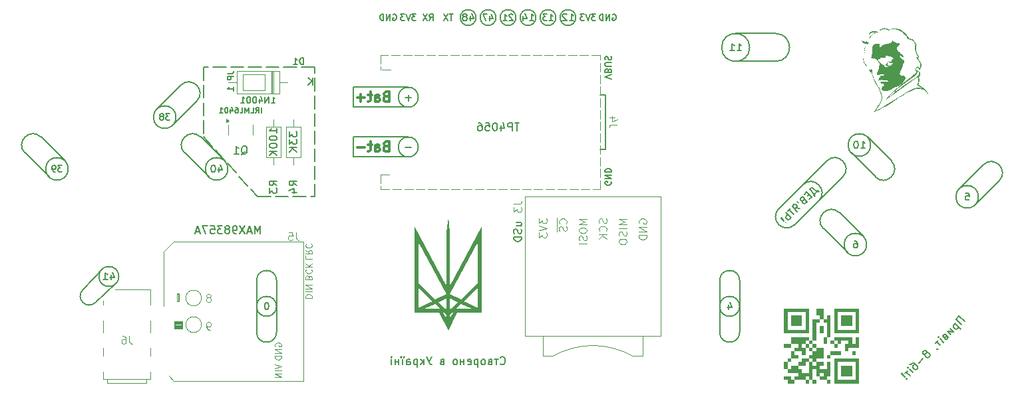
<source format=gbr>
%TF.GenerationSoftware,KiCad,Pcbnew,8.0.2*%
%TF.CreationDate,2024-06-18T15:59:24+03:00*%
%TF.ProjectId,main,6d61696e-2e6b-4696-9361-645f70636258,rev?*%
%TF.SameCoordinates,Original*%
%TF.FileFunction,Legend,Bot*%
%TF.FilePolarity,Positive*%
%FSLAX46Y46*%
G04 Gerber Fmt 4.6, Leading zero omitted, Abs format (unit mm)*
G04 Created by KiCad (PCBNEW 8.0.2) date 2024-06-18 15:59:24*
%MOMM*%
%LPD*%
G01*
G04 APERTURE LIST*
%ADD10C,0.200000*%
%ADD11C,0.000000*%
%ADD12C,0.150000*%
%ADD13C,0.300000*%
%ADD14C,0.100000*%
%ADD15C,0.120000*%
G04 APERTURE END LIST*
D10*
X102600000Y-45720000D02*
G75*
G02*
X100600000Y-45720000I-1000000J0D01*
G01*
X100600000Y-45720000D02*
G75*
G02*
X102600000Y-45720000I1000000J0D01*
G01*
D11*
G36*
X137564357Y-85551287D02*
G01*
X137108178Y-85551287D01*
X137108178Y-85095109D01*
X137564357Y-85095109D01*
X137564357Y-85551287D01*
G37*
G36*
X135739644Y-88744535D02*
G01*
X135283465Y-88744535D01*
X135283465Y-88288356D01*
X135739644Y-88288356D01*
X135739644Y-88744535D01*
G37*
G36*
X133914931Y-85095109D02*
G01*
X132546397Y-85095109D01*
X132546397Y-83726575D01*
X133914931Y-83726575D01*
X133914931Y-85095109D01*
G37*
D12*
X141732000Y-73660000D02*
X138684000Y-70612000D01*
X46990000Y-78740000D02*
G75*
G02*
X44450000Y-78740000I-1270000J0D01*
G01*
X44450000Y-78740000D02*
G75*
G02*
X46990000Y-78740000I1270000J0D01*
G01*
D11*
G36*
X135283465Y-89200712D02*
G01*
X134827288Y-89200712D01*
X134827288Y-88744535D01*
X135283465Y-88744535D01*
X135283465Y-89200712D01*
G37*
G36*
X134371110Y-90113069D02*
G01*
X133914931Y-90113069D01*
X133914931Y-89656890D01*
X134371110Y-89656890D01*
X134371110Y-90113069D01*
G37*
D10*
X100060000Y-45720000D02*
G75*
G02*
X98060000Y-45720000I-1000000J0D01*
G01*
X98060000Y-45720000D02*
G75*
G02*
X100060000Y-45720000I1000000J0D01*
G01*
D11*
G36*
X133458753Y-90569247D02*
G01*
X133002575Y-90569247D01*
X133002575Y-90113069D01*
X133458753Y-90113069D01*
X133458753Y-90569247D01*
G37*
D12*
X76835000Y-60960000D02*
X76835000Y-63500000D01*
D11*
G36*
X136195822Y-84638931D02*
G01*
X135739644Y-84638931D01*
X135739644Y-84182753D01*
X136195822Y-84182753D01*
X136195822Y-84638931D01*
G37*
D12*
X46482000Y-79756000D02*
X44024436Y-82042000D01*
D11*
G36*
X135283465Y-87376000D02*
G01*
X134827288Y-87376000D01*
X134827288Y-86919822D01*
X135283465Y-86919822D01*
X135283465Y-87376000D01*
G37*
D12*
X40552841Y-65024000D02*
G75*
G02*
X37679159Y-65024000I-1436841J0D01*
G01*
X37679159Y-65024000D02*
G75*
G02*
X40552841Y-65024000I1436841J0D01*
G01*
D11*
G36*
X136652000Y-91025425D02*
G01*
X136195822Y-91025425D01*
X136195822Y-90569247D01*
X136652000Y-90569247D01*
X136652000Y-91025425D01*
G37*
G36*
X132546397Y-91937781D02*
G01*
X132090219Y-91937781D01*
X132090219Y-91481603D01*
X132546397Y-91481603D01*
X132546397Y-91937781D01*
G37*
G36*
X136652000Y-83270397D02*
G01*
X136195822Y-83270397D01*
X136195822Y-82814219D01*
X136652000Y-82814219D01*
X136652000Y-83270397D01*
G37*
G36*
X134827288Y-87832178D02*
G01*
X134371110Y-87832178D01*
X134371110Y-87376000D01*
X134827288Y-87376000D01*
X134827288Y-87832178D01*
G37*
D12*
X130951071Y-70129770D02*
X137072841Y-64008000D01*
D11*
G36*
X134827288Y-86919822D02*
G01*
X134371110Y-86919822D01*
X134371110Y-86463643D01*
X134827288Y-86463643D01*
X134827288Y-86919822D01*
G37*
G36*
X139845247Y-88288356D02*
G01*
X139389069Y-88288356D01*
X139389069Y-87832178D01*
X139845247Y-87832178D01*
X139845247Y-88288356D01*
G37*
D10*
X125984000Y-82550000D02*
G75*
G02*
X123444000Y-82550000I-1270000J0D01*
G01*
X123444000Y-82550000D02*
G75*
G02*
X125984000Y-82550000I1270000J0D01*
G01*
D12*
X140208000Y-62992000D02*
X143256000Y-66040000D01*
X44958000Y-77724000D02*
X42418000Y-80435564D01*
X153924000Y-67564000D02*
X156972000Y-64516000D01*
D11*
G36*
X132090219Y-91937781D02*
G01*
X131634041Y-91937781D01*
X131634041Y-91481603D01*
X132090219Y-91481603D01*
X132090219Y-91937781D01*
G37*
G36*
X136652000Y-88288356D02*
G01*
X136195822Y-88288356D01*
X136195822Y-87832178D01*
X136652000Y-87832178D01*
X136652000Y-88288356D01*
G37*
G36*
X134371110Y-89656890D02*
G01*
X133914931Y-89656890D01*
X133914931Y-89200712D01*
X134371110Y-89200712D01*
X134371110Y-89656890D01*
G37*
D12*
X71882000Y-52070000D02*
X70232000Y-52070000D01*
X69632000Y-52070000D02*
X67982000Y-52070000D01*
X67382000Y-52070000D02*
X65732000Y-52070000D01*
X65132000Y-52070000D02*
X63482000Y-52070000D01*
X62882000Y-52070000D02*
X61232000Y-52070000D01*
X60632000Y-52070000D02*
X58982000Y-52070000D01*
X58382000Y-52070000D02*
X57785000Y-52070000D01*
X57785000Y-52070000D02*
X57785000Y-53720000D01*
X57785000Y-54320000D02*
X57785000Y-55970000D01*
X57785000Y-56570000D02*
X57785000Y-58220000D01*
X57785000Y-58820000D02*
X57785000Y-60470000D01*
X57785000Y-60960000D02*
X58888792Y-62186435D01*
X59290171Y-62632412D02*
X60393962Y-63858847D01*
X60795341Y-64304824D02*
X61899133Y-65531259D01*
X62300512Y-65977235D02*
X63404304Y-67203671D01*
X63805683Y-67649647D02*
X64642999Y-68580000D01*
X64643000Y-68580000D02*
X66293000Y-68580000D01*
X66893000Y-68580000D02*
X68543000Y-68580000D01*
X69143000Y-68580000D02*
X70793000Y-68580000D01*
X71393000Y-68580000D02*
X71882000Y-68580000D01*
X71882000Y-68580000D02*
X71882000Y-66930000D01*
X71882000Y-66330000D02*
X71882000Y-64680000D01*
X71882000Y-64080000D02*
X71882000Y-62430000D01*
X71882000Y-61830000D02*
X71882000Y-60180000D01*
X71882000Y-59580000D02*
X71882000Y-57930000D01*
X71882000Y-57330000D02*
X71882000Y-55680000D01*
X71882000Y-55080000D02*
X71882000Y-53430000D01*
X71882000Y-52830000D02*
X71882000Y-52070000D01*
D11*
G36*
X134371110Y-87376000D02*
G01*
X133914931Y-87376000D01*
X133914931Y-86919822D01*
X134371110Y-86919822D01*
X134371110Y-87376000D01*
G37*
D12*
X123444000Y-79248000D02*
X123444000Y-85852000D01*
X54268841Y-58420000D02*
G75*
G02*
X51395159Y-58420000I-1436841J0D01*
G01*
X51395159Y-58420000D02*
G75*
G02*
X54268841Y-58420000I1436841J0D01*
G01*
D11*
G36*
X137564357Y-90569247D02*
G01*
X137108178Y-90569247D01*
X137108178Y-90113069D01*
X137564357Y-90113069D01*
X137564357Y-90569247D01*
G37*
G36*
X137564357Y-89200712D02*
G01*
X137108178Y-89200712D01*
X137108178Y-88744535D01*
X137564357Y-88744535D01*
X137564357Y-89200712D01*
G37*
G36*
X133914931Y-91025425D02*
G01*
X133458753Y-91025425D01*
X133458753Y-90569247D01*
X133914931Y-90569247D01*
X133914931Y-91025425D01*
G37*
D12*
X76835000Y-57150000D02*
X83820000Y-57150000D01*
D11*
G36*
X149566950Y-54839351D02*
G01*
X149644451Y-54915673D01*
X149714142Y-54993144D01*
X149775760Y-55071803D01*
X149829037Y-55151688D01*
X149873710Y-55232839D01*
X149909512Y-55315294D01*
X149936180Y-55399093D01*
X149946005Y-55441509D01*
X149953447Y-55484275D01*
X149825873Y-55308158D01*
X149692157Y-55160257D01*
X149552356Y-55039351D01*
X149406526Y-54944220D01*
X149254723Y-54873645D01*
X149097001Y-54826406D01*
X148933418Y-54801282D01*
X148764028Y-54797055D01*
X148588887Y-54812504D01*
X148408052Y-54846409D01*
X148221578Y-54897550D01*
X148029521Y-54964709D01*
X147831937Y-55046664D01*
X147628881Y-55142196D01*
X147206577Y-55369112D01*
X146763057Y-55635697D01*
X146298766Y-55932194D01*
X145309656Y-56575886D01*
X144785730Y-56903563D01*
X144242819Y-57222116D01*
X143681368Y-57521787D01*
X143393830Y-57661491D01*
X143101824Y-57792816D01*
X143158253Y-57673852D01*
X143213905Y-57562462D01*
X143268672Y-57458200D01*
X143322443Y-57360622D01*
X143426556Y-57183735D01*
X143525362Y-57028242D01*
X143617980Y-56890581D01*
X143703529Y-56767192D01*
X143781126Y-56654515D01*
X143849892Y-56548990D01*
X143887128Y-56484727D01*
X143919539Y-56419823D01*
X143947299Y-56354335D01*
X143970580Y-56288316D01*
X143989554Y-56221821D01*
X144004394Y-56154904D01*
X144015272Y-56087620D01*
X144022362Y-56020022D01*
X144025835Y-55952167D01*
X144025863Y-55884107D01*
X144022620Y-55815897D01*
X144016278Y-55747592D01*
X143994987Y-55610915D01*
X143963369Y-55474509D01*
X143922804Y-55338811D01*
X143874672Y-55204257D01*
X143820353Y-55071281D01*
X143761228Y-54940319D01*
X143698675Y-54811806D01*
X143634075Y-54686179D01*
X143504254Y-54445320D01*
X143248434Y-53975172D01*
X143127428Y-53735434D01*
X143070799Y-53613819D01*
X143017571Y-53490819D01*
X142968359Y-53366269D01*
X142923776Y-53240003D01*
X142884435Y-53111855D01*
X142850952Y-52981660D01*
X142823939Y-52849252D01*
X142804011Y-52714466D01*
X142791781Y-52577136D01*
X142787864Y-52437096D01*
X142603172Y-52769505D01*
X142579374Y-52653835D01*
X142551001Y-52547910D01*
X142518526Y-52450959D01*
X142482422Y-52362209D01*
X142443164Y-52280890D01*
X142401223Y-52206228D01*
X142357074Y-52137452D01*
X142311190Y-52073791D01*
X142264043Y-52014472D01*
X142216108Y-51958723D01*
X142119764Y-51854848D01*
X142025944Y-51755991D01*
X141938434Y-51655978D01*
X141898229Y-51603608D01*
X141861022Y-51548632D01*
X141827285Y-51490280D01*
X141797492Y-51427779D01*
X141772116Y-51360357D01*
X141751631Y-51287243D01*
X141736509Y-51207664D01*
X141727225Y-51120848D01*
X141724251Y-51026024D01*
X141727013Y-50950915D01*
X141773809Y-50950915D01*
X141778659Y-51037103D01*
X141788339Y-51119069D01*
X141802523Y-51197097D01*
X141820888Y-51271472D01*
X141843109Y-51342476D01*
X141868862Y-51410393D01*
X141897822Y-51475507D01*
X141929665Y-51538100D01*
X142566534Y-52428260D01*
X142822099Y-52203002D01*
X142842190Y-52468471D01*
X142872161Y-52705720D01*
X142911414Y-52918681D01*
X142959349Y-53111285D01*
X143015368Y-53287463D01*
X143078871Y-53451145D01*
X143149261Y-53606264D01*
X143225937Y-53756751D01*
X143583534Y-54390993D01*
X143682662Y-54577284D01*
X143784483Y-54782529D01*
X143888399Y-55010659D01*
X143993811Y-55265606D01*
X144035430Y-55376077D01*
X144071008Y-55483395D01*
X144099381Y-55589260D01*
X144110500Y-55642180D01*
X144119380Y-55695374D01*
X144125874Y-55749056D01*
X144129838Y-55803437D01*
X144131126Y-55858731D01*
X144129590Y-55915149D01*
X144125086Y-55972906D01*
X144117468Y-56032212D01*
X144106590Y-56093281D01*
X144092306Y-56156325D01*
X144074470Y-56221557D01*
X144052936Y-56289189D01*
X144027559Y-56359434D01*
X143998192Y-56432505D01*
X143964690Y-56508613D01*
X143926907Y-56587973D01*
X143884697Y-56670795D01*
X143837914Y-56757294D01*
X143786413Y-56847680D01*
X143730047Y-56942168D01*
X143602138Y-57144296D01*
X143453021Y-57365379D01*
X143281529Y-57607117D01*
X143766119Y-57357877D01*
X144239752Y-57092534D01*
X144701686Y-56816646D01*
X145151181Y-56535770D01*
X146809941Y-55473524D01*
X147186121Y-55251064D01*
X147545415Y-55056958D01*
X147887081Y-54896764D01*
X148210379Y-54776038D01*
X148364908Y-54732213D01*
X148514567Y-54700339D01*
X148659264Y-54681111D01*
X148798905Y-54675223D01*
X148933398Y-54683370D01*
X149062650Y-54706247D01*
X149186570Y-54744548D01*
X149305063Y-54798968D01*
X148521183Y-54287784D01*
X148565621Y-54226427D01*
X148605674Y-54165062D01*
X148641213Y-54103688D01*
X148672108Y-54042306D01*
X148698232Y-53980914D01*
X148719455Y-53919514D01*
X148735648Y-53858104D01*
X148746683Y-53796685D01*
X148750226Y-53765972D01*
X148752431Y-53735256D01*
X148753282Y-53704538D01*
X148752763Y-53673818D01*
X148750858Y-53643095D01*
X148747551Y-53612370D01*
X148742825Y-53581642D01*
X148736665Y-53550912D01*
X148729055Y-53520179D01*
X148719977Y-53489444D01*
X148709417Y-53458706D01*
X148697358Y-53427965D01*
X148683784Y-53397222D01*
X148668679Y-53366476D01*
X148652027Y-53335728D01*
X148633812Y-53304977D01*
X144612972Y-56143175D01*
X144706023Y-56011664D01*
X144812524Y-55876722D01*
X145061200Y-55598409D01*
X145349644Y-55311963D01*
X145668499Y-55021110D01*
X146008410Y-54729576D01*
X146360020Y-54441086D01*
X147060911Y-53888147D01*
X147696324Y-53392102D01*
X147966085Y-53174730D01*
X148191407Y-52982760D01*
X148362935Y-52819917D01*
X148471312Y-52689929D01*
X148498894Y-52638420D01*
X148507181Y-52596522D01*
X148495002Y-52564700D01*
X148461187Y-52543420D01*
X148436620Y-52532022D01*
X148415950Y-52516488D01*
X148399033Y-52497239D01*
X148385728Y-52474696D01*
X148375893Y-52449281D01*
X148369388Y-52421413D01*
X148366069Y-52391515D01*
X148365796Y-52360008D01*
X148368426Y-52327312D01*
X148373819Y-52293849D01*
X148381831Y-52260039D01*
X148392322Y-52226304D01*
X148405150Y-52193065D01*
X148420173Y-52160742D01*
X148437250Y-52129758D01*
X148456238Y-52100532D01*
X148476996Y-52073487D01*
X148499383Y-52049043D01*
X148523256Y-52027621D01*
X148548474Y-52009642D01*
X148574896Y-51995527D01*
X148602378Y-51985698D01*
X148630781Y-51980576D01*
X148659962Y-51980581D01*
X148689779Y-51986134D01*
X148720091Y-51997658D01*
X148750756Y-52015572D01*
X148781632Y-52040298D01*
X148812578Y-52072256D01*
X148843451Y-52111869D01*
X148874111Y-52159557D01*
X148904416Y-52215741D01*
X148943761Y-52106427D01*
X148961479Y-52050248D01*
X148976208Y-51991740D01*
X148982056Y-51961305D01*
X148986682Y-51929919D01*
X148989928Y-51897459D01*
X148991636Y-51863800D01*
X148991648Y-51828821D01*
X148989805Y-51792398D01*
X148985950Y-51754408D01*
X148979925Y-51714728D01*
X148971571Y-51673235D01*
X148960730Y-51629805D01*
X148947245Y-51584316D01*
X148930956Y-51536644D01*
X148911706Y-51486666D01*
X148889337Y-51434260D01*
X148863691Y-51379302D01*
X148834609Y-51321668D01*
X148801933Y-51261237D01*
X148765506Y-51197884D01*
X148725169Y-51131487D01*
X148680763Y-51061922D01*
X148632132Y-50989067D01*
X148579117Y-50912797D01*
X148521559Y-50832991D01*
X148459301Y-50749525D01*
X148746699Y-50728105D01*
X148701444Y-50676877D01*
X148659199Y-50625892D01*
X148619878Y-50575143D01*
X148583391Y-50524623D01*
X148549651Y-50474324D01*
X148518569Y-50424239D01*
X148464029Y-50324685D01*
X148419065Y-50225904D01*
X148382974Y-50127838D01*
X148355050Y-50030432D01*
X148334588Y-49933627D01*
X148320884Y-49837368D01*
X148313233Y-49741596D01*
X148310930Y-49646257D01*
X148313270Y-49551292D01*
X148319549Y-49456644D01*
X148329061Y-49362258D01*
X148354966Y-49174040D01*
X148287066Y-49040532D01*
X148251177Y-48975916D01*
X148213353Y-48913434D01*
X148173112Y-48853619D01*
X148129972Y-48797003D01*
X148083452Y-48744117D01*
X148058773Y-48719239D01*
X148033068Y-48695493D01*
X148006277Y-48672945D01*
X147978340Y-48651663D01*
X147949196Y-48631712D01*
X147918786Y-48613159D01*
X147887048Y-48596070D01*
X147853922Y-48580513D01*
X147819349Y-48566553D01*
X147783269Y-48554257D01*
X147745620Y-48543691D01*
X147706342Y-48534923D01*
X147665376Y-48528017D01*
X147622662Y-48523042D01*
X147578138Y-48520063D01*
X147531745Y-48519147D01*
X147483422Y-48520360D01*
X147433110Y-48523769D01*
X147377887Y-48421174D01*
X147313124Y-48314432D01*
X147239282Y-48204984D01*
X147156819Y-48094273D01*
X147066195Y-47983740D01*
X146967869Y-47874826D01*
X146862302Y-47768974D01*
X146749951Y-47667625D01*
X146631278Y-47572220D01*
X146506740Y-47484202D01*
X146442417Y-47443413D01*
X146376799Y-47405012D01*
X146309945Y-47369178D01*
X146241912Y-47336091D01*
X146172758Y-47305933D01*
X146102541Y-47278882D01*
X146031316Y-47255120D01*
X145959143Y-47234826D01*
X145886078Y-47218180D01*
X145812179Y-47205364D01*
X145737503Y-47196557D01*
X145662107Y-47191939D01*
X145619593Y-47191249D01*
X145576881Y-47191962D01*
X145533982Y-47194108D01*
X145490906Y-47197719D01*
X145447662Y-47202828D01*
X145404261Y-47209464D01*
X145360714Y-47217661D01*
X145317029Y-47227449D01*
X145273217Y-47238861D01*
X145229288Y-47251929D01*
X145185253Y-47266683D01*
X145141121Y-47283155D01*
X145096903Y-47301378D01*
X145052608Y-47321382D01*
X145008247Y-47343200D01*
X144963829Y-47366863D01*
X144875944Y-47326085D01*
X144788436Y-47289723D01*
X144701363Y-47258463D01*
X144614784Y-47232986D01*
X144528757Y-47213976D01*
X144443340Y-47202118D01*
X144400879Y-47199084D01*
X144358592Y-47198094D01*
X144316486Y-47199234D01*
X144274570Y-47202588D01*
X144232850Y-47208243D01*
X144191334Y-47216284D01*
X144150028Y-47226796D01*
X144108941Y-47239865D01*
X144068079Y-47255575D01*
X144027450Y-47274014D01*
X143987061Y-47295265D01*
X143946919Y-47319415D01*
X143907032Y-47346548D01*
X143867407Y-47376751D01*
X143828051Y-47410109D01*
X143788972Y-47446707D01*
X143750176Y-47486631D01*
X143711671Y-47529965D01*
X143673465Y-47576796D01*
X143635564Y-47627209D01*
X143613254Y-47625587D01*
X143590717Y-47623402D01*
X143545409Y-47618446D01*
X143522860Y-47616226D01*
X143500528Y-47614546D01*
X143478524Y-47613680D01*
X143456961Y-47613905D01*
X143435947Y-47615495D01*
X143415596Y-47618727D01*
X143405703Y-47621044D01*
X143396017Y-47623875D01*
X143386552Y-47627254D01*
X143377321Y-47631215D01*
X143368339Y-47635794D01*
X143359620Y-47641023D01*
X143351177Y-47646938D01*
X143343025Y-47653574D01*
X143335176Y-47660964D01*
X143327646Y-47669143D01*
X143320447Y-47678146D01*
X143313594Y-47688006D01*
X143250190Y-47710346D01*
X143189836Y-47734147D01*
X143132416Y-47759352D01*
X143077813Y-47785905D01*
X143025912Y-47813751D01*
X142976594Y-47842832D01*
X142929743Y-47873092D01*
X142885243Y-47904474D01*
X142842977Y-47936923D01*
X142802829Y-47970381D01*
X142764680Y-48004793D01*
X142728416Y-48040102D01*
X142693919Y-48076251D01*
X142661073Y-48113184D01*
X142599865Y-48189177D01*
X142543858Y-48267629D01*
X142492121Y-48348088D01*
X142443718Y-48430104D01*
X142397718Y-48513225D01*
X142309187Y-48680975D01*
X142219061Y-48847729D01*
X142434682Y-48924262D01*
X142314423Y-49047532D01*
X142212611Y-49159609D01*
X142127860Y-49261426D01*
X142058784Y-49353915D01*
X142029690Y-49396953D01*
X142003995Y-49438008D01*
X141981525Y-49477197D01*
X141962108Y-49514636D01*
X141945569Y-49550442D01*
X141931735Y-49584732D01*
X141920434Y-49617622D01*
X141911491Y-49649228D01*
X141904734Y-49679667D01*
X141899989Y-49709056D01*
X141895843Y-49765148D01*
X141897665Y-49818435D01*
X141904070Y-49869851D01*
X141947786Y-50075432D01*
X141902324Y-50205595D01*
X141864287Y-50329270D01*
X141833350Y-50446738D01*
X141809188Y-50558284D01*
X141791478Y-50664191D01*
X141779894Y-50764743D01*
X141774112Y-50860223D01*
X141773809Y-50950915D01*
X141727013Y-50950915D01*
X141728061Y-50922420D01*
X141739128Y-50809264D01*
X141757925Y-50685784D01*
X141784926Y-50551208D01*
X141820603Y-50404764D01*
X141865430Y-50245680D01*
X141919881Y-50073184D01*
X141906578Y-49999634D01*
X141896209Y-49931318D01*
X141888631Y-49867980D01*
X141883697Y-49809361D01*
X141881266Y-49755204D01*
X141881191Y-49705252D01*
X141883329Y-49659247D01*
X141887535Y-49616932D01*
X141893666Y-49578049D01*
X141901576Y-49542341D01*
X141911122Y-49509551D01*
X141922158Y-49479420D01*
X141934542Y-49451693D01*
X141948129Y-49426110D01*
X141962773Y-49402416D01*
X141978332Y-49380351D01*
X142011614Y-49340084D01*
X142046820Y-49303249D01*
X142118386Y-49231637D01*
X142152438Y-49192742D01*
X142183797Y-49149041D01*
X142198105Y-49124744D01*
X142211307Y-49098474D01*
X142223259Y-49069973D01*
X142233815Y-49038984D01*
X142175774Y-49050405D01*
X142119541Y-49057758D01*
X142065166Y-49060928D01*
X142012701Y-49059802D01*
X141987200Y-49057592D01*
X141962195Y-49054265D01*
X141937693Y-49049807D01*
X141913701Y-49044204D01*
X141890223Y-49037440D01*
X141867267Y-49029503D01*
X141844840Y-49020378D01*
X141822946Y-49010050D01*
X141801594Y-48998505D01*
X141780788Y-48985729D01*
X141760536Y-48971708D01*
X141740844Y-48956428D01*
X141721717Y-48939873D01*
X141703163Y-48922031D01*
X141685188Y-48902886D01*
X141667797Y-48882425D01*
X141650998Y-48860633D01*
X141634797Y-48837496D01*
X141619200Y-48812999D01*
X141604213Y-48787129D01*
X141589844Y-48759870D01*
X141576097Y-48731210D01*
X141562979Y-48701133D01*
X141550498Y-48669626D01*
X141648509Y-48713228D01*
X141737080Y-48747870D01*
X141816878Y-48773955D01*
X141888566Y-48791886D01*
X141952811Y-48802065D01*
X142010277Y-48804894D01*
X142061631Y-48800776D01*
X142107537Y-48790114D01*
X142148661Y-48773308D01*
X142185668Y-48750763D01*
X142219224Y-48722880D01*
X142249994Y-48690061D01*
X142278643Y-48652710D01*
X142305836Y-48611228D01*
X142358519Y-48517482D01*
X142413364Y-48412043D01*
X142475695Y-48298129D01*
X142511332Y-48239000D01*
X142550835Y-48178960D01*
X142594872Y-48118410D01*
X142644107Y-48057754D01*
X142699205Y-47997394D01*
X142760832Y-47937731D01*
X142829654Y-47879170D01*
X142906335Y-47822111D01*
X142991541Y-47766957D01*
X143085938Y-47714111D01*
X143190190Y-47663975D01*
X143304964Y-47616951D01*
X143207382Y-47611352D01*
X143118334Y-47610636D01*
X143037196Y-47614380D01*
X142963344Y-47622162D01*
X142896154Y-47633559D01*
X142835004Y-47648149D01*
X142779269Y-47665509D01*
X142728326Y-47685215D01*
X142681551Y-47706846D01*
X142638320Y-47729980D01*
X142598011Y-47754192D01*
X142559999Y-47779061D01*
X142418455Y-47876651D01*
X142428172Y-47841773D01*
X142439165Y-47808311D01*
X142451494Y-47776278D01*
X142465218Y-47745685D01*
X142480396Y-47716546D01*
X142497086Y-47688873D01*
X142515349Y-47662678D01*
X142535243Y-47637973D01*
X142556828Y-47614772D01*
X142580162Y-47593086D01*
X142605305Y-47572928D01*
X142632316Y-47554311D01*
X142661254Y-47537246D01*
X142692178Y-47521747D01*
X142725147Y-47507826D01*
X142760221Y-47495494D01*
X142797459Y-47484766D01*
X142836919Y-47475652D01*
X142878661Y-47468166D01*
X142922744Y-47462319D01*
X142969228Y-47458126D01*
X143018170Y-47455596D01*
X143069632Y-47454745D01*
X143123670Y-47455582D01*
X143180346Y-47458122D01*
X143239718Y-47462377D01*
X143301844Y-47468358D01*
X143366785Y-47476079D01*
X143434599Y-47485552D01*
X143505346Y-47496789D01*
X143579084Y-47509803D01*
X143655873Y-47524606D01*
X143729866Y-47443394D01*
X143805175Y-47362735D01*
X143844019Y-47323638D01*
X143884027Y-47285910D01*
X143925477Y-47249961D01*
X143968648Y-47216201D01*
X144013819Y-47185040D01*
X144037240Y-47170563D01*
X144061266Y-47156889D01*
X144085931Y-47144070D01*
X144111270Y-47132157D01*
X144137317Y-47121201D01*
X144164108Y-47111254D01*
X144191676Y-47102367D01*
X144220058Y-47094591D01*
X144249287Y-47087978D01*
X144279399Y-47082578D01*
X144310428Y-47078443D01*
X144342409Y-47075625D01*
X144375377Y-47074174D01*
X144409367Y-47074142D01*
X144441183Y-47075387D01*
X144473898Y-47077886D01*
X144507538Y-47081676D01*
X144542130Y-47086797D01*
X144577699Y-47093287D01*
X144614272Y-47101185D01*
X144651875Y-47110528D01*
X144690534Y-47121356D01*
X144730275Y-47133707D01*
X144771125Y-47147619D01*
X144813108Y-47163132D01*
X144856252Y-47180283D01*
X144900583Y-47199111D01*
X144946127Y-47219654D01*
X144992909Y-47241952D01*
X145040956Y-47266043D01*
X145138803Y-47210819D01*
X145238613Y-47166350D01*
X145340065Y-47132150D01*
X145442837Y-47107735D01*
X145546608Y-47092621D01*
X145651057Y-47086323D01*
X145755863Y-47088356D01*
X145860705Y-47098235D01*
X145965262Y-47115477D01*
X146069212Y-47139597D01*
X146172234Y-47170110D01*
X146274007Y-47206532D01*
X146374210Y-47248377D01*
X146472522Y-47295162D01*
X146662188Y-47401612D01*
X146840434Y-47522005D01*
X147004693Y-47652464D01*
X147152394Y-47789114D01*
X147280968Y-47928077D01*
X147387846Y-48065478D01*
X147470459Y-48197439D01*
X147501863Y-48260168D01*
X147526238Y-48320084D01*
X147543261Y-48376702D01*
X147552612Y-48429537D01*
X147609870Y-48422323D01*
X147664017Y-48418999D01*
X147715190Y-48419367D01*
X147763523Y-48423229D01*
X147809152Y-48430390D01*
X147852211Y-48440652D01*
X147892836Y-48453816D01*
X147931162Y-48469688D01*
X147967325Y-48488068D01*
X148001460Y-48508760D01*
X148033701Y-48531567D01*
X148064184Y-48556292D01*
X148093045Y-48582736D01*
X148120418Y-48610704D01*
X148146439Y-48639998D01*
X148171243Y-48670421D01*
X148217741Y-48733863D01*
X148260993Y-48799455D01*
X148342090Y-48930772D01*
X148382098Y-48993344D01*
X148423188Y-49051754D01*
X148444477Y-49078905D01*
X148466441Y-49104424D01*
X148489218Y-49128114D01*
X148512941Y-49149778D01*
X148478317Y-49294980D01*
X148454011Y-49433403D01*
X148439657Y-49565285D01*
X148434893Y-49690867D01*
X148439353Y-49810387D01*
X148452674Y-49924085D01*
X148474492Y-50032199D01*
X148504442Y-50134969D01*
X148542161Y-50232635D01*
X148587284Y-50325435D01*
X148639447Y-50413608D01*
X148698285Y-50497394D01*
X148763436Y-50577032D01*
X148834535Y-50652761D01*
X148911217Y-50724821D01*
X148993118Y-50793450D01*
X148642235Y-50811898D01*
X148685139Y-50890839D01*
X148727322Y-50962337D01*
X148768541Y-51027405D01*
X148808557Y-51087053D01*
X148951766Y-51291663D01*
X148982150Y-51339375D01*
X149009887Y-51387731D01*
X149034733Y-51437742D01*
X149045997Y-51463685D01*
X149056449Y-51490421D01*
X149066058Y-51518076D01*
X149074794Y-51546777D01*
X149082627Y-51576650D01*
X149089527Y-51607821D01*
X149095464Y-51640417D01*
X149100407Y-51674564D01*
X149104327Y-51710389D01*
X149107194Y-51748017D01*
X149108945Y-51792898D01*
X149108729Y-51837691D01*
X149106483Y-51882395D01*
X149102144Y-51927012D01*
X149095649Y-51971540D01*
X149086934Y-52015981D01*
X149075938Y-52060334D01*
X149062595Y-52104599D01*
X149046845Y-52148776D01*
X149028622Y-52192866D01*
X149007865Y-52236869D01*
X148984510Y-52280784D01*
X148958494Y-52324611D01*
X148929754Y-52368352D01*
X148898227Y-52412005D01*
X148863850Y-52455571D01*
X148854427Y-52390722D01*
X148842494Y-52333172D01*
X148828308Y-52282619D01*
X148812131Y-52238756D01*
X148794221Y-52201282D01*
X148774839Y-52169890D01*
X148754245Y-52144278D01*
X148732698Y-52124140D01*
X148710459Y-52109173D01*
X148687786Y-52099073D01*
X148664940Y-52093535D01*
X148642180Y-52092255D01*
X148619767Y-52094930D01*
X148597960Y-52101254D01*
X148577019Y-52110925D01*
X148557205Y-52123636D01*
X148538775Y-52139086D01*
X148521991Y-52156968D01*
X148507113Y-52176980D01*
X148494399Y-52198817D01*
X148484111Y-52222175D01*
X148476507Y-52246749D01*
X148471847Y-52272236D01*
X148470393Y-52298331D01*
X148472402Y-52324730D01*
X148478135Y-52351129D01*
X148487852Y-52377225D01*
X148501812Y-52402712D01*
X148520276Y-52427286D01*
X148543503Y-52450644D01*
X148571753Y-52472481D01*
X148605287Y-52492493D01*
X148624878Y-52557291D01*
X148626396Y-52625660D01*
X148610763Y-52697524D01*
X148578898Y-52772808D01*
X148531725Y-52851437D01*
X148470163Y-52933337D01*
X148395135Y-53018431D01*
X148307562Y-53106645D01*
X148098466Y-53292133D01*
X147850246Y-53489198D01*
X147570272Y-53697241D01*
X147265916Y-53915661D01*
X146613541Y-54381227D01*
X146280263Y-54627172D01*
X145952087Y-54881089D01*
X145636384Y-55142380D01*
X145340523Y-55410442D01*
X145202338Y-55546825D01*
X145071877Y-55684675D01*
X144950063Y-55823918D01*
X144837816Y-55964478D01*
X145118852Y-55719236D01*
X145391361Y-55490047D01*
X145655167Y-55276195D01*
X145910096Y-55076964D01*
X146155972Y-54891639D01*
X146392622Y-54719503D01*
X146619869Y-54559841D01*
X146837539Y-54411937D01*
X147898059Y-53703973D01*
X148271906Y-53440498D01*
X148421449Y-53325932D01*
X148546728Y-53220736D01*
X148648237Y-53123351D01*
X148726466Y-53032218D01*
X148781908Y-52945779D01*
X148801239Y-52903833D01*
X148815057Y-52862476D01*
X148823425Y-52821513D01*
X148826403Y-52780749D01*
X148824055Y-52739990D01*
X148816440Y-52699040D01*
X148803622Y-52657706D01*
X148785660Y-52615791D01*
X148734555Y-52529443D01*
X148761704Y-52547385D01*
X148787250Y-52565808D01*
X148811194Y-52584711D01*
X148833536Y-52604095D01*
X148854275Y-52623960D01*
X148873411Y-52644306D01*
X148890945Y-52665132D01*
X148906877Y-52686439D01*
X148921205Y-52708227D01*
X148933932Y-52730496D01*
X148945056Y-52753245D01*
X148954577Y-52776475D01*
X148962496Y-52800185D01*
X148968812Y-52824377D01*
X148973525Y-52849049D01*
X148976636Y-52874202D01*
X148978144Y-52899835D01*
X148978050Y-52925949D01*
X148976353Y-52952544D01*
X148973054Y-52979620D01*
X148968152Y-53007177D01*
X148961647Y-53035214D01*
X148953539Y-53063732D01*
X148943829Y-53092731D01*
X148932517Y-53122210D01*
X148919601Y-53152171D01*
X148905083Y-53182612D01*
X148888962Y-53213533D01*
X148871239Y-53244936D01*
X148851913Y-53276819D01*
X148830984Y-53309184D01*
X148808452Y-53342028D01*
X148826366Y-53398811D01*
X148840967Y-53455717D01*
X148852256Y-53512748D01*
X148860234Y-53569902D01*
X148864899Y-53627181D01*
X148866252Y-53684583D01*
X148864293Y-53742110D01*
X148859023Y-53799760D01*
X148850440Y-53857535D01*
X148838546Y-53915434D01*
X148823340Y-53973457D01*
X148804822Y-54031604D01*
X148782992Y-54089875D01*
X148757851Y-54148271D01*
X148729397Y-54206791D01*
X148697632Y-54265435D01*
X148828061Y-54333974D01*
X148952801Y-54403349D01*
X149071589Y-54473600D01*
X149184158Y-54544765D01*
X149290244Y-54616884D01*
X149389581Y-54689995D01*
X149481905Y-54764138D01*
X149521289Y-54798968D01*
X149566950Y-54839351D01*
G37*
G36*
X137108178Y-86919822D02*
G01*
X136652000Y-86919822D01*
X136652000Y-86463643D01*
X137108178Y-86463643D01*
X137108178Y-86919822D01*
G37*
D12*
X85090000Y-55880000D02*
G75*
G02*
X82550000Y-55880000I-1270000J0D01*
G01*
X82550000Y-55880000D02*
G75*
G02*
X85090000Y-55880000I1270000J0D01*
G01*
X156376841Y-68580000D02*
G75*
G02*
X153503159Y-68580000I-1436841J0D01*
G01*
X153503159Y-68580000D02*
G75*
G02*
X156376841Y-68580000I1436841J0D01*
G01*
X156972001Y-64516001D02*
G75*
G02*
X159003999Y-66547999I1015999J-1015999D01*
G01*
D11*
G36*
X135739644Y-89200712D02*
G01*
X135283465Y-89200712D01*
X135283465Y-88744535D01*
X135739644Y-88744535D01*
X135739644Y-89200712D01*
G37*
G36*
X137564357Y-84182753D02*
G01*
X137108178Y-84182753D01*
X137108178Y-83726575D01*
X137564357Y-83726575D01*
X137564357Y-84182753D01*
G37*
G36*
X138476713Y-88744535D02*
G01*
X138020534Y-88744535D01*
X138020534Y-88288356D01*
X138476713Y-88288356D01*
X138476713Y-88744535D01*
G37*
D10*
X105140000Y-45720000D02*
G75*
G02*
X103140000Y-45720000I-1000000J0D01*
G01*
X103140000Y-45720000D02*
G75*
G02*
X105140000Y-45720000I1000000J0D01*
G01*
X97520000Y-45720000D02*
G75*
G02*
X95520000Y-45720000I-1000000J0D01*
G01*
X95520000Y-45720000D02*
G75*
G02*
X97520000Y-45720000I1000000J0D01*
G01*
D11*
G36*
X134827288Y-89656890D02*
G01*
X134371110Y-89656890D01*
X134371110Y-89200712D01*
X134827288Y-89200712D01*
X134827288Y-89656890D01*
G37*
G36*
X135739644Y-85095109D02*
G01*
X135283465Y-85095109D01*
X135283465Y-84638931D01*
X135739644Y-84638931D01*
X135739644Y-85095109D01*
G37*
G36*
X137564357Y-84638931D02*
G01*
X137108178Y-84638931D01*
X137108178Y-84182753D01*
X137564357Y-84182753D01*
X137564357Y-84638931D01*
G37*
G36*
X133914931Y-91937781D02*
G01*
X133458753Y-91937781D01*
X133458753Y-91481603D01*
X133914931Y-91481603D01*
X133914931Y-91937781D01*
G37*
D10*
X92440000Y-45720000D02*
G75*
G02*
X90440000Y-45720000I-1000000J0D01*
G01*
X90440000Y-45720000D02*
G75*
G02*
X92440000Y-45720000I1000000J0D01*
G01*
D11*
G36*
X133458753Y-86919822D02*
G01*
X133002575Y-86919822D01*
X133002575Y-86463643D01*
X133458753Y-86463643D01*
X133458753Y-86919822D01*
G37*
G36*
X140301425Y-86919822D02*
G01*
X139845247Y-86919822D01*
X139845247Y-86463643D01*
X140301425Y-86463643D01*
X140301425Y-86919822D01*
G37*
G36*
X137564357Y-86463643D02*
G01*
X137108178Y-86463643D01*
X137108178Y-86007466D01*
X137564357Y-86007466D01*
X137564357Y-86463643D01*
G37*
G36*
X136652000Y-89200712D02*
G01*
X136195822Y-89200712D01*
X136195822Y-88744535D01*
X136652000Y-88744535D01*
X136652000Y-89200712D01*
G37*
G36*
X132090219Y-87832178D02*
G01*
X131634041Y-87832178D01*
X131634041Y-87376000D01*
X132090219Y-87376000D01*
X132090219Y-87832178D01*
G37*
G36*
X136652000Y-90113069D02*
G01*
X136195822Y-90113069D01*
X136195822Y-89656890D01*
X136652000Y-89656890D01*
X136652000Y-90113069D01*
G37*
D12*
X60452000Y-64008000D02*
X57404000Y-60960000D01*
D11*
G36*
X137564357Y-91481603D02*
G01*
X137108178Y-91481603D01*
X137108178Y-91025425D01*
X137564357Y-91025425D01*
X137564357Y-91481603D01*
G37*
G36*
X141213781Y-86919822D02*
G01*
X140757603Y-86919822D01*
X140757603Y-86463643D01*
X141213781Y-86463643D01*
X141213781Y-86919822D01*
G37*
D12*
X85090000Y-62230000D02*
G75*
G02*
X82550000Y-62230000I-1270000J0D01*
G01*
X82550000Y-62230000D02*
G75*
G02*
X85090000Y-62230000I1270000J0D01*
G01*
D11*
G36*
X133002575Y-90569247D02*
G01*
X132546397Y-90569247D01*
X132546397Y-90113069D01*
X133002575Y-90113069D01*
X133002575Y-90569247D01*
G37*
G36*
X136652000Y-84182753D02*
G01*
X136195822Y-84182753D01*
X136195822Y-83726575D01*
X136652000Y-83726575D01*
X136652000Y-84182753D01*
G37*
G36*
X133002575Y-86919822D02*
G01*
X132546397Y-86919822D01*
X132546397Y-86463643D01*
X133002575Y-86463643D01*
X133002575Y-86919822D01*
G37*
D12*
X35052001Y-62991999D02*
G75*
G02*
X37083999Y-60960001I1015999J1015999D01*
G01*
X137072842Y-64008001D02*
G75*
G02*
X139104840Y-66039999I1015999J-1015999D01*
G01*
D11*
G36*
X134827288Y-86007466D02*
G01*
X131634041Y-86007466D01*
X131634041Y-83270397D01*
X132090219Y-83270397D01*
X132090219Y-85551287D01*
X134371110Y-85551287D01*
X134371110Y-83270397D01*
X132090219Y-83270397D01*
X131634041Y-83270397D01*
X131634041Y-82814219D01*
X134827288Y-82814219D01*
X134827288Y-83270397D01*
X134827288Y-86007466D01*
G37*
D12*
X142660841Y-61976000D02*
G75*
G02*
X139787159Y-61976000I-1436841J0D01*
G01*
X139787159Y-61976000D02*
G75*
G02*
X142660841Y-61976000I1436841J0D01*
G01*
X123444000Y-79248000D02*
G75*
G02*
X125984000Y-79248000I1270000J0D01*
G01*
D11*
G36*
X134371110Y-91937781D02*
G01*
X133914931Y-91937781D01*
X133914931Y-91481603D01*
X134371110Y-91481603D01*
X134371110Y-91937781D01*
G37*
G36*
X136195822Y-90569247D02*
G01*
X135739644Y-90569247D01*
X135739644Y-90113069D01*
X136195822Y-90113069D01*
X136195822Y-90569247D01*
G37*
G36*
X132546397Y-91025425D02*
G01*
X132090219Y-91025425D01*
X132090219Y-90569247D01*
X132546397Y-90569247D01*
X132546397Y-91025425D01*
G37*
G36*
X135283465Y-91481603D02*
G01*
X134827288Y-91481603D01*
X134827288Y-91025425D01*
X135283465Y-91025425D01*
X135283465Y-91481603D01*
G37*
G36*
X132546397Y-92393959D02*
G01*
X132090219Y-92393959D01*
X132090219Y-91937781D01*
X132546397Y-91937781D01*
X132546397Y-92393959D01*
G37*
D12*
X130556000Y-47752000D02*
G75*
G02*
X130556000Y-51308000I0J-1778000D01*
G01*
D11*
G36*
X136652000Y-83726575D02*
G01*
X136195822Y-83726575D01*
X136195822Y-83270397D01*
X136652000Y-83270397D01*
X136652000Y-83726575D01*
G37*
G36*
X136195822Y-83270397D02*
G01*
X135739644Y-83270397D01*
X135739644Y-82814219D01*
X136195822Y-82814219D01*
X136195822Y-83270397D01*
G37*
D12*
X64516000Y-79248000D02*
X64516000Y-85852000D01*
D11*
G36*
X135283465Y-91937781D02*
G01*
X134827288Y-91937781D01*
X134827288Y-91481603D01*
X135283465Y-91481603D01*
X135283465Y-91937781D01*
G37*
G36*
X139845247Y-87832178D02*
G01*
X139389069Y-87832178D01*
X139389069Y-87376000D01*
X139845247Y-87376000D01*
X139845247Y-87832178D01*
G37*
D12*
X38100000Y-66040000D02*
X35052000Y-62992000D01*
D11*
G36*
X133002575Y-89200712D02*
G01*
X132546397Y-89200712D01*
X132546397Y-88744535D01*
X133002575Y-88744535D01*
X133002575Y-89200712D01*
G37*
D12*
X83820000Y-60960000D02*
X76835000Y-60960000D01*
X134024842Y-67056001D02*
G75*
G02*
X136056840Y-69087999I1015999J-1015999D01*
G01*
D11*
G36*
X133914931Y-90113069D02*
G01*
X133458753Y-90113069D01*
X133458753Y-89656890D01*
X133914931Y-89656890D01*
X133914931Y-90113069D01*
G37*
G36*
X137108178Y-91937781D02*
G01*
X136652000Y-91937781D01*
X136652000Y-91481603D01*
X137108178Y-91481603D01*
X137108178Y-91937781D01*
G37*
G36*
X135739644Y-89656890D02*
G01*
X135283465Y-89656890D01*
X135283465Y-89200712D01*
X135739644Y-89200712D01*
X135739644Y-89656890D01*
G37*
G36*
X135283465Y-90569247D02*
G01*
X134827288Y-90569247D01*
X134827288Y-90113069D01*
X135283465Y-90113069D01*
X135283465Y-90569247D01*
G37*
D12*
X132994399Y-72135999D02*
G75*
G02*
X130962401Y-70104001I-1015999J1015999D01*
G01*
D11*
G36*
X133458753Y-87376000D02*
G01*
X133002575Y-87376000D01*
X133002575Y-86919822D01*
X133458753Y-86919822D01*
X133458753Y-87376000D01*
G37*
D12*
X58420000Y-66040000D02*
X55372000Y-62992000D01*
D11*
G36*
X135283465Y-91025425D02*
G01*
X134827288Y-91025425D01*
X134827288Y-90569247D01*
X135283465Y-90569247D01*
X135283465Y-91025425D01*
G37*
D12*
X155956000Y-69596000D02*
X159004000Y-66548000D01*
D11*
G36*
X136195822Y-88288356D02*
G01*
X135739644Y-88288356D01*
X135739644Y-87832178D01*
X136195822Y-87832178D01*
X136195822Y-88288356D01*
G37*
D12*
X51816000Y-57404000D02*
X54864000Y-54356000D01*
X67056000Y-85852000D02*
G75*
G02*
X64516000Y-85852000I-1270000J0D01*
G01*
X127254000Y-49530000D02*
G75*
G02*
X123698000Y-49530000I-1778000J0D01*
G01*
X123698000Y-49530000D02*
G75*
G02*
X127254000Y-49530000I1778000J0D01*
G01*
D11*
G36*
X149953473Y-55484327D02*
G01*
X149953447Y-55484327D01*
X149953447Y-55484275D01*
X149953473Y-55484327D01*
G37*
G36*
X136652000Y-88744535D02*
G01*
X136195822Y-88744535D01*
X136195822Y-88288356D01*
X136652000Y-88288356D01*
X136652000Y-88744535D01*
G37*
G36*
X135739644Y-92393959D02*
G01*
X135283465Y-92393959D01*
X135283465Y-91937781D01*
X135739644Y-91937781D01*
X135739644Y-92393959D01*
G37*
G36*
X137108178Y-91025425D02*
G01*
X136652000Y-91025425D01*
X136652000Y-90569247D01*
X137108178Y-90569247D01*
X137108178Y-91025425D01*
G37*
G36*
X132546397Y-87832178D02*
G01*
X132090219Y-87832178D01*
X132090219Y-87376000D01*
X132546397Y-87376000D01*
X132546397Y-87832178D01*
G37*
D12*
X130556000Y-47752000D02*
X125476000Y-47752000D01*
D11*
G36*
X135739644Y-86463643D02*
G01*
X135283465Y-86463643D01*
X135283465Y-86007466D01*
X135739644Y-86007466D01*
X135739644Y-86463643D01*
G37*
D10*
X67056000Y-82550000D02*
G75*
G02*
X64516000Y-82550000I-1270000J0D01*
G01*
X64516000Y-82550000D02*
G75*
G02*
X67056000Y-82550000I1270000J0D01*
G01*
D11*
G36*
X133002575Y-91025425D02*
G01*
X132546397Y-91025425D01*
X132546397Y-90569247D01*
X133002575Y-90569247D01*
X133002575Y-91025425D01*
G37*
G36*
X136195822Y-89200712D02*
G01*
X135739644Y-89200712D01*
X135739644Y-88744535D01*
X136195822Y-88744535D01*
X136195822Y-89200712D01*
G37*
G36*
X137564357Y-90113069D02*
G01*
X137108178Y-90113069D01*
X137108178Y-89656890D01*
X137564357Y-89656890D01*
X137564357Y-90113069D01*
G37*
G36*
X138932891Y-87376000D02*
G01*
X138476713Y-87376000D01*
X138476713Y-86919822D01*
X138932891Y-86919822D01*
X138932891Y-87376000D01*
G37*
G36*
X136195822Y-83726575D02*
G01*
X135739644Y-83726575D01*
X135739644Y-83270397D01*
X136195822Y-83270397D01*
X136195822Y-83726575D01*
G37*
D12*
X132939562Y-72205279D02*
X139104841Y-66040000D01*
D11*
G36*
X141213781Y-87832178D02*
G01*
X140757603Y-87832178D01*
X140757603Y-87376000D01*
X141213781Y-87376000D01*
X141213781Y-87832178D01*
G37*
G36*
X136652000Y-86007466D02*
G01*
X136195822Y-86007466D01*
X136195822Y-85551287D01*
X136652000Y-85551287D01*
X136652000Y-86007466D01*
G37*
D12*
X130556000Y-51308000D02*
X125476000Y-51308000D01*
X76835000Y-63500000D02*
X83820000Y-63500000D01*
D11*
G36*
X140301425Y-87832178D02*
G01*
X139845247Y-87832178D01*
X139845247Y-87376000D01*
X140301425Y-87376000D01*
X140301425Y-87832178D01*
G37*
G36*
X140301425Y-85095109D02*
G01*
X138932891Y-85095109D01*
X138932891Y-83726575D01*
X140301425Y-83726575D01*
X140301425Y-85095109D01*
G37*
G36*
X139389069Y-86919822D02*
G01*
X138932891Y-86919822D01*
X138932891Y-86463643D01*
X139389069Y-86463643D01*
X139389069Y-86919822D01*
G37*
G36*
X140301425Y-87376000D02*
G01*
X139845247Y-87376000D01*
X139845247Y-86919822D01*
X140301425Y-86919822D01*
X140301425Y-87376000D01*
G37*
G36*
X134371110Y-91481603D02*
G01*
X133914931Y-91481603D01*
X133914931Y-91025425D01*
X134371110Y-91025425D01*
X134371110Y-91481603D01*
G37*
G36*
X133458753Y-91937781D02*
G01*
X133002575Y-91937781D01*
X133002575Y-91481603D01*
X133458753Y-91481603D01*
X133458753Y-91937781D01*
G37*
G36*
X133914931Y-88288356D02*
G01*
X133458753Y-88288356D01*
X133458753Y-87832178D01*
X133914931Y-87832178D01*
X133914931Y-88288356D01*
G37*
G36*
X133914931Y-86919822D02*
G01*
X133458753Y-86919822D01*
X133458753Y-86463643D01*
X133914931Y-86463643D01*
X133914931Y-86919822D01*
G37*
G36*
X133914931Y-87376000D02*
G01*
X133458753Y-87376000D01*
X133458753Y-86919822D01*
X133914931Y-86919822D01*
X133914931Y-87376000D01*
G37*
G36*
X137108178Y-87376000D02*
G01*
X136652000Y-87376000D01*
X136652000Y-86919822D01*
X137108178Y-86919822D01*
X137108178Y-87376000D01*
G37*
G36*
X138932891Y-86919822D02*
G01*
X138476713Y-86919822D01*
X138476713Y-86463643D01*
X138932891Y-86463643D01*
X138932891Y-86919822D01*
G37*
G36*
X135739644Y-90569247D02*
G01*
X135283465Y-90569247D01*
X135283465Y-90113069D01*
X135739644Y-90113069D01*
X135739644Y-90569247D01*
G37*
D12*
X55372001Y-62991999D02*
G75*
G02*
X57403999Y-60960001I1015999J1015999D01*
G01*
X142240000Y-60960000D02*
X145288000Y-64008000D01*
D11*
G36*
X133458753Y-88288356D02*
G01*
X133002575Y-88288356D01*
X133002575Y-87832178D01*
X133458753Y-87832178D01*
X133458753Y-88288356D01*
G37*
G36*
X136195822Y-90113069D02*
G01*
X135739644Y-90113069D01*
X135739644Y-89656890D01*
X136195822Y-89656890D01*
X136195822Y-90113069D01*
G37*
G36*
X133002575Y-87376000D02*
G01*
X132546397Y-87376000D01*
X132546397Y-86919822D01*
X133002575Y-86919822D01*
X133002575Y-87376000D01*
G37*
G36*
X136652000Y-91937781D02*
G01*
X136195822Y-91937781D01*
X136195822Y-91481603D01*
X136652000Y-91481603D01*
X136652000Y-91937781D01*
G37*
G36*
X137564357Y-92393959D02*
G01*
X137108178Y-92393959D01*
X137108178Y-91937781D01*
X137564357Y-91937781D01*
X137564357Y-92393959D01*
G37*
G36*
X137108178Y-84638931D02*
G01*
X136652000Y-84638931D01*
X136652000Y-84182753D01*
X137108178Y-84182753D01*
X137108178Y-84638931D01*
G37*
G36*
X136195822Y-91025425D02*
G01*
X135739644Y-91025425D01*
X135739644Y-90569247D01*
X136195822Y-90569247D01*
X136195822Y-91025425D01*
G37*
G36*
X140301425Y-91481603D02*
G01*
X138932891Y-91481603D01*
X138932891Y-90113069D01*
X140301425Y-90113069D01*
X140301425Y-91481603D01*
G37*
G36*
X137564357Y-91025425D02*
G01*
X137108178Y-91025425D01*
X137108178Y-90569247D01*
X137564357Y-90569247D01*
X137564357Y-91025425D01*
G37*
G36*
X132090219Y-90569247D02*
G01*
X131634041Y-90569247D01*
X131634041Y-90113069D01*
X132090219Y-90113069D01*
X132090219Y-90569247D01*
G37*
G36*
X133002575Y-88744535D02*
G01*
X132546397Y-88744535D01*
X132546397Y-88288356D01*
X133002575Y-88288356D01*
X133002575Y-88744535D01*
G37*
G36*
X134827288Y-91481603D02*
G01*
X134371110Y-91481603D01*
X134371110Y-91025425D01*
X134827288Y-91025425D01*
X134827288Y-91481603D01*
G37*
G36*
X135739644Y-85551287D02*
G01*
X135283465Y-85551287D01*
X135283465Y-85095109D01*
X135739644Y-85095109D01*
X135739644Y-85551287D01*
G37*
G36*
X133458753Y-91025425D02*
G01*
X133002575Y-91025425D01*
X133002575Y-90569247D01*
X133458753Y-90569247D01*
X133458753Y-91025425D01*
G37*
G36*
X138020534Y-87376000D02*
G01*
X137564357Y-87376000D01*
X137564357Y-86919822D01*
X138020534Y-86919822D01*
X138020534Y-87376000D01*
G37*
G36*
X132546397Y-89656890D02*
G01*
X132090219Y-89656890D01*
X132090219Y-89200712D01*
X132546397Y-89200712D01*
X132546397Y-89656890D01*
G37*
G36*
X135283465Y-88288356D02*
G01*
X134827288Y-88288356D01*
X134827288Y-87832178D01*
X135283465Y-87832178D01*
X135283465Y-88288356D01*
G37*
G36*
X132090219Y-90113069D02*
G01*
X131634041Y-90113069D01*
X131634041Y-89656890D01*
X132090219Y-89656890D01*
X132090219Y-90113069D01*
G37*
G36*
X136652000Y-85551287D02*
G01*
X136195822Y-85551287D01*
X136195822Y-85095109D01*
X136652000Y-85095109D01*
X136652000Y-85551287D01*
G37*
G36*
X135739644Y-84638931D02*
G01*
X135283465Y-84638931D01*
X135283465Y-84182753D01*
X135739644Y-84182753D01*
X135739644Y-84638931D01*
G37*
D12*
X125984000Y-85852000D02*
X125984000Y-79248000D01*
D11*
G36*
X134827288Y-92393959D02*
G01*
X134371110Y-92393959D01*
X134371110Y-91937781D01*
X134827288Y-91937781D01*
X134827288Y-92393959D01*
G37*
G36*
X138932891Y-88744535D02*
G01*
X138476713Y-88744535D01*
X138476713Y-88288356D01*
X138932891Y-88288356D01*
X138932891Y-88744535D01*
G37*
G36*
X135739644Y-87832178D02*
G01*
X135283465Y-87832178D01*
X135283465Y-87376000D01*
X135739644Y-87376000D01*
X135739644Y-87832178D01*
G37*
D12*
X67056000Y-85852000D02*
X67056000Y-79248000D01*
X142152841Y-74676000D02*
G75*
G02*
X139279159Y-74676000I-1436841J0D01*
G01*
X139279159Y-74676000D02*
G75*
G02*
X142152841Y-74676000I1436841J0D01*
G01*
X139700000Y-75692000D02*
X136652000Y-72644000D01*
D11*
G36*
X138020534Y-88744535D02*
G01*
X137564357Y-88744535D01*
X137564357Y-88288356D01*
X138020534Y-88288356D01*
X138020534Y-88744535D01*
G37*
D12*
X64516000Y-79248000D02*
G75*
G02*
X67056000Y-79248000I1270000J0D01*
G01*
D11*
G36*
X146757194Y-51073111D02*
G01*
X146823354Y-51136187D01*
X146852612Y-51167401D01*
X146878674Y-51198520D01*
X146901055Y-51229634D01*
X146919269Y-51260833D01*
X146932832Y-51292209D01*
X146941257Y-51323851D01*
X146944058Y-51355852D01*
X146940751Y-51388300D01*
X146930850Y-51421287D01*
X146913869Y-51454903D01*
X146889323Y-51489239D01*
X146856727Y-51524385D01*
X146815594Y-51560432D01*
X146765440Y-51597471D01*
X146767303Y-51651197D01*
X146763637Y-51707346D01*
X146754983Y-51765636D01*
X146741881Y-51825785D01*
X146724873Y-51887512D01*
X146704499Y-51950534D01*
X146655819Y-52079341D01*
X146434653Y-52590058D01*
X146412957Y-52648742D01*
X146394386Y-52705342D01*
X146379481Y-52759575D01*
X146368784Y-52811160D01*
X146362834Y-52859815D01*
X146362173Y-52905259D01*
X146367341Y-52947209D01*
X146378880Y-52985384D01*
X146387208Y-53002968D01*
X146397331Y-53019503D01*
X146409317Y-53034953D01*
X146423234Y-53049283D01*
X146439149Y-53062458D01*
X146457130Y-53074443D01*
X146477244Y-53085202D01*
X146499560Y-53094701D01*
X146551065Y-53109776D01*
X146612186Y-53119385D01*
X146683464Y-53123247D01*
X146765440Y-53121080D01*
X146810746Y-53127083D01*
X146852301Y-53135476D01*
X146890165Y-53146179D01*
X146924401Y-53159110D01*
X146955071Y-53174187D01*
X146982236Y-53191328D01*
X147005960Y-53210452D01*
X147026304Y-53231477D01*
X147043329Y-53254320D01*
X147057099Y-53278902D01*
X147067674Y-53305139D01*
X147075118Y-53332950D01*
X147079491Y-53362253D01*
X147080856Y-53392967D01*
X147079276Y-53425009D01*
X147074811Y-53458299D01*
X147067525Y-53492753D01*
X147057478Y-53528292D01*
X147044734Y-53564832D01*
X147029354Y-53602293D01*
X147011399Y-53640592D01*
X146990933Y-53679647D01*
X146942713Y-53759701D01*
X146885190Y-53841802D01*
X146818859Y-53925294D01*
X146744217Y-54009525D01*
X146661760Y-54093840D01*
X146596877Y-54153969D01*
X146528178Y-54211674D01*
X146455883Y-54267131D01*
X146380210Y-54320517D01*
X146301376Y-54372010D01*
X146219600Y-54421786D01*
X146135100Y-54470021D01*
X146048093Y-54516893D01*
X145867435Y-54607254D01*
X145679370Y-54694282D01*
X145288000Y-54864000D01*
X145219933Y-54898693D01*
X145151426Y-54931686D01*
X145082582Y-54962621D01*
X145013501Y-54991138D01*
X144944285Y-55016878D01*
X144875036Y-55039483D01*
X144805854Y-55058592D01*
X144736842Y-55073847D01*
X144668101Y-55084890D01*
X144599731Y-55091360D01*
X144531835Y-55092898D01*
X144464514Y-55089146D01*
X144431100Y-55085174D01*
X144397869Y-55079744D01*
X144364831Y-55072813D01*
X144332001Y-55064334D01*
X144299391Y-55054263D01*
X144267013Y-55042556D01*
X144234880Y-55029167D01*
X144203005Y-55014051D01*
X144178521Y-55003255D01*
X144156414Y-54990172D01*
X144136655Y-54974978D01*
X144119215Y-54957851D01*
X144104067Y-54938968D01*
X144091181Y-54918508D01*
X144080530Y-54896646D01*
X144072084Y-54873561D01*
X144065815Y-54849431D01*
X144061695Y-54824432D01*
X144059695Y-54798742D01*
X144059787Y-54772538D01*
X144061941Y-54745998D01*
X144066130Y-54719299D01*
X144072326Y-54692619D01*
X144080498Y-54666135D01*
X144090620Y-54640025D01*
X144102662Y-54614465D01*
X144116597Y-54589634D01*
X144132394Y-54565709D01*
X144150027Y-54542867D01*
X144169466Y-54521285D01*
X144190683Y-54501142D01*
X144213650Y-54482614D01*
X144238337Y-54465879D01*
X144264717Y-54451115D01*
X144292761Y-54438498D01*
X144322440Y-54428206D01*
X144353726Y-54420418D01*
X144386590Y-54415309D01*
X144421005Y-54413057D01*
X144456940Y-54413841D01*
X144440801Y-54400583D01*
X144425563Y-54386785D01*
X144411227Y-54372446D01*
X144397793Y-54357566D01*
X144385260Y-54342145D01*
X144373628Y-54326183D01*
X144362898Y-54309680D01*
X144353070Y-54292637D01*
X144344142Y-54275053D01*
X144336116Y-54256928D01*
X144328991Y-54238262D01*
X144322768Y-54219055D01*
X144317445Y-54199308D01*
X144313024Y-54179020D01*
X144309504Y-54158191D01*
X144306885Y-54136821D01*
X144248132Y-54134845D01*
X144195118Y-54132678D01*
X144147537Y-54130204D01*
X144105080Y-54127308D01*
X144085676Y-54125667D01*
X144067439Y-54123876D01*
X144050329Y-54121923D01*
X144034307Y-54119793D01*
X144019336Y-54117471D01*
X144005377Y-54114944D01*
X143992391Y-54112195D01*
X143980340Y-54109213D01*
X143969185Y-54105981D01*
X143958888Y-54102486D01*
X143949411Y-54098713D01*
X143940715Y-54094648D01*
X143932761Y-54090276D01*
X143925511Y-54085583D01*
X143918927Y-54080556D01*
X143912970Y-54075178D01*
X143907602Y-54069437D01*
X143902784Y-54063318D01*
X143898477Y-54056805D01*
X143894644Y-54049886D01*
X143891246Y-54042545D01*
X143888244Y-54034769D01*
X143885600Y-54026542D01*
X143883275Y-54017851D01*
X143882353Y-54012209D01*
X143882287Y-54006394D01*
X143883067Y-54000426D01*
X143884683Y-53994332D01*
X143890383Y-53981852D01*
X143899307Y-53969142D01*
X143911373Y-53956389D01*
X143926503Y-53943779D01*
X143944614Y-53931501D01*
X143965628Y-53919740D01*
X143989463Y-53908685D01*
X144016039Y-53898522D01*
X144045275Y-53889438D01*
X144077092Y-53881621D01*
X144111408Y-53875258D01*
X144148144Y-53870535D01*
X144187218Y-53867640D01*
X144228550Y-53866761D01*
X144266150Y-53867604D01*
X144305137Y-53869637D01*
X144387210Y-53876271D01*
X144567318Y-53892806D01*
X144665104Y-53898703D01*
X144715875Y-53900182D01*
X144767878Y-53900349D01*
X144821097Y-53898953D01*
X144875517Y-53895744D01*
X144931121Y-53890472D01*
X144987895Y-53882885D01*
X144975254Y-53876738D01*
X144963255Y-53869885D01*
X144951834Y-53862402D01*
X144940922Y-53854359D01*
X144930454Y-53845831D01*
X144920363Y-53836889D01*
X144901046Y-53818059D01*
X144864009Y-53778650D01*
X144845224Y-53759237D01*
X144825552Y-53740796D01*
X144815217Y-53732122D01*
X144804461Y-53723909D01*
X144793217Y-53716231D01*
X144781418Y-53709160D01*
X144768998Y-53702769D01*
X144755891Y-53697132D01*
X144742029Y-53692320D01*
X144727347Y-53688407D01*
X144711778Y-53685466D01*
X144695256Y-53683569D01*
X144677712Y-53682790D01*
X144659083Y-53683201D01*
X144639300Y-53684875D01*
X144618297Y-53687885D01*
X144596007Y-53692304D01*
X144572365Y-53698205D01*
X144549108Y-53710611D01*
X144526560Y-53721212D01*
X144504685Y-53730099D01*
X144483450Y-53737359D01*
X144462818Y-53743081D01*
X144442756Y-53747354D01*
X144423228Y-53750267D01*
X144404200Y-53751909D01*
X144385637Y-53752368D01*
X144367503Y-53751732D01*
X144349764Y-53750091D01*
X144332386Y-53747534D01*
X144315333Y-53744148D01*
X144298570Y-53740023D01*
X144265777Y-53729911D01*
X144233728Y-53717906D01*
X144202143Y-53704718D01*
X144139252Y-53677632D01*
X144107389Y-53665154D01*
X144074875Y-53654332D01*
X144058287Y-53649764D01*
X144041432Y-53645876D01*
X144024274Y-53642757D01*
X144006780Y-53640495D01*
X143999458Y-53647268D01*
X143992170Y-53653686D01*
X143977712Y-53665516D01*
X143963440Y-53676096D01*
X143949391Y-53685537D01*
X143935598Y-53693949D01*
X143922098Y-53701443D01*
X143908924Y-53708131D01*
X143896113Y-53714122D01*
X143883698Y-53719529D01*
X143871716Y-53724462D01*
X143849187Y-53733348D01*
X143828807Y-53741669D01*
X143819510Y-53745894D01*
X143810855Y-53750310D01*
X143802686Y-53754513D01*
X143794570Y-53758165D01*
X143786530Y-53761266D01*
X143778589Y-53763814D01*
X143770771Y-53765807D01*
X143763098Y-53767245D01*
X143755593Y-53768125D01*
X143748279Y-53768447D01*
X143741179Y-53768209D01*
X143734315Y-53767409D01*
X143727712Y-53766046D01*
X143721391Y-53764119D01*
X143715376Y-53761627D01*
X143709689Y-53758567D01*
X143704354Y-53754938D01*
X143699393Y-53750740D01*
X143694830Y-53745970D01*
X143690687Y-53740627D01*
X143686987Y-53734710D01*
X143683753Y-53728218D01*
X143681008Y-53721148D01*
X143678775Y-53713499D01*
X143677077Y-53705271D01*
X143675937Y-53696462D01*
X143675378Y-53687069D01*
X143675422Y-53677093D01*
X143676093Y-53666530D01*
X143677414Y-53655381D01*
X143679407Y-53643644D01*
X143682095Y-53631316D01*
X143685502Y-53618397D01*
X143689650Y-53604885D01*
X143696811Y-53574817D01*
X143703818Y-53547791D01*
X143710678Y-53523658D01*
X143717398Y-53502269D01*
X143723986Y-53483473D01*
X143730449Y-53467122D01*
X143736797Y-53453064D01*
X143743035Y-53441152D01*
X143749171Y-53431235D01*
X143755214Y-53423163D01*
X143761171Y-53416787D01*
X143767049Y-53411958D01*
X143772856Y-53408525D01*
X143778599Y-53406339D01*
X143784287Y-53405251D01*
X143789926Y-53405110D01*
X143795525Y-53405768D01*
X143801091Y-53407073D01*
X143812155Y-53411032D01*
X143834221Y-53420146D01*
X143839769Y-53421801D01*
X143845345Y-53422908D01*
X143850957Y-53423316D01*
X143856612Y-53422876D01*
X143862318Y-53421439D01*
X143868082Y-53418855D01*
X143873912Y-53414974D01*
X143879815Y-53409646D01*
X143882131Y-53401000D01*
X143884054Y-53391701D01*
X143886888Y-53371413D01*
X143888640Y-53349323D01*
X143889635Y-53325972D01*
X143890652Y-53277649D01*
X143891323Y-53253758D01*
X143892534Y-53230768D01*
X143894610Y-53209220D01*
X143896073Y-53199155D01*
X143897875Y-53189654D01*
X143900055Y-53180783D01*
X143902654Y-53172611D01*
X143905713Y-53165205D01*
X143909272Y-53158632D01*
X143913371Y-53152961D01*
X143918051Y-53148258D01*
X143923354Y-53144591D01*
X143929318Y-53142028D01*
X143935985Y-53140636D01*
X143943396Y-53140484D01*
X143951591Y-53141638D01*
X143960610Y-53144166D01*
X144004942Y-53143874D01*
X144048079Y-53142496D01*
X144089856Y-53139880D01*
X144130106Y-53135877D01*
X144168665Y-53130336D01*
X144187259Y-53126941D01*
X144205368Y-53123106D01*
X144222971Y-53118811D01*
X144240048Y-53114038D01*
X144256578Y-53108767D01*
X144272540Y-53102980D01*
X144287914Y-53096658D01*
X144302678Y-53089783D01*
X144316814Y-53082335D01*
X144330298Y-53074295D01*
X144343112Y-53065646D01*
X144355234Y-53056368D01*
X144366643Y-53046441D01*
X144377320Y-53035849D01*
X144387242Y-53024571D01*
X144396390Y-53012589D01*
X144404743Y-52999883D01*
X144412280Y-52986437D01*
X144418980Y-52972229D01*
X144424823Y-52957243D01*
X144429788Y-52941458D01*
X144433855Y-52924856D01*
X144411410Y-52934060D01*
X144387653Y-52941601D01*
X144362671Y-52947627D01*
X144336553Y-52952288D01*
X144309386Y-52955731D01*
X144281257Y-52958105D01*
X144252255Y-52959558D01*
X144222467Y-52960238D01*
X143966410Y-52955676D01*
X143939752Y-52955960D01*
X143916714Y-52956670D01*
X143896836Y-52957848D01*
X143879660Y-52959536D01*
X143864726Y-52961775D01*
X143851576Y-52964606D01*
X143839750Y-52968071D01*
X143828791Y-52972211D01*
X143818239Y-52977068D01*
X143807636Y-52982683D01*
X143784438Y-52996353D01*
X143755528Y-53013553D01*
X143737784Y-53023581D01*
X143717235Y-53034616D01*
X143706359Y-53040039D01*
X143695411Y-53044981D01*
X143684414Y-53049437D01*
X143673394Y-53053398D01*
X143662377Y-53056857D01*
X143651386Y-53059808D01*
X143640448Y-53062243D01*
X143629586Y-53064156D01*
X143618828Y-53065539D01*
X143608197Y-53066384D01*
X143597718Y-53066686D01*
X143587417Y-53066436D01*
X143577319Y-53065628D01*
X143567448Y-53064255D01*
X143557831Y-53062309D01*
X143548491Y-53059784D01*
X143539455Y-53056672D01*
X143530746Y-53052966D01*
X143522391Y-53048659D01*
X143514415Y-53043744D01*
X143506841Y-53038215D01*
X143499697Y-53032063D01*
X143493005Y-53025281D01*
X143486793Y-53017864D01*
X143481084Y-53009803D01*
X143475904Y-53001091D01*
X143471278Y-52991721D01*
X143467231Y-52981687D01*
X143463788Y-52970981D01*
X143460975Y-52959596D01*
X143458815Y-52947525D01*
X143457335Y-52934761D01*
X143455695Y-52911410D01*
X143454872Y-52889085D01*
X143454828Y-52867734D01*
X143455525Y-52847301D01*
X143456924Y-52827732D01*
X143458986Y-52808973D01*
X143461673Y-52790969D01*
X143464947Y-52773666D01*
X143468769Y-52757009D01*
X143473100Y-52740944D01*
X143477902Y-52725418D01*
X143483136Y-52710374D01*
X143494748Y-52681520D01*
X143507626Y-52653947D01*
X143521464Y-52627221D01*
X143535952Y-52600906D01*
X143565649Y-52547770D01*
X143580240Y-52520079D01*
X143594250Y-52491060D01*
X143607369Y-52460277D01*
X143613498Y-52444089D01*
X143619290Y-52427296D01*
X143650622Y-52324460D01*
X143678690Y-52219118D01*
X143704271Y-52111985D01*
X143728144Y-52003771D01*
X143773874Y-51786959D01*
X143797286Y-51679786D01*
X143822100Y-51574386D01*
X143772201Y-51491763D01*
X143722795Y-51416712D01*
X143673936Y-51348862D01*
X143625678Y-51287842D01*
X143578075Y-51233281D01*
X143531180Y-51184808D01*
X143485048Y-51142054D01*
X143439732Y-51104646D01*
X143412400Y-51084703D01*
X143624392Y-51084703D01*
X143625050Y-51094014D01*
X143626412Y-51104018D01*
X143628468Y-51114673D01*
X143631208Y-51125938D01*
X143634623Y-51137772D01*
X143638702Y-51150132D01*
X143643435Y-51162977D01*
X143648813Y-51176267D01*
X143654825Y-51189958D01*
X143661462Y-51204011D01*
X143668713Y-51218383D01*
X143676570Y-51233033D01*
X143685021Y-51247920D01*
X143694057Y-51263002D01*
X143703668Y-51278237D01*
X143713844Y-51293584D01*
X143724575Y-51309001D01*
X143735852Y-51324448D01*
X143747664Y-51339882D01*
X143760001Y-51355263D01*
X143772853Y-51370548D01*
X143786211Y-51385696D01*
X143800065Y-51400666D01*
X143834750Y-51435840D01*
X143870048Y-51469070D01*
X143905694Y-51500381D01*
X143941420Y-51529800D01*
X143976959Y-51557353D01*
X144012046Y-51583067D01*
X144046413Y-51606968D01*
X144079794Y-51629082D01*
X144142532Y-51668056D01*
X144198124Y-51700200D01*
X144279345Y-51744841D01*
X144292156Y-51751472D01*
X144304169Y-51758839D01*
X144315447Y-51766886D01*
X144326053Y-51775556D01*
X144336051Y-51784793D01*
X144345505Y-51794540D01*
X144354478Y-51804742D01*
X144363034Y-51815342D01*
X144379148Y-51837511D01*
X144394356Y-51860598D01*
X144424087Y-51907723D01*
X144439627Y-51930860D01*
X144456296Y-51953115D01*
X144465212Y-51963770D01*
X144474601Y-51974036D01*
X144484526Y-51983855D01*
X144495050Y-51993173D01*
X144506239Y-52001932D01*
X144518154Y-52010076D01*
X144530859Y-52017549D01*
X144544419Y-52024295D01*
X144558896Y-52030258D01*
X144574355Y-52035380D01*
X144590858Y-52039607D01*
X144608470Y-52042881D01*
X144638176Y-52046757D01*
X144667160Y-52049181D01*
X144695252Y-52050109D01*
X144722281Y-52049495D01*
X144748075Y-52047292D01*
X144772465Y-52043455D01*
X144795278Y-52037939D01*
X144816345Y-52030697D01*
X144826169Y-52026415D01*
X144835493Y-52021685D01*
X144844295Y-52016501D01*
X144852553Y-52010856D01*
X144860246Y-52004746D01*
X144867353Y-51998165D01*
X144873853Y-51991107D01*
X144879723Y-51983567D01*
X144884943Y-51975538D01*
X144889491Y-51967015D01*
X144893345Y-51957992D01*
X144896486Y-51948463D01*
X144898890Y-51938424D01*
X144900538Y-51927868D01*
X144901406Y-51916788D01*
X144901475Y-51905181D01*
X144878216Y-51907917D01*
X144855918Y-51910039D01*
X144834586Y-51911540D01*
X144814231Y-51912412D01*
X144794860Y-51912646D01*
X144776481Y-51912234D01*
X144759101Y-51911167D01*
X144742730Y-51909439D01*
X144727376Y-51907040D01*
X144713046Y-51903962D01*
X144699748Y-51900197D01*
X144687491Y-51895737D01*
X144676282Y-51890573D01*
X144666131Y-51884698D01*
X144657044Y-51878104D01*
X144649030Y-51870781D01*
X144636598Y-51857568D01*
X144625766Y-51845166D01*
X144616468Y-51833522D01*
X144608639Y-51822584D01*
X144602211Y-51812300D01*
X144597118Y-51802616D01*
X144593294Y-51793481D01*
X144590673Y-51784842D01*
X144589188Y-51776647D01*
X144588773Y-51768843D01*
X144589361Y-51761378D01*
X144590887Y-51754199D01*
X144593283Y-51747254D01*
X144596483Y-51740490D01*
X144600422Y-51733855D01*
X144605033Y-51727296D01*
X144610248Y-51720761D01*
X144616003Y-51714198D01*
X144628865Y-51700777D01*
X144658137Y-51671283D01*
X144665807Y-51663052D01*
X144673486Y-51654372D01*
X144681106Y-51645192D01*
X144688602Y-51635459D01*
X144695908Y-51625120D01*
X144702956Y-51614123D01*
X144709680Y-51602416D01*
X144716015Y-51589946D01*
X144718941Y-51583468D01*
X144721570Y-51577050D01*
X144723960Y-51570692D01*
X144726166Y-51564391D01*
X144734289Y-51539744D01*
X144736428Y-51533713D01*
X144738722Y-51527733D01*
X144741229Y-51521801D01*
X144744006Y-51515917D01*
X144747108Y-51510078D01*
X144750592Y-51504285D01*
X144754516Y-51498534D01*
X144758935Y-51492826D01*
X144762163Y-51489003D01*
X144765313Y-51485468D01*
X144768385Y-51482214D01*
X144771380Y-51479236D01*
X144774298Y-51476525D01*
X144777140Y-51474075D01*
X144779907Y-51471880D01*
X144782599Y-51469934D01*
X144785218Y-51468228D01*
X144787762Y-51466757D01*
X144790234Y-51465514D01*
X144792633Y-51464493D01*
X144794960Y-51463686D01*
X144797217Y-51463086D01*
X144799403Y-51462688D01*
X144801519Y-51462485D01*
X144803565Y-51462469D01*
X144805543Y-51462634D01*
X144807453Y-51462974D01*
X144809296Y-51463482D01*
X144811071Y-51464151D01*
X144812781Y-51464974D01*
X144814425Y-51465945D01*
X144816003Y-51467057D01*
X144817518Y-51468303D01*
X144818968Y-51469677D01*
X144820355Y-51471171D01*
X144821680Y-51472781D01*
X144824144Y-51476315D01*
X144826365Y-51480226D01*
X144827493Y-51482666D01*
X144828398Y-51485142D01*
X144829095Y-51487647D01*
X144829602Y-51490176D01*
X144829934Y-51492722D01*
X144830107Y-51495279D01*
X144830139Y-51497840D01*
X144830044Y-51500400D01*
X144829542Y-51505489D01*
X144828731Y-51510496D01*
X144826699Y-51520062D01*
X144825739Y-51524521D01*
X144824988Y-51528696D01*
X144824577Y-51532537D01*
X144824540Y-51534317D01*
X144824636Y-51535995D01*
X144824882Y-51537564D01*
X144825294Y-51539018D01*
X144825888Y-51540352D01*
X144826680Y-51541557D01*
X144827688Y-51542630D01*
X144828926Y-51543562D01*
X144830411Y-51544348D01*
X144832160Y-51544981D01*
X144825474Y-51573002D01*
X144821992Y-51600108D01*
X144821537Y-51626236D01*
X144823930Y-51651326D01*
X144828992Y-51675318D01*
X144836544Y-51698149D01*
X144846408Y-51719761D01*
X144858405Y-51740091D01*
X144872357Y-51759078D01*
X144888086Y-51776663D01*
X144905411Y-51792783D01*
X144924155Y-51807379D01*
X144944139Y-51820388D01*
X144965185Y-51831751D01*
X144987114Y-51841407D01*
X145009747Y-51849294D01*
X145032905Y-51855352D01*
X145056411Y-51859520D01*
X145080085Y-51861736D01*
X145103748Y-51861941D01*
X145127223Y-51860073D01*
X145150331Y-51856071D01*
X145172892Y-51849875D01*
X145194728Y-51841423D01*
X145215661Y-51830656D01*
X145235512Y-51817510D01*
X145254103Y-51801927D01*
X145271254Y-51783845D01*
X145286788Y-51763204D01*
X145300525Y-51739941D01*
X145312286Y-51713997D01*
X145321895Y-51685311D01*
X145340255Y-51686713D01*
X145357139Y-51686645D01*
X145372582Y-51685201D01*
X145386620Y-51682474D01*
X145399289Y-51678558D01*
X145410626Y-51673547D01*
X145420666Y-51667534D01*
X145429446Y-51660612D01*
X145437001Y-51652875D01*
X145443369Y-51644416D01*
X145448584Y-51635329D01*
X145452683Y-51625707D01*
X145455702Y-51615644D01*
X145457678Y-51605234D01*
X145458645Y-51594569D01*
X145458642Y-51583743D01*
X145457702Y-51572850D01*
X145455864Y-51561983D01*
X145453162Y-51551236D01*
X145449633Y-51540702D01*
X145445313Y-51530475D01*
X145440238Y-51520648D01*
X145434444Y-51511315D01*
X145427967Y-51502568D01*
X145420844Y-51494502D01*
X145413110Y-51487211D01*
X145404802Y-51480786D01*
X145395956Y-51475323D01*
X145386607Y-51470915D01*
X145376793Y-51467654D01*
X145366548Y-51465635D01*
X145355909Y-51464951D01*
X145354832Y-51475026D01*
X145353106Y-51484145D01*
X145350754Y-51492342D01*
X145347799Y-51499649D01*
X145344264Y-51506100D01*
X145340173Y-51511727D01*
X145335550Y-51516563D01*
X145330416Y-51520640D01*
X145324797Y-51523993D01*
X145318713Y-51526652D01*
X145312191Y-51528652D01*
X145305251Y-51530026D01*
X145297918Y-51530805D01*
X145290214Y-51531023D01*
X145282164Y-51530713D01*
X145273790Y-51529908D01*
X145265116Y-51528640D01*
X145256164Y-51526942D01*
X145246959Y-51524848D01*
X145237522Y-51522389D01*
X145218050Y-51516512D01*
X145197935Y-51509572D01*
X145177362Y-51501833D01*
X145156516Y-51493559D01*
X145114755Y-51476451D01*
X145101223Y-51470564D01*
X145087653Y-51464054D01*
X145060401Y-51449733D01*
X145033011Y-51434620D01*
X145005493Y-51419849D01*
X144991690Y-51412945D01*
X144977859Y-51406552D01*
X144964002Y-51400811D01*
X144950120Y-51395863D01*
X144936215Y-51391851D01*
X144922288Y-51388915D01*
X144915317Y-51387895D01*
X144908341Y-51387198D01*
X144901360Y-51386841D01*
X144894375Y-51386841D01*
X144889755Y-51388011D01*
X144884892Y-51389006D01*
X144879856Y-51389804D01*
X144874718Y-51390382D01*
X144869549Y-51390721D01*
X144864419Y-51390797D01*
X144859400Y-51390589D01*
X144854562Y-51390076D01*
X144849975Y-51389235D01*
X144845711Y-51388045D01*
X144843722Y-51387313D01*
X144841840Y-51386485D01*
X144840073Y-51385559D01*
X144838432Y-51384533D01*
X144836924Y-51383403D01*
X144835559Y-51382166D01*
X144834345Y-51380821D01*
X144833292Y-51379364D01*
X144832407Y-51377793D01*
X144831700Y-51376105D01*
X144831180Y-51374297D01*
X144830855Y-51372366D01*
X144830732Y-51370312D01*
X144830807Y-51368144D01*
X144831073Y-51365872D01*
X144831525Y-51363507D01*
X144832155Y-51361060D01*
X144832957Y-51358542D01*
X144833925Y-51355964D01*
X144835053Y-51353337D01*
X144837762Y-51347977D01*
X144841032Y-51342550D01*
X144844812Y-51337143D01*
X144849051Y-51331843D01*
X144853698Y-51326735D01*
X144858702Y-51321908D01*
X144864012Y-51317447D01*
X144866765Y-51315381D01*
X144869576Y-51313440D01*
X144872438Y-51311634D01*
X144875344Y-51309974D01*
X144878288Y-51308470D01*
X144881263Y-51307135D01*
X144884264Y-51305978D01*
X144887284Y-51305010D01*
X144890316Y-51304243D01*
X144893355Y-51303686D01*
X144900596Y-51302917D01*
X144908443Y-51302615D01*
X144916809Y-51302738D01*
X144925606Y-51303242D01*
X144934746Y-51304085D01*
X144944143Y-51305223D01*
X144963355Y-51308217D01*
X144982540Y-51311879D01*
X145000999Y-51315866D01*
X145032935Y-51323446D01*
X145084405Y-51337235D01*
X145137254Y-51352339D01*
X145188320Y-51365742D01*
X145212195Y-51370862D01*
X145234439Y-51374426D01*
X145254656Y-51376055D01*
X145263880Y-51376027D01*
X145272450Y-51375374D01*
X145280315Y-51374049D01*
X145287426Y-51372004D01*
X145293734Y-51369194D01*
X145299189Y-51365570D01*
X145303742Y-51361085D01*
X145307344Y-51355693D01*
X145309945Y-51349345D01*
X145311495Y-51341996D01*
X145311946Y-51333598D01*
X145311247Y-51324103D01*
X145309350Y-51313465D01*
X145306205Y-51301636D01*
X145307089Y-51297608D01*
X145307391Y-51292187D01*
X145306779Y-51277613D01*
X145304406Y-51236636D01*
X145304768Y-51212005D01*
X145305801Y-51199041D01*
X145307578Y-51185794D01*
X145310233Y-51172373D01*
X145313897Y-51158890D01*
X145318705Y-51145455D01*
X145324787Y-51132180D01*
X145332278Y-51119174D01*
X145341309Y-51106549D01*
X145352014Y-51094415D01*
X145364525Y-51082884D01*
X145378975Y-51072066D01*
X145395496Y-51062072D01*
X145414222Y-51053012D01*
X145435284Y-51044998D01*
X145458816Y-51038141D01*
X145484951Y-51032550D01*
X145513820Y-51028337D01*
X145545557Y-51025613D01*
X145580294Y-51024489D01*
X145618164Y-51025075D01*
X145659300Y-51027482D01*
X145703835Y-51031821D01*
X145678661Y-51015398D01*
X145654803Y-50998679D01*
X145610267Y-50964555D01*
X145568701Y-50929859D01*
X145528575Y-50894999D01*
X145488363Y-50860385D01*
X145446535Y-50826425D01*
X145424538Y-50809819D01*
X145401564Y-50793530D01*
X145377422Y-50777610D01*
X145351922Y-50762109D01*
X145324872Y-50747078D01*
X145296081Y-50732570D01*
X145265358Y-50718634D01*
X145232512Y-50705323D01*
X145197352Y-50692687D01*
X145159688Y-50680777D01*
X145119327Y-50669645D01*
X145076080Y-50659342D01*
X145029755Y-50649919D01*
X144980161Y-50641427D01*
X144927107Y-50633917D01*
X144870403Y-50627440D01*
X144809856Y-50622048D01*
X144745277Y-50617792D01*
X144676473Y-50614722D01*
X144603255Y-50612891D01*
X144605203Y-50647331D01*
X144604058Y-50678357D01*
X144599972Y-50706136D01*
X144593099Y-50730837D01*
X144583590Y-50752627D01*
X144571596Y-50771674D01*
X144557271Y-50788146D01*
X144540766Y-50802212D01*
X144522233Y-50814038D01*
X144501825Y-50823793D01*
X144479692Y-50831645D01*
X144455989Y-50837762D01*
X144430866Y-50842312D01*
X144404475Y-50845462D01*
X144376970Y-50847381D01*
X144348501Y-50848236D01*
X144289282Y-50847428D01*
X144228035Y-50844380D01*
X144104325Y-50836942D01*
X144044295Y-50835238D01*
X143987104Y-50836668D01*
X143959953Y-50838979D01*
X143933969Y-50842576D01*
X143909302Y-50847630D01*
X143886105Y-50854306D01*
X143879601Y-50855279D01*
X143874629Y-50857417D01*
X143871029Y-50860635D01*
X143868644Y-50864846D01*
X143867316Y-50869965D01*
X143866884Y-50875908D01*
X143867193Y-50882587D01*
X143868082Y-50889918D01*
X143874279Y-50924046D01*
X143876743Y-50942795D01*
X143877263Y-50952292D01*
X143877096Y-50961756D01*
X143876084Y-50971102D01*
X143874068Y-50980243D01*
X143870891Y-50989096D01*
X143866394Y-50997573D01*
X143860418Y-51005590D01*
X143852806Y-51013061D01*
X143843397Y-51019901D01*
X143832035Y-51026023D01*
X143818561Y-51031343D01*
X143802816Y-51035774D01*
X143784642Y-51039232D01*
X143763880Y-51041631D01*
X143740373Y-51042884D01*
X143713961Y-51042908D01*
X143684486Y-51041615D01*
X143651790Y-51038921D01*
X143645665Y-51040131D01*
X143640333Y-51042406D01*
X143635785Y-51045707D01*
X143632010Y-51049990D01*
X143628999Y-51055216D01*
X143626742Y-51061341D01*
X143625228Y-51068325D01*
X143624448Y-51076126D01*
X143624392Y-51084703D01*
X143412400Y-51084703D01*
X143395286Y-51072216D01*
X143351765Y-51044391D01*
X143309221Y-51020801D01*
X143267709Y-51001075D01*
X143227283Y-50984843D01*
X143187996Y-50971735D01*
X143149903Y-50961378D01*
X143113057Y-50953403D01*
X143077512Y-50947439D01*
X143043323Y-50943115D01*
X142979223Y-50937905D01*
X142921191Y-50934807D01*
X142869655Y-50930856D01*
X142846458Y-50927634D01*
X142825048Y-50923086D01*
X142805477Y-50916842D01*
X142787800Y-50908531D01*
X142772070Y-50897783D01*
X142758342Y-50884226D01*
X142746669Y-50867491D01*
X142737105Y-50847206D01*
X142722437Y-50821600D01*
X142713811Y-50800676D01*
X142710535Y-50782946D01*
X142711921Y-50766922D01*
X142717279Y-50751117D01*
X142725918Y-50734043D01*
X142750279Y-50690136D01*
X142764622Y-50660328D01*
X142779487Y-50623300D01*
X142794183Y-50577564D01*
X142808020Y-50521632D01*
X142820309Y-50454017D01*
X142830360Y-50373231D01*
X142837482Y-50277787D01*
X142840985Y-50166196D01*
X142837580Y-50028911D01*
X142839049Y-49903684D01*
X142845129Y-49789966D01*
X142855558Y-49687211D01*
X142870071Y-49594868D01*
X142888406Y-49512391D01*
X142910301Y-49439231D01*
X142935492Y-49374840D01*
X142963716Y-49318671D01*
X142994710Y-49270173D01*
X143028212Y-49228801D01*
X143063958Y-49194005D01*
X143101685Y-49165238D01*
X143141130Y-49141950D01*
X143182031Y-49123595D01*
X143224124Y-49109624D01*
X143267147Y-49099488D01*
X143310835Y-49092641D01*
X143354928Y-49088533D01*
X143399161Y-49086616D01*
X143486996Y-49087165D01*
X143572237Y-49089902D01*
X143652780Y-49090442D01*
X143690633Y-49088518D01*
X143726522Y-49084400D01*
X143760185Y-49077541D01*
X143791358Y-49067391D01*
X143819779Y-49053404D01*
X143845185Y-49035031D01*
X143831563Y-49063203D01*
X143819488Y-49090409D01*
X143808882Y-49116695D01*
X143799671Y-49142111D01*
X143791778Y-49166703D01*
X143785126Y-49190518D01*
X143779641Y-49213605D01*
X143775245Y-49236011D01*
X143771864Y-49257783D01*
X143769420Y-49278969D01*
X143767838Y-49299616D01*
X143767041Y-49319772D01*
X143767502Y-49358801D01*
X143770193Y-49396436D01*
X143774506Y-49433058D01*
X143779832Y-49469045D01*
X143791094Y-49540640D01*
X143795812Y-49577008D01*
X143799110Y-49614263D01*
X143800381Y-49652786D01*
X143800066Y-49672641D01*
X143799015Y-49692956D01*
X143840886Y-49608645D01*
X143886894Y-49532768D01*
X143936681Y-49464801D01*
X143989889Y-49404221D01*
X144046160Y-49350507D01*
X144105135Y-49303134D01*
X144166457Y-49261581D01*
X144229768Y-49225324D01*
X144294709Y-49193841D01*
X144360923Y-49166609D01*
X144428052Y-49143105D01*
X144495737Y-49122807D01*
X144631346Y-49089734D01*
X144764884Y-49063210D01*
X144893488Y-49039052D01*
X145014294Y-49013077D01*
X145070877Y-48998101D01*
X145124437Y-48981103D01*
X145174615Y-48961559D01*
X145221053Y-48938948D01*
X145263394Y-48912745D01*
X145301278Y-48882429D01*
X145334349Y-48847477D01*
X145362248Y-48807365D01*
X145384617Y-48761571D01*
X145401099Y-48709573D01*
X145411334Y-48650847D01*
X145414965Y-48584871D01*
X145479805Y-48641466D01*
X145544101Y-48694391D01*
X145607829Y-48743476D01*
X145670962Y-48788549D01*
X145733476Y-48829440D01*
X145795345Y-48865976D01*
X145856545Y-48897988D01*
X145917048Y-48925303D01*
X145976831Y-48947751D01*
X146035868Y-48965161D01*
X146065098Y-48971923D01*
X146094132Y-48977361D01*
X146122968Y-48981454D01*
X146151600Y-48984181D01*
X146180028Y-48985520D01*
X146208246Y-48985449D01*
X146236252Y-48983947D01*
X146264044Y-48980994D01*
X146291617Y-48976567D01*
X146318969Y-48970645D01*
X146346096Y-48963207D01*
X146372995Y-48954231D01*
X146379518Y-48984934D01*
X146383341Y-49013992D01*
X146384617Y-49041489D01*
X146383496Y-49067512D01*
X146380132Y-49092144D01*
X146374675Y-49115470D01*
X146367277Y-49137576D01*
X146358091Y-49158545D01*
X146347268Y-49178464D01*
X146334959Y-49197417D01*
X146321318Y-49215489D01*
X146306495Y-49232765D01*
X146290642Y-49249329D01*
X146273911Y-49265267D01*
X146238423Y-49295603D01*
X146201246Y-49324451D01*
X146163593Y-49352492D01*
X146126679Y-49380403D01*
X146091719Y-49408865D01*
X146075351Y-49423514D01*
X146059927Y-49438556D01*
X146045599Y-49454075D01*
X146032518Y-49470155D01*
X146020836Y-49486883D01*
X146010706Y-49504342D01*
X146002278Y-49522618D01*
X145995705Y-49541796D01*
X145986301Y-49571464D01*
X145980851Y-49601339D01*
X145979148Y-49631378D01*
X145980986Y-49661540D01*
X145986158Y-49691783D01*
X145994458Y-49722065D01*
X146005679Y-49752344D01*
X146019614Y-49782579D01*
X146036057Y-49812727D01*
X146054801Y-49842747D01*
X146075639Y-49872597D01*
X146098366Y-49902235D01*
X146148656Y-49960709D01*
X146204018Y-50017833D01*
X146262800Y-50073274D01*
X146323348Y-50126696D01*
X146443132Y-50226147D01*
X146550147Y-50313511D01*
X146594734Y-50351824D01*
X146631170Y-50386111D01*
X146703934Y-50462704D01*
X146763738Y-50531855D01*
X146810695Y-50593093D01*
X146844918Y-50645945D01*
X146857290Y-50669080D01*
X146866521Y-50689942D01*
X146872626Y-50708473D01*
X146875618Y-50724613D01*
X146875512Y-50738304D01*
X146872323Y-50749486D01*
X146866063Y-50758102D01*
X146856748Y-50764091D01*
X146844392Y-50767396D01*
X146829008Y-50767957D01*
X146810612Y-50765716D01*
X146789216Y-50760613D01*
X146764837Y-50752589D01*
X146737486Y-50741587D01*
X146673932Y-50710410D01*
X146598666Y-50666609D01*
X146511804Y-50609715D01*
X146413457Y-50539256D01*
X146303740Y-50454761D01*
X146307498Y-50503181D01*
X146316799Y-50549876D01*
X146331158Y-50594935D01*
X146350089Y-50638449D01*
X146373108Y-50680510D01*
X146399727Y-50721207D01*
X146429463Y-50760631D01*
X146461829Y-50798873D01*
X146532511Y-50872171D01*
X146607888Y-50941827D01*
X146710236Y-51031821D01*
X146757194Y-51073111D01*
G37*
G36*
X138476713Y-87832178D02*
G01*
X138020534Y-87832178D01*
X138020534Y-87376000D01*
X138476713Y-87376000D01*
X138476713Y-87832178D01*
G37*
D12*
X60872841Y-65024000D02*
G75*
G02*
X57999159Y-65024000I-1436841J0D01*
G01*
X57999159Y-65024000D02*
G75*
G02*
X60872841Y-65024000I1436841J0D01*
G01*
X125984000Y-85852000D02*
G75*
G02*
X123444000Y-85852000I-1270000J0D01*
G01*
D11*
G36*
X139845247Y-86919822D02*
G01*
X139389069Y-86919822D01*
X139389069Y-86463643D01*
X139845247Y-86463643D01*
X139845247Y-86919822D01*
G37*
G36*
X134371110Y-88288356D02*
G01*
X133914931Y-88288356D01*
X133914931Y-87832178D01*
X134371110Y-87832178D01*
X134371110Y-88288356D01*
G37*
G36*
X140757603Y-88744535D02*
G01*
X140301425Y-88744535D01*
X140301425Y-88288356D01*
X140757603Y-88288356D01*
X140757603Y-88744535D01*
G37*
D12*
X40132000Y-64008000D02*
X37084000Y-60960000D01*
D11*
G36*
X140757603Y-87832178D02*
G01*
X140301425Y-87832178D01*
X140301425Y-87376000D01*
X140757603Y-87376000D01*
X140757603Y-87832178D01*
G37*
G36*
X137564357Y-85095109D02*
G01*
X137108178Y-85095109D01*
X137108178Y-84638931D01*
X137564357Y-84638931D01*
X137564357Y-85095109D01*
G37*
D12*
X136652001Y-72643999D02*
G75*
G02*
X138683999Y-70612001I1015999J1015999D01*
G01*
D11*
G36*
X136195822Y-91481603D02*
G01*
X135739644Y-91481603D01*
X135739644Y-91025425D01*
X136195822Y-91025425D01*
X136195822Y-91481603D01*
G37*
D12*
X53848000Y-59436000D02*
X56896000Y-56388000D01*
D11*
G36*
X135739644Y-86007466D02*
G01*
X135283465Y-86007466D01*
X135283465Y-85551287D01*
X135739644Y-85551287D01*
X135739644Y-86007466D01*
G37*
G36*
X135739644Y-86919822D02*
G01*
X135283465Y-86919822D01*
X135283465Y-86463643D01*
X135739644Y-86463643D01*
X135739644Y-86919822D01*
G37*
G36*
X141213781Y-86007466D02*
G01*
X138020534Y-86007466D01*
X138020534Y-83270397D01*
X138476713Y-83270397D01*
X138476713Y-85551287D01*
X140757603Y-85551287D01*
X140757603Y-83270397D01*
X138476713Y-83270397D01*
X138020534Y-83270397D01*
X138020534Y-82814219D01*
X141213781Y-82814219D01*
X141213781Y-83270397D01*
X141213781Y-86007466D01*
G37*
G36*
X133914931Y-91481603D02*
G01*
X133458753Y-91481603D01*
X133458753Y-91025425D01*
X133914931Y-91025425D01*
X133914931Y-91481603D01*
G37*
G36*
X133914931Y-87832178D02*
G01*
X133458753Y-87832178D01*
X133458753Y-87376000D01*
X133914931Y-87376000D01*
X133914931Y-87832178D01*
G37*
G36*
X135283465Y-90113069D02*
G01*
X134827288Y-90113069D01*
X134827288Y-89656890D01*
X135283465Y-89656890D01*
X135283465Y-90113069D01*
G37*
G36*
X134371110Y-88744535D02*
G01*
X133914931Y-88744535D01*
X133914931Y-88288356D01*
X134371110Y-88288356D01*
X134371110Y-88744535D01*
G37*
G36*
X133002575Y-92393959D02*
G01*
X132546397Y-92393959D01*
X132546397Y-91937781D01*
X133002575Y-91937781D01*
X133002575Y-92393959D01*
G37*
G36*
X134371110Y-86919822D02*
G01*
X133914931Y-86919822D01*
X133914931Y-86463643D01*
X134371110Y-86463643D01*
X134371110Y-86919822D01*
G37*
G36*
X93150000Y-80260000D02*
G01*
X93150000Y-82885000D01*
X93150000Y-83384999D01*
X90025000Y-83384999D01*
X88900000Y-85634999D01*
X87775000Y-83384999D01*
X88275000Y-83384999D01*
X88650000Y-84134999D01*
X88650000Y-83634999D01*
X89150000Y-83634999D01*
X89150000Y-84134999D01*
X89525000Y-83384999D01*
X89400000Y-83384999D01*
X89150000Y-83634999D01*
X88650000Y-83634999D01*
X88400001Y-83384999D01*
X88275000Y-83384999D01*
X87775000Y-83384999D01*
X84650001Y-83384999D01*
X84650001Y-82885000D01*
X85900002Y-82885000D01*
X87900001Y-82885000D01*
X87275000Y-82260000D01*
X85900002Y-82885000D01*
X84650001Y-82885000D01*
X84650001Y-82760000D01*
X85150000Y-82760000D01*
X86649998Y-82010000D01*
X87650000Y-82010000D01*
X88525000Y-82885000D01*
X88650000Y-82885000D01*
X89900000Y-82885000D01*
X91900000Y-82885000D01*
X90525000Y-82260000D01*
X89900000Y-82885000D01*
X88650000Y-82885000D01*
X88650000Y-81510001D01*
X88650000Y-81510000D01*
X89150000Y-81510000D01*
X89150000Y-82884999D01*
X89275000Y-82884999D01*
X90150000Y-82009999D01*
X89899999Y-81884999D01*
X90900000Y-81884999D01*
X91149998Y-82009999D01*
X92649999Y-82760000D01*
X92650000Y-80260000D01*
X90900000Y-81884999D01*
X89899999Y-81884999D01*
X89150000Y-81510000D01*
X88650000Y-81510000D01*
X87900001Y-81884999D01*
X87650000Y-82010000D01*
X86649998Y-82010000D01*
X86900000Y-81884999D01*
X85150000Y-80260000D01*
X85150000Y-82760000D01*
X84650001Y-82760000D01*
X84650001Y-74385001D01*
X85150000Y-74385001D01*
X85150000Y-79634999D01*
X87275000Y-81634999D01*
X88650000Y-81009999D01*
X89150000Y-81009999D01*
X90525000Y-81634999D01*
X92650000Y-79634999D01*
X92650000Y-74385001D01*
X89150000Y-81009999D01*
X88650000Y-81009999D01*
X85150000Y-74385001D01*
X84650001Y-74385001D01*
X84650001Y-72385001D01*
X88650000Y-80010000D01*
X88650000Y-73135001D01*
X88902934Y-71135001D01*
X89150000Y-73135000D01*
X89150000Y-80009999D01*
X93150000Y-72385001D01*
X93150000Y-79634999D01*
X93150000Y-80260000D01*
G37*
G36*
X141213781Y-87376000D02*
G01*
X140757603Y-87376000D01*
X140757603Y-86919822D01*
X141213781Y-86919822D01*
X141213781Y-87376000D01*
G37*
D12*
X44024436Y-82042000D02*
G75*
G02*
X42418000Y-80435564I-803218J803218D01*
G01*
D11*
G36*
X137564357Y-86007466D02*
G01*
X137108178Y-86007466D01*
X137108178Y-85551287D01*
X137564357Y-85551287D01*
X137564357Y-86007466D01*
G37*
G36*
X136195822Y-88744535D02*
G01*
X135739644Y-88744535D01*
X135739644Y-88288356D01*
X136195822Y-88288356D01*
X136195822Y-88744535D01*
G37*
D12*
X145287999Y-64008001D02*
G75*
G02*
X143256001Y-66039999I-1015999J-1015999D01*
G01*
D11*
G36*
X133458753Y-89200712D02*
G01*
X133002575Y-89200712D01*
X133002575Y-88744535D01*
X133458753Y-88744535D01*
X133458753Y-89200712D01*
G37*
G36*
X138476713Y-86919822D02*
G01*
X138020534Y-86919822D01*
X138020534Y-86463643D01*
X138476713Y-86463643D01*
X138476713Y-86919822D01*
G37*
D10*
X94980000Y-45720000D02*
G75*
G02*
X92980000Y-45720000I-1000000J0D01*
G01*
X92980000Y-45720000D02*
G75*
G02*
X94980000Y-45720000I1000000J0D01*
G01*
D12*
X54864001Y-54356001D02*
G75*
G02*
X56895999Y-56387999I1015999J-1015999D01*
G01*
X83820000Y-54610000D02*
X76835000Y-54610000D01*
D11*
G36*
X141213781Y-92393959D02*
G01*
X138020534Y-92393959D01*
X138020534Y-89656890D01*
X138476713Y-89656890D01*
X138476713Y-91937781D01*
X140757603Y-91937781D01*
X140757603Y-89656890D01*
X138476713Y-89656890D01*
X138020534Y-89656890D01*
X138020534Y-89200712D01*
X141213781Y-89200712D01*
X141213781Y-89656890D01*
X141213781Y-92393959D01*
G37*
G36*
X137108178Y-91481603D02*
G01*
X136652000Y-91481603D01*
X136652000Y-91025425D01*
X137108178Y-91025425D01*
X137108178Y-91481603D01*
G37*
D12*
X76835000Y-54610000D02*
X76835000Y-57150000D01*
X97129524Y-45358485D02*
X97091428Y-45320390D01*
X97091428Y-45320390D02*
X97015238Y-45282295D01*
X97015238Y-45282295D02*
X96824762Y-45282295D01*
X96824762Y-45282295D02*
X96748571Y-45320390D01*
X96748571Y-45320390D02*
X96710476Y-45358485D01*
X96710476Y-45358485D02*
X96672381Y-45434676D01*
X96672381Y-45434676D02*
X96672381Y-45510866D01*
X96672381Y-45510866D02*
X96710476Y-45625152D01*
X96710476Y-45625152D02*
X97167619Y-46082295D01*
X97167619Y-46082295D02*
X96672381Y-46082295D01*
X95910476Y-46082295D02*
X96367619Y-46082295D01*
X96139047Y-46082295D02*
X96139047Y-45282295D01*
X96139047Y-45282295D02*
X96215238Y-45396580D01*
X96215238Y-45396580D02*
X96291428Y-45472771D01*
X96291428Y-45472771D02*
X96367619Y-45510866D01*
X125647428Y-49938557D02*
X126161714Y-49938557D01*
X125904571Y-49938557D02*
X125904571Y-49038557D01*
X125904571Y-49038557D02*
X125990285Y-49167128D01*
X125990285Y-49167128D02*
X126076000Y-49252842D01*
X126076000Y-49252842D02*
X126161714Y-49295700D01*
X124790285Y-49938557D02*
X125304571Y-49938557D01*
X125047428Y-49938557D02*
X125047428Y-49038557D01*
X125047428Y-49038557D02*
X125133142Y-49167128D01*
X125133142Y-49167128D02*
X125218857Y-49252842D01*
X125218857Y-49252842D02*
X125304571Y-49295700D01*
X86493332Y-46082295D02*
X86759999Y-45701342D01*
X86950475Y-46082295D02*
X86950475Y-45282295D01*
X86950475Y-45282295D02*
X86645713Y-45282295D01*
X86645713Y-45282295D02*
X86569523Y-45320390D01*
X86569523Y-45320390D02*
X86531428Y-45358485D01*
X86531428Y-45358485D02*
X86493332Y-45434676D01*
X86493332Y-45434676D02*
X86493332Y-45548961D01*
X86493332Y-45548961D02*
X86531428Y-45625152D01*
X86531428Y-45625152D02*
X86569523Y-45663247D01*
X86569523Y-45663247D02*
X86645713Y-45701342D01*
X86645713Y-45701342D02*
X86950475Y-45701342D01*
X86226666Y-45282295D02*
X85693332Y-46082295D01*
X85693332Y-45282295D02*
X86226666Y-46082295D01*
X65828856Y-82058557D02*
X65743142Y-82058557D01*
X65743142Y-82058557D02*
X65657428Y-82101414D01*
X65657428Y-82101414D02*
X65614571Y-82144271D01*
X65614571Y-82144271D02*
X65571713Y-82229985D01*
X65571713Y-82229985D02*
X65528856Y-82401414D01*
X65528856Y-82401414D02*
X65528856Y-82615700D01*
X65528856Y-82615700D02*
X65571713Y-82787128D01*
X65571713Y-82787128D02*
X65614571Y-82872842D01*
X65614571Y-82872842D02*
X65657428Y-82915700D01*
X65657428Y-82915700D02*
X65743142Y-82958557D01*
X65743142Y-82958557D02*
X65828856Y-82958557D01*
X65828856Y-82958557D02*
X65914571Y-82915700D01*
X65914571Y-82915700D02*
X65957428Y-82872842D01*
X65957428Y-82872842D02*
X66000285Y-82787128D01*
X66000285Y-82787128D02*
X66043142Y-82615700D01*
X66043142Y-82615700D02*
X66043142Y-82401414D01*
X66043142Y-82401414D02*
X66000285Y-82229985D01*
X66000285Y-82229985D02*
X65957428Y-82144271D01*
X65957428Y-82144271D02*
X65914571Y-82101414D01*
X65914571Y-82101414D02*
X65828856Y-82058557D01*
X64941220Y-73275819D02*
X64941220Y-72275819D01*
X64941220Y-72275819D02*
X64607887Y-72990104D01*
X64607887Y-72990104D02*
X64274554Y-72275819D01*
X64274554Y-72275819D02*
X64274554Y-73275819D01*
X63845982Y-72990104D02*
X63369792Y-72990104D01*
X63941220Y-73275819D02*
X63607887Y-72275819D01*
X63607887Y-72275819D02*
X63274554Y-73275819D01*
X63036458Y-72275819D02*
X62369792Y-73275819D01*
X62369792Y-72275819D02*
X63036458Y-73275819D01*
X61941220Y-73275819D02*
X61750744Y-73275819D01*
X61750744Y-73275819D02*
X61655506Y-73228200D01*
X61655506Y-73228200D02*
X61607887Y-73180580D01*
X61607887Y-73180580D02*
X61512649Y-73037723D01*
X61512649Y-73037723D02*
X61465030Y-72847247D01*
X61465030Y-72847247D02*
X61465030Y-72466295D01*
X61465030Y-72466295D02*
X61512649Y-72371057D01*
X61512649Y-72371057D02*
X61560268Y-72323438D01*
X61560268Y-72323438D02*
X61655506Y-72275819D01*
X61655506Y-72275819D02*
X61845982Y-72275819D01*
X61845982Y-72275819D02*
X61941220Y-72323438D01*
X61941220Y-72323438D02*
X61988839Y-72371057D01*
X61988839Y-72371057D02*
X62036458Y-72466295D01*
X62036458Y-72466295D02*
X62036458Y-72704390D01*
X62036458Y-72704390D02*
X61988839Y-72799628D01*
X61988839Y-72799628D02*
X61941220Y-72847247D01*
X61941220Y-72847247D02*
X61845982Y-72894866D01*
X61845982Y-72894866D02*
X61655506Y-72894866D01*
X61655506Y-72894866D02*
X61560268Y-72847247D01*
X61560268Y-72847247D02*
X61512649Y-72799628D01*
X61512649Y-72799628D02*
X61465030Y-72704390D01*
X60893601Y-72704390D02*
X60988839Y-72656771D01*
X60988839Y-72656771D02*
X61036458Y-72609152D01*
X61036458Y-72609152D02*
X61084077Y-72513914D01*
X61084077Y-72513914D02*
X61084077Y-72466295D01*
X61084077Y-72466295D02*
X61036458Y-72371057D01*
X61036458Y-72371057D02*
X60988839Y-72323438D01*
X60988839Y-72323438D02*
X60893601Y-72275819D01*
X60893601Y-72275819D02*
X60703125Y-72275819D01*
X60703125Y-72275819D02*
X60607887Y-72323438D01*
X60607887Y-72323438D02*
X60560268Y-72371057D01*
X60560268Y-72371057D02*
X60512649Y-72466295D01*
X60512649Y-72466295D02*
X60512649Y-72513914D01*
X60512649Y-72513914D02*
X60560268Y-72609152D01*
X60560268Y-72609152D02*
X60607887Y-72656771D01*
X60607887Y-72656771D02*
X60703125Y-72704390D01*
X60703125Y-72704390D02*
X60893601Y-72704390D01*
X60893601Y-72704390D02*
X60988839Y-72752009D01*
X60988839Y-72752009D02*
X61036458Y-72799628D01*
X61036458Y-72799628D02*
X61084077Y-72894866D01*
X61084077Y-72894866D02*
X61084077Y-73085342D01*
X61084077Y-73085342D02*
X61036458Y-73180580D01*
X61036458Y-73180580D02*
X60988839Y-73228200D01*
X60988839Y-73228200D02*
X60893601Y-73275819D01*
X60893601Y-73275819D02*
X60703125Y-73275819D01*
X60703125Y-73275819D02*
X60607887Y-73228200D01*
X60607887Y-73228200D02*
X60560268Y-73180580D01*
X60560268Y-73180580D02*
X60512649Y-73085342D01*
X60512649Y-73085342D02*
X60512649Y-72894866D01*
X60512649Y-72894866D02*
X60560268Y-72799628D01*
X60560268Y-72799628D02*
X60607887Y-72752009D01*
X60607887Y-72752009D02*
X60703125Y-72704390D01*
X60179315Y-72275819D02*
X59560268Y-72275819D01*
X59560268Y-72275819D02*
X59893601Y-72656771D01*
X59893601Y-72656771D02*
X59750744Y-72656771D01*
X59750744Y-72656771D02*
X59655506Y-72704390D01*
X59655506Y-72704390D02*
X59607887Y-72752009D01*
X59607887Y-72752009D02*
X59560268Y-72847247D01*
X59560268Y-72847247D02*
X59560268Y-73085342D01*
X59560268Y-73085342D02*
X59607887Y-73180580D01*
X59607887Y-73180580D02*
X59655506Y-73228200D01*
X59655506Y-73228200D02*
X59750744Y-73275819D01*
X59750744Y-73275819D02*
X60036458Y-73275819D01*
X60036458Y-73275819D02*
X60131696Y-73228200D01*
X60131696Y-73228200D02*
X60179315Y-73180580D01*
X58655506Y-72275819D02*
X59131696Y-72275819D01*
X59131696Y-72275819D02*
X59179315Y-72752009D01*
X59179315Y-72752009D02*
X59131696Y-72704390D01*
X59131696Y-72704390D02*
X59036458Y-72656771D01*
X59036458Y-72656771D02*
X58798363Y-72656771D01*
X58798363Y-72656771D02*
X58703125Y-72704390D01*
X58703125Y-72704390D02*
X58655506Y-72752009D01*
X58655506Y-72752009D02*
X58607887Y-72847247D01*
X58607887Y-72847247D02*
X58607887Y-73085342D01*
X58607887Y-73085342D02*
X58655506Y-73180580D01*
X58655506Y-73180580D02*
X58703125Y-73228200D01*
X58703125Y-73228200D02*
X58798363Y-73275819D01*
X58798363Y-73275819D02*
X59036458Y-73275819D01*
X59036458Y-73275819D02*
X59131696Y-73228200D01*
X59131696Y-73228200D02*
X59179315Y-73180580D01*
X58274553Y-72275819D02*
X57607887Y-72275819D01*
X57607887Y-72275819D02*
X58036458Y-73275819D01*
X57274553Y-72990104D02*
X56798363Y-72990104D01*
X57369791Y-73275819D02*
X57036458Y-72275819D01*
X57036458Y-72275819D02*
X56703125Y-73275819D01*
X39763619Y-64586295D02*
X39268381Y-64586295D01*
X39268381Y-64586295D02*
X39535047Y-64891057D01*
X39535047Y-64891057D02*
X39420762Y-64891057D01*
X39420762Y-64891057D02*
X39344571Y-64929152D01*
X39344571Y-64929152D02*
X39306476Y-64967247D01*
X39306476Y-64967247D02*
X39268381Y-65043438D01*
X39268381Y-65043438D02*
X39268381Y-65233914D01*
X39268381Y-65233914D02*
X39306476Y-65310104D01*
X39306476Y-65310104D02*
X39344571Y-65348200D01*
X39344571Y-65348200D02*
X39420762Y-65386295D01*
X39420762Y-65386295D02*
X39649333Y-65386295D01*
X39649333Y-65386295D02*
X39725524Y-65348200D01*
X39725524Y-65348200D02*
X39763619Y-65310104D01*
X38887428Y-65386295D02*
X38735047Y-65386295D01*
X38735047Y-65386295D02*
X38658857Y-65348200D01*
X38658857Y-65348200D02*
X38620761Y-65310104D01*
X38620761Y-65310104D02*
X38544571Y-65195819D01*
X38544571Y-65195819D02*
X38506476Y-65043438D01*
X38506476Y-65043438D02*
X38506476Y-64738676D01*
X38506476Y-64738676D02*
X38544571Y-64662485D01*
X38544571Y-64662485D02*
X38582666Y-64624390D01*
X38582666Y-64624390D02*
X38658857Y-64586295D01*
X38658857Y-64586295D02*
X38811238Y-64586295D01*
X38811238Y-64586295D02*
X38887428Y-64624390D01*
X38887428Y-64624390D02*
X38925523Y-64662485D01*
X38925523Y-64662485D02*
X38963619Y-64738676D01*
X38963619Y-64738676D02*
X38963619Y-64929152D01*
X38963619Y-64929152D02*
X38925523Y-65005342D01*
X38925523Y-65005342D02*
X38887428Y-65043438D01*
X38887428Y-65043438D02*
X38811238Y-65081533D01*
X38811238Y-65081533D02*
X38658857Y-65081533D01*
X38658857Y-65081533D02*
X38582666Y-65043438D01*
X38582666Y-65043438D02*
X38544571Y-65005342D01*
X38544571Y-65005342D02*
X38506476Y-64929152D01*
X109619609Y-66649523D02*
X109657704Y-66725713D01*
X109657704Y-66725713D02*
X109657704Y-66839999D01*
X109657704Y-66839999D02*
X109619609Y-66954285D01*
X109619609Y-66954285D02*
X109543419Y-67030475D01*
X109543419Y-67030475D02*
X109467228Y-67068570D01*
X109467228Y-67068570D02*
X109314847Y-67106666D01*
X109314847Y-67106666D02*
X109200561Y-67106666D01*
X109200561Y-67106666D02*
X109048180Y-67068570D01*
X109048180Y-67068570D02*
X108971990Y-67030475D01*
X108971990Y-67030475D02*
X108895800Y-66954285D01*
X108895800Y-66954285D02*
X108857704Y-66839999D01*
X108857704Y-66839999D02*
X108857704Y-66763808D01*
X108857704Y-66763808D02*
X108895800Y-66649523D01*
X108895800Y-66649523D02*
X108933895Y-66611427D01*
X108933895Y-66611427D02*
X109200561Y-66611427D01*
X109200561Y-66611427D02*
X109200561Y-66763808D01*
X108857704Y-66268570D02*
X109657704Y-66268570D01*
X109657704Y-66268570D02*
X108857704Y-65811427D01*
X108857704Y-65811427D02*
X109657704Y-65811427D01*
X108857704Y-65430475D02*
X109657704Y-65430475D01*
X109657704Y-65430475D02*
X109657704Y-65239999D01*
X109657704Y-65239999D02*
X109619609Y-65125713D01*
X109619609Y-65125713D02*
X109543419Y-65049523D01*
X109543419Y-65049523D02*
X109467228Y-65011428D01*
X109467228Y-65011428D02*
X109314847Y-64973332D01*
X109314847Y-64973332D02*
X109200561Y-64973332D01*
X109200561Y-64973332D02*
X109048180Y-65011428D01*
X109048180Y-65011428D02*
X108971990Y-65049523D01*
X108971990Y-65049523D02*
X108895800Y-65125713D01*
X108895800Y-65125713D02*
X108857704Y-65239999D01*
X108857704Y-65239999D02*
X108857704Y-65430475D01*
X91697143Y-45528557D02*
X91697143Y-46128557D01*
X91911428Y-45185700D02*
X92125714Y-45828557D01*
X92125714Y-45828557D02*
X91568571Y-45828557D01*
X91097142Y-45614271D02*
X91182857Y-45571414D01*
X91182857Y-45571414D02*
X91225714Y-45528557D01*
X91225714Y-45528557D02*
X91268571Y-45442842D01*
X91268571Y-45442842D02*
X91268571Y-45399985D01*
X91268571Y-45399985D02*
X91225714Y-45314271D01*
X91225714Y-45314271D02*
X91182857Y-45271414D01*
X91182857Y-45271414D02*
X91097142Y-45228557D01*
X91097142Y-45228557D02*
X90925714Y-45228557D01*
X90925714Y-45228557D02*
X90840000Y-45271414D01*
X90840000Y-45271414D02*
X90797142Y-45314271D01*
X90797142Y-45314271D02*
X90754285Y-45399985D01*
X90754285Y-45399985D02*
X90754285Y-45442842D01*
X90754285Y-45442842D02*
X90797142Y-45528557D01*
X90797142Y-45528557D02*
X90840000Y-45571414D01*
X90840000Y-45571414D02*
X90925714Y-45614271D01*
X90925714Y-45614271D02*
X91097142Y-45614271D01*
X91097142Y-45614271D02*
X91182857Y-45657128D01*
X91182857Y-45657128D02*
X91225714Y-45699985D01*
X91225714Y-45699985D02*
X91268571Y-45785700D01*
X91268571Y-45785700D02*
X91268571Y-45957128D01*
X91268571Y-45957128D02*
X91225714Y-46042842D01*
X91225714Y-46042842D02*
X91182857Y-46085700D01*
X91182857Y-46085700D02*
X91097142Y-46128557D01*
X91097142Y-46128557D02*
X90925714Y-46128557D01*
X90925714Y-46128557D02*
X90840000Y-46085700D01*
X90840000Y-46085700D02*
X90797142Y-46042842D01*
X90797142Y-46042842D02*
X90754285Y-45957128D01*
X90754285Y-45957128D02*
X90754285Y-45785700D01*
X90754285Y-45785700D02*
X90797142Y-45699985D01*
X90797142Y-45699985D02*
X90840000Y-45657128D01*
X90840000Y-45657128D02*
X90925714Y-45614271D01*
X89509523Y-45282295D02*
X89052380Y-45282295D01*
X89280952Y-46082295D02*
X89280952Y-45282295D01*
X88861904Y-45282295D02*
X88328570Y-46082295D01*
X88328570Y-45282295D02*
X88861904Y-46082295D01*
X141395428Y-62384557D02*
X141909714Y-62384557D01*
X141652571Y-62384557D02*
X141652571Y-61484557D01*
X141652571Y-61484557D02*
X141738285Y-61613128D01*
X141738285Y-61613128D02*
X141824000Y-61698842D01*
X141824000Y-61698842D02*
X141909714Y-61741700D01*
X140838285Y-61484557D02*
X140752571Y-61484557D01*
X140752571Y-61484557D02*
X140666857Y-61527414D01*
X140666857Y-61527414D02*
X140624000Y-61570271D01*
X140624000Y-61570271D02*
X140581142Y-61655985D01*
X140581142Y-61655985D02*
X140538285Y-61827414D01*
X140538285Y-61827414D02*
X140538285Y-62041700D01*
X140538285Y-62041700D02*
X140581142Y-62213128D01*
X140581142Y-62213128D02*
X140624000Y-62298842D01*
X140624000Y-62298842D02*
X140666857Y-62341700D01*
X140666857Y-62341700D02*
X140752571Y-62384557D01*
X140752571Y-62384557D02*
X140838285Y-62384557D01*
X140838285Y-62384557D02*
X140924000Y-62341700D01*
X140924000Y-62341700D02*
X140966857Y-62298842D01*
X140966857Y-62298842D02*
X141009714Y-62213128D01*
X141009714Y-62213128D02*
X141052571Y-62041700D01*
X141052571Y-62041700D02*
X141052571Y-61827414D01*
X141052571Y-61827414D02*
X141009714Y-61655985D01*
X141009714Y-61655985D02*
X140966857Y-61570271D01*
X140966857Y-61570271D02*
X140924000Y-61527414D01*
X140924000Y-61527414D02*
X140838285Y-61484557D01*
X84200951Y-55953866D02*
X83439047Y-55953866D01*
X83819999Y-56334819D02*
X83819999Y-55572914D01*
X99231428Y-46128557D02*
X99745714Y-46128557D01*
X99488571Y-46128557D02*
X99488571Y-45228557D01*
X99488571Y-45228557D02*
X99574285Y-45357128D01*
X99574285Y-45357128D02*
X99660000Y-45442842D01*
X99660000Y-45442842D02*
X99745714Y-45485700D01*
X98460000Y-45528557D02*
X98460000Y-46128557D01*
X98674285Y-45185700D02*
X98888571Y-45828557D01*
X98888571Y-45828557D02*
X98331428Y-45828557D01*
X154609809Y-84474087D02*
X153902702Y-83766980D01*
X153902702Y-83766980D02*
X153498641Y-84171041D01*
X153498641Y-84171041D02*
X154205748Y-84878148D01*
X153397626Y-84743461D02*
X154104733Y-85450567D01*
X153431298Y-84777132D02*
X153330282Y-84810804D01*
X153330282Y-84810804D02*
X153195595Y-84945491D01*
X153195595Y-84945491D02*
X153161924Y-85046506D01*
X153161924Y-85046506D02*
X153161924Y-85113850D01*
X153161924Y-85113850D02*
X153195595Y-85214865D01*
X153195595Y-85214865D02*
X153397626Y-85416896D01*
X153397626Y-85416896D02*
X153498641Y-85450567D01*
X153498641Y-85450567D02*
X153565985Y-85450567D01*
X153565985Y-85450567D02*
X153667000Y-85416896D01*
X153667000Y-85416896D02*
X153801687Y-85282209D01*
X153801687Y-85282209D02*
X153835359Y-85181193D01*
X152757862Y-85383224D02*
X153229267Y-85854628D01*
X153229267Y-85854628D02*
X152421145Y-85719941D01*
X152421145Y-85719941D02*
X152892549Y-86191346D01*
X152151771Y-86460720D02*
X152084427Y-86595407D01*
X152084427Y-86595407D02*
X152118099Y-86696422D01*
X152118099Y-86696422D02*
X152151771Y-86730094D01*
X152151771Y-86730094D02*
X152252786Y-86763766D01*
X152252786Y-86763766D02*
X152353801Y-86730094D01*
X152353801Y-86730094D02*
X152555832Y-86528063D01*
X152555832Y-86528063D02*
X152084427Y-86056659D01*
X152084427Y-86056659D02*
X151916069Y-86225018D01*
X151916069Y-86225018D02*
X151882397Y-86326033D01*
X151882397Y-86326033D02*
X151916069Y-86427048D01*
X151916069Y-86427048D02*
X151949740Y-86460720D01*
X151949740Y-86460720D02*
X152050756Y-86494392D01*
X152050756Y-86494392D02*
X152151771Y-86460720D01*
X152151771Y-86460720D02*
X152320130Y-86292361D01*
X151949740Y-87134155D02*
X151478336Y-86662751D01*
X151242633Y-86427048D02*
X151309977Y-86427048D01*
X151309977Y-86427048D02*
X151309977Y-86494392D01*
X151309977Y-86494392D02*
X151242633Y-86494392D01*
X151242633Y-86494392D02*
X151242633Y-86427048D01*
X151242633Y-86427048D02*
X151309977Y-86494392D01*
X151242634Y-86898452D02*
X150905916Y-87235170D01*
X151074275Y-87066811D02*
X151545680Y-87538216D01*
X151074275Y-87942277D02*
X151107947Y-87975949D01*
X151107947Y-87975949D02*
X151208962Y-88009621D01*
X151208962Y-88009621D02*
X151276305Y-88009621D01*
X149761077Y-88514697D02*
X149794748Y-88413681D01*
X149794748Y-88413681D02*
X149794748Y-88346338D01*
X149794748Y-88346338D02*
X149761077Y-88245323D01*
X149761077Y-88245323D02*
X149727405Y-88211651D01*
X149727405Y-88211651D02*
X149626390Y-88177979D01*
X149626390Y-88177979D02*
X149559046Y-88177979D01*
X149559046Y-88177979D02*
X149458031Y-88211651D01*
X149458031Y-88211651D02*
X149323344Y-88346338D01*
X149323344Y-88346338D02*
X149289672Y-88447353D01*
X149289672Y-88447353D02*
X149289672Y-88514697D01*
X149289672Y-88514697D02*
X149323344Y-88615712D01*
X149323344Y-88615712D02*
X149357016Y-88649384D01*
X149357016Y-88649384D02*
X149458031Y-88683055D01*
X149458031Y-88683055D02*
X149525374Y-88683055D01*
X149525374Y-88683055D02*
X149626390Y-88649384D01*
X149626390Y-88649384D02*
X149761077Y-88514697D01*
X149761077Y-88514697D02*
X149862092Y-88481025D01*
X149862092Y-88481025D02*
X149929435Y-88481025D01*
X149929435Y-88481025D02*
X150030451Y-88514697D01*
X150030451Y-88514697D02*
X150165138Y-88649384D01*
X150165138Y-88649384D02*
X150198809Y-88750399D01*
X150198809Y-88750399D02*
X150198809Y-88817742D01*
X150198809Y-88817742D02*
X150165138Y-88918758D01*
X150165138Y-88918758D02*
X150030451Y-89053445D01*
X150030451Y-89053445D02*
X149929435Y-89087116D01*
X149929435Y-89087116D02*
X149862092Y-89087116D01*
X149862092Y-89087116D02*
X149761077Y-89053445D01*
X149761077Y-89053445D02*
X149626390Y-88918758D01*
X149626390Y-88918758D02*
X149592718Y-88817742D01*
X149592718Y-88817742D02*
X149592718Y-88750399D01*
X149592718Y-88750399D02*
X149626390Y-88649384D01*
X149323344Y-89221803D02*
X148784596Y-89760551D01*
X147639756Y-89962582D02*
X147707100Y-89962582D01*
X147707100Y-89962582D02*
X147808115Y-89928910D01*
X147808115Y-89928910D02*
X147942802Y-89794223D01*
X147942802Y-89794223D02*
X148043817Y-89760551D01*
X148043817Y-89760551D02*
X148111161Y-89760551D01*
X148111161Y-89760551D02*
X148212176Y-89794223D01*
X148212176Y-89794223D02*
X148616237Y-90198284D01*
X148616237Y-90198284D02*
X148649909Y-90299299D01*
X148649909Y-90299299D02*
X148649909Y-90366643D01*
X148649909Y-90366643D02*
X148616237Y-90467658D01*
X148616237Y-90467658D02*
X148515222Y-90568673D01*
X148515222Y-90568673D02*
X148414207Y-90602345D01*
X148414207Y-90602345D02*
X148346863Y-90602345D01*
X148346863Y-90602345D02*
X148245848Y-90568673D01*
X148245848Y-90568673D02*
X148043817Y-90366643D01*
X148043817Y-90366643D02*
X148010146Y-90265628D01*
X148010146Y-90265628D02*
X148010146Y-90198284D01*
X148010146Y-90198284D02*
X148043817Y-90097269D01*
X148043817Y-90097269D02*
X148178504Y-89962582D01*
X148178504Y-89962582D02*
X148279520Y-89928910D01*
X148279520Y-89928910D02*
X148346863Y-89928910D01*
X148077489Y-91006406D02*
X147606085Y-90535002D01*
X147370382Y-90299299D02*
X147437726Y-90299299D01*
X147437726Y-90299299D02*
X147437726Y-90366643D01*
X147437726Y-90366643D02*
X147370382Y-90366643D01*
X147370382Y-90366643D02*
X147370382Y-90299299D01*
X147370382Y-90299299D02*
X147437726Y-90366643D01*
X147370383Y-90770704D02*
X147033665Y-91107421D01*
X147202024Y-90939062D02*
X147673428Y-91410467D01*
X147202024Y-91747185D02*
X147202024Y-91814528D01*
X147202024Y-91814528D02*
X147269367Y-91814528D01*
X147269367Y-91814528D02*
X147269367Y-91747185D01*
X147269367Y-91747185D02*
X147202024Y-91747185D01*
X147202024Y-91747185D02*
X147269367Y-91814528D01*
X146999993Y-91545154D02*
X146629604Y-91107421D01*
X146629604Y-91107421D02*
X146562260Y-91107421D01*
X146562260Y-91107421D02*
X146562260Y-91174765D01*
X146562260Y-91174765D02*
X146999993Y-91545154D01*
X146999993Y-91545154D02*
X146562260Y-91107421D01*
X60816295Y-52841731D02*
X61387723Y-52841731D01*
X61387723Y-52841731D02*
X61502009Y-52803636D01*
X61502009Y-52803636D02*
X61578200Y-52727445D01*
X61578200Y-52727445D02*
X61616295Y-52613160D01*
X61616295Y-52613160D02*
X61616295Y-52536969D01*
X61616295Y-53222684D02*
X60816295Y-53222684D01*
X60816295Y-53222684D02*
X60816295Y-53527446D01*
X60816295Y-53527446D02*
X60854390Y-53603636D01*
X60854390Y-53603636D02*
X60892485Y-53641731D01*
X60892485Y-53641731D02*
X60968676Y-53679827D01*
X60968676Y-53679827D02*
X61082961Y-53679827D01*
X61082961Y-53679827D02*
X61159152Y-53641731D01*
X61159152Y-53641731D02*
X61197247Y-53603636D01*
X61197247Y-53603636D02*
X61235342Y-53527446D01*
X61235342Y-53527446D02*
X61235342Y-53222684D01*
X61616295Y-55051255D02*
X61616295Y-54594112D01*
X61616295Y-54822684D02*
X60816295Y-54822684D01*
X60816295Y-54822684D02*
X60930580Y-54746493D01*
X60930580Y-54746493D02*
X61006771Y-54670303D01*
X61006771Y-54670303D02*
X61044866Y-54594112D01*
D13*
X80991917Y-62136688D02*
X80810489Y-62197164D01*
X80810489Y-62197164D02*
X80750012Y-62257640D01*
X80750012Y-62257640D02*
X80689536Y-62378592D01*
X80689536Y-62378592D02*
X80689536Y-62560021D01*
X80689536Y-62560021D02*
X80750012Y-62680973D01*
X80750012Y-62680973D02*
X80810489Y-62741450D01*
X80810489Y-62741450D02*
X80931441Y-62801926D01*
X80931441Y-62801926D02*
X81415251Y-62801926D01*
X81415251Y-62801926D02*
X81415251Y-61531926D01*
X81415251Y-61531926D02*
X80991917Y-61531926D01*
X80991917Y-61531926D02*
X80870965Y-61592402D01*
X80870965Y-61592402D02*
X80810489Y-61652878D01*
X80810489Y-61652878D02*
X80750012Y-61773830D01*
X80750012Y-61773830D02*
X80750012Y-61894783D01*
X80750012Y-61894783D02*
X80810489Y-62015735D01*
X80810489Y-62015735D02*
X80870965Y-62076211D01*
X80870965Y-62076211D02*
X80991917Y-62136688D01*
X80991917Y-62136688D02*
X81415251Y-62136688D01*
X79600965Y-62801926D02*
X79600965Y-62136688D01*
X79600965Y-62136688D02*
X79661441Y-62015735D01*
X79661441Y-62015735D02*
X79782393Y-61955259D01*
X79782393Y-61955259D02*
X80024298Y-61955259D01*
X80024298Y-61955259D02*
X80145251Y-62015735D01*
X79600965Y-62741450D02*
X79721917Y-62801926D01*
X79721917Y-62801926D02*
X80024298Y-62801926D01*
X80024298Y-62801926D02*
X80145251Y-62741450D01*
X80145251Y-62741450D02*
X80205727Y-62620497D01*
X80205727Y-62620497D02*
X80205727Y-62499545D01*
X80205727Y-62499545D02*
X80145251Y-62378592D01*
X80145251Y-62378592D02*
X80024298Y-62318116D01*
X80024298Y-62318116D02*
X79721917Y-62318116D01*
X79721917Y-62318116D02*
X79600965Y-62257640D01*
X79177631Y-61955259D02*
X78693822Y-61955259D01*
X78996203Y-61531926D02*
X78996203Y-62620497D01*
X78996203Y-62620497D02*
X78935726Y-62741450D01*
X78935726Y-62741450D02*
X78814774Y-62801926D01*
X78814774Y-62801926D02*
X78693822Y-62801926D01*
X78270489Y-62318116D02*
X77302870Y-62318116D01*
D12*
X53479619Y-57982295D02*
X52984381Y-57982295D01*
X52984381Y-57982295D02*
X53251047Y-58287057D01*
X53251047Y-58287057D02*
X53136762Y-58287057D01*
X53136762Y-58287057D02*
X53060571Y-58325152D01*
X53060571Y-58325152D02*
X53022476Y-58363247D01*
X53022476Y-58363247D02*
X52984381Y-58439438D01*
X52984381Y-58439438D02*
X52984381Y-58629914D01*
X52984381Y-58629914D02*
X53022476Y-58706104D01*
X53022476Y-58706104D02*
X53060571Y-58744200D01*
X53060571Y-58744200D02*
X53136762Y-58782295D01*
X53136762Y-58782295D02*
X53365333Y-58782295D01*
X53365333Y-58782295D02*
X53441524Y-58744200D01*
X53441524Y-58744200D02*
X53479619Y-58706104D01*
X52527238Y-58325152D02*
X52603428Y-58287057D01*
X52603428Y-58287057D02*
X52641523Y-58248961D01*
X52641523Y-58248961D02*
X52679619Y-58172771D01*
X52679619Y-58172771D02*
X52679619Y-58134676D01*
X52679619Y-58134676D02*
X52641523Y-58058485D01*
X52641523Y-58058485D02*
X52603428Y-58020390D01*
X52603428Y-58020390D02*
X52527238Y-57982295D01*
X52527238Y-57982295D02*
X52374857Y-57982295D01*
X52374857Y-57982295D02*
X52298666Y-58020390D01*
X52298666Y-58020390D02*
X52260571Y-58058485D01*
X52260571Y-58058485D02*
X52222476Y-58134676D01*
X52222476Y-58134676D02*
X52222476Y-58172771D01*
X52222476Y-58172771D02*
X52260571Y-58248961D01*
X52260571Y-58248961D02*
X52298666Y-58287057D01*
X52298666Y-58287057D02*
X52374857Y-58325152D01*
X52374857Y-58325152D02*
X52527238Y-58325152D01*
X52527238Y-58325152D02*
X52603428Y-58363247D01*
X52603428Y-58363247D02*
X52641523Y-58401342D01*
X52641523Y-58401342D02*
X52679619Y-58477533D01*
X52679619Y-58477533D02*
X52679619Y-58629914D01*
X52679619Y-58629914D02*
X52641523Y-58706104D01*
X52641523Y-58706104D02*
X52603428Y-58744200D01*
X52603428Y-58744200D02*
X52527238Y-58782295D01*
X52527238Y-58782295D02*
X52374857Y-58782295D01*
X52374857Y-58782295D02*
X52298666Y-58744200D01*
X52298666Y-58744200D02*
X52260571Y-58706104D01*
X52260571Y-58706104D02*
X52222476Y-58629914D01*
X52222476Y-58629914D02*
X52222476Y-58477533D01*
X52222476Y-58477533D02*
X52260571Y-58401342D01*
X52260571Y-58401342D02*
X52298666Y-58363247D01*
X52298666Y-58363247D02*
X52374857Y-58325152D01*
X124542571Y-82358557D02*
X124542571Y-82958557D01*
X124756856Y-82015700D02*
X124971142Y-82658557D01*
X124971142Y-82658557D02*
X124413999Y-82658557D01*
X154725713Y-68088557D02*
X155154285Y-68088557D01*
X155154285Y-68088557D02*
X155197142Y-68517128D01*
X155197142Y-68517128D02*
X155154285Y-68474271D01*
X155154285Y-68474271D02*
X155068571Y-68431414D01*
X155068571Y-68431414D02*
X154854285Y-68431414D01*
X154854285Y-68431414D02*
X154768571Y-68474271D01*
X154768571Y-68474271D02*
X154725713Y-68517128D01*
X154725713Y-68517128D02*
X154682856Y-68602842D01*
X154682856Y-68602842D02*
X154682856Y-68817128D01*
X154682856Y-68817128D02*
X154725713Y-68902842D01*
X154725713Y-68902842D02*
X154768571Y-68945700D01*
X154768571Y-68945700D02*
X154854285Y-68988557D01*
X154854285Y-68988557D02*
X155068571Y-68988557D01*
X155068571Y-68988557D02*
X155154285Y-68945700D01*
X155154285Y-68945700D02*
X155197142Y-68902842D01*
D13*
X80991917Y-55786688D02*
X80810489Y-55847164D01*
X80810489Y-55847164D02*
X80750012Y-55907640D01*
X80750012Y-55907640D02*
X80689536Y-56028592D01*
X80689536Y-56028592D02*
X80689536Y-56210021D01*
X80689536Y-56210021D02*
X80750012Y-56330973D01*
X80750012Y-56330973D02*
X80810489Y-56391450D01*
X80810489Y-56391450D02*
X80931441Y-56451926D01*
X80931441Y-56451926D02*
X81415251Y-56451926D01*
X81415251Y-56451926D02*
X81415251Y-55181926D01*
X81415251Y-55181926D02*
X80991917Y-55181926D01*
X80991917Y-55181926D02*
X80870965Y-55242402D01*
X80870965Y-55242402D02*
X80810489Y-55302878D01*
X80810489Y-55302878D02*
X80750012Y-55423830D01*
X80750012Y-55423830D02*
X80750012Y-55544783D01*
X80750012Y-55544783D02*
X80810489Y-55665735D01*
X80810489Y-55665735D02*
X80870965Y-55726211D01*
X80870965Y-55726211D02*
X80991917Y-55786688D01*
X80991917Y-55786688D02*
X81415251Y-55786688D01*
X79600965Y-56451926D02*
X79600965Y-55786688D01*
X79600965Y-55786688D02*
X79661441Y-55665735D01*
X79661441Y-55665735D02*
X79782393Y-55605259D01*
X79782393Y-55605259D02*
X80024298Y-55605259D01*
X80024298Y-55605259D02*
X80145251Y-55665735D01*
X79600965Y-56391450D02*
X79721917Y-56451926D01*
X79721917Y-56451926D02*
X80024298Y-56451926D01*
X80024298Y-56451926D02*
X80145251Y-56391450D01*
X80145251Y-56391450D02*
X80205727Y-56270497D01*
X80205727Y-56270497D02*
X80205727Y-56149545D01*
X80205727Y-56149545D02*
X80145251Y-56028592D01*
X80145251Y-56028592D02*
X80024298Y-55968116D01*
X80024298Y-55968116D02*
X79721917Y-55968116D01*
X79721917Y-55968116D02*
X79600965Y-55907640D01*
X79177631Y-55605259D02*
X78693822Y-55605259D01*
X78996203Y-55181926D02*
X78996203Y-56270497D01*
X78996203Y-56270497D02*
X78935726Y-56391450D01*
X78935726Y-56391450D02*
X78814774Y-56451926D01*
X78814774Y-56451926D02*
X78693822Y-56451926D01*
X78270489Y-55968116D02*
X77302870Y-55968116D01*
X77786679Y-56451926D02*
X77786679Y-55484307D01*
D12*
X101752381Y-46082295D02*
X102209524Y-46082295D01*
X101980952Y-46082295D02*
X101980952Y-45282295D01*
X101980952Y-45282295D02*
X102057143Y-45396580D01*
X102057143Y-45396580D02*
X102133333Y-45472771D01*
X102133333Y-45472771D02*
X102209524Y-45510866D01*
X101485714Y-45282295D02*
X100990476Y-45282295D01*
X100990476Y-45282295D02*
X101257142Y-45587057D01*
X101257142Y-45587057D02*
X101142857Y-45587057D01*
X101142857Y-45587057D02*
X101066666Y-45625152D01*
X101066666Y-45625152D02*
X101028571Y-45663247D01*
X101028571Y-45663247D02*
X100990476Y-45739438D01*
X100990476Y-45739438D02*
X100990476Y-45929914D01*
X100990476Y-45929914D02*
X101028571Y-46006104D01*
X101028571Y-46006104D02*
X101066666Y-46044200D01*
X101066666Y-46044200D02*
X101142857Y-46082295D01*
X101142857Y-46082295D02*
X101371428Y-46082295D01*
X101371428Y-46082295D02*
X101447619Y-46044200D01*
X101447619Y-46044200D02*
X101485714Y-46006104D01*
X104311428Y-46128557D02*
X104825714Y-46128557D01*
X104568571Y-46128557D02*
X104568571Y-45228557D01*
X104568571Y-45228557D02*
X104654285Y-45357128D01*
X104654285Y-45357128D02*
X104740000Y-45442842D01*
X104740000Y-45442842D02*
X104825714Y-45485700D01*
X103968571Y-45314271D02*
X103925714Y-45271414D01*
X103925714Y-45271414D02*
X103840000Y-45228557D01*
X103840000Y-45228557D02*
X103625714Y-45228557D01*
X103625714Y-45228557D02*
X103540000Y-45271414D01*
X103540000Y-45271414D02*
X103497142Y-45314271D01*
X103497142Y-45314271D02*
X103454285Y-45399985D01*
X103454285Y-45399985D02*
X103454285Y-45485700D01*
X103454285Y-45485700D02*
X103497142Y-45614271D01*
X103497142Y-45614271D02*
X104011428Y-46128557D01*
X104011428Y-46128557D02*
X103454285Y-46128557D01*
X107670476Y-45282295D02*
X107175238Y-45282295D01*
X107175238Y-45282295D02*
X107441904Y-45587057D01*
X107441904Y-45587057D02*
X107327619Y-45587057D01*
X107327619Y-45587057D02*
X107251428Y-45625152D01*
X107251428Y-45625152D02*
X107213333Y-45663247D01*
X107213333Y-45663247D02*
X107175238Y-45739438D01*
X107175238Y-45739438D02*
X107175238Y-45929914D01*
X107175238Y-45929914D02*
X107213333Y-46006104D01*
X107213333Y-46006104D02*
X107251428Y-46044200D01*
X107251428Y-46044200D02*
X107327619Y-46082295D01*
X107327619Y-46082295D02*
X107556190Y-46082295D01*
X107556190Y-46082295D02*
X107632381Y-46044200D01*
X107632381Y-46044200D02*
X107670476Y-46006104D01*
X106946666Y-45282295D02*
X106679999Y-46082295D01*
X106679999Y-46082295D02*
X106413333Y-45282295D01*
X106222857Y-45282295D02*
X105727619Y-45282295D01*
X105727619Y-45282295D02*
X105994285Y-45587057D01*
X105994285Y-45587057D02*
X105880000Y-45587057D01*
X105880000Y-45587057D02*
X105803809Y-45625152D01*
X105803809Y-45625152D02*
X105765714Y-45663247D01*
X105765714Y-45663247D02*
X105727619Y-45739438D01*
X105727619Y-45739438D02*
X105727619Y-45929914D01*
X105727619Y-45929914D02*
X105765714Y-46006104D01*
X105765714Y-46006104D02*
X105803809Y-46044200D01*
X105803809Y-46044200D02*
X105880000Y-46082295D01*
X105880000Y-46082295D02*
X106108571Y-46082295D01*
X106108571Y-46082295D02*
X106184762Y-46044200D01*
X106184762Y-46044200D02*
X106222857Y-46006104D01*
X59693143Y-64832557D02*
X59693143Y-65432557D01*
X59907428Y-64489700D02*
X60121714Y-65132557D01*
X60121714Y-65132557D02*
X59564571Y-65132557D01*
X59050285Y-64532557D02*
X58964571Y-64532557D01*
X58964571Y-64532557D02*
X58878857Y-64575414D01*
X58878857Y-64575414D02*
X58836000Y-64618271D01*
X58836000Y-64618271D02*
X58793142Y-64703985D01*
X58793142Y-64703985D02*
X58750285Y-64875414D01*
X58750285Y-64875414D02*
X58750285Y-65089700D01*
X58750285Y-65089700D02*
X58793142Y-65261128D01*
X58793142Y-65261128D02*
X58836000Y-65346842D01*
X58836000Y-65346842D02*
X58878857Y-65389700D01*
X58878857Y-65389700D02*
X58964571Y-65432557D01*
X58964571Y-65432557D02*
X59050285Y-65432557D01*
X59050285Y-65432557D02*
X59136000Y-65389700D01*
X59136000Y-65389700D02*
X59178857Y-65346842D01*
X59178857Y-65346842D02*
X59221714Y-65261128D01*
X59221714Y-65261128D02*
X59264571Y-65089700D01*
X59264571Y-65089700D02*
X59264571Y-64875414D01*
X59264571Y-64875414D02*
X59221714Y-64703985D01*
X59221714Y-64703985D02*
X59178857Y-64618271D01*
X59178857Y-64618271D02*
X59136000Y-64575414D01*
X59136000Y-64575414D02*
X59050285Y-64532557D01*
X45977143Y-78548557D02*
X45977143Y-79148557D01*
X46191428Y-78205700D02*
X46405714Y-78848557D01*
X46405714Y-78848557D02*
X45848571Y-78848557D01*
X45034285Y-79148557D02*
X45548571Y-79148557D01*
X45291428Y-79148557D02*
X45291428Y-78248557D01*
X45291428Y-78248557D02*
X45377142Y-78377128D01*
X45377142Y-78377128D02*
X45462857Y-78462842D01*
X45462857Y-78462842D02*
X45548571Y-78505700D01*
X84810476Y-45282295D02*
X84315238Y-45282295D01*
X84315238Y-45282295D02*
X84581904Y-45587057D01*
X84581904Y-45587057D02*
X84467619Y-45587057D01*
X84467619Y-45587057D02*
X84391428Y-45625152D01*
X84391428Y-45625152D02*
X84353333Y-45663247D01*
X84353333Y-45663247D02*
X84315238Y-45739438D01*
X84315238Y-45739438D02*
X84315238Y-45929914D01*
X84315238Y-45929914D02*
X84353333Y-46006104D01*
X84353333Y-46006104D02*
X84391428Y-46044200D01*
X84391428Y-46044200D02*
X84467619Y-46082295D01*
X84467619Y-46082295D02*
X84696190Y-46082295D01*
X84696190Y-46082295D02*
X84772381Y-46044200D01*
X84772381Y-46044200D02*
X84810476Y-46006104D01*
X84086666Y-45282295D02*
X83819999Y-46082295D01*
X83819999Y-46082295D02*
X83553333Y-45282295D01*
X83362857Y-45282295D02*
X82867619Y-45282295D01*
X82867619Y-45282295D02*
X83134285Y-45587057D01*
X83134285Y-45587057D02*
X83020000Y-45587057D01*
X83020000Y-45587057D02*
X82943809Y-45625152D01*
X82943809Y-45625152D02*
X82905714Y-45663247D01*
X82905714Y-45663247D02*
X82867619Y-45739438D01*
X82867619Y-45739438D02*
X82867619Y-45929914D01*
X82867619Y-45929914D02*
X82905714Y-46006104D01*
X82905714Y-46006104D02*
X82943809Y-46044200D01*
X82943809Y-46044200D02*
X83020000Y-46082295D01*
X83020000Y-46082295D02*
X83248571Y-46082295D01*
X83248571Y-46082295D02*
X83324762Y-46044200D01*
X83324762Y-46044200D02*
X83362857Y-46006104D01*
X109657704Y-53536666D02*
X108857704Y-53269999D01*
X108857704Y-53269999D02*
X109657704Y-53003333D01*
X109276752Y-52470000D02*
X109238657Y-52355714D01*
X109238657Y-52355714D02*
X109200561Y-52317619D01*
X109200561Y-52317619D02*
X109124371Y-52279523D01*
X109124371Y-52279523D02*
X109010085Y-52279523D01*
X109010085Y-52279523D02*
X108933895Y-52317619D01*
X108933895Y-52317619D02*
X108895800Y-52355714D01*
X108895800Y-52355714D02*
X108857704Y-52431904D01*
X108857704Y-52431904D02*
X108857704Y-52736666D01*
X108857704Y-52736666D02*
X109657704Y-52736666D01*
X109657704Y-52736666D02*
X109657704Y-52470000D01*
X109657704Y-52470000D02*
X109619609Y-52393809D01*
X109619609Y-52393809D02*
X109581514Y-52355714D01*
X109581514Y-52355714D02*
X109505323Y-52317619D01*
X109505323Y-52317619D02*
X109429133Y-52317619D01*
X109429133Y-52317619D02*
X109352942Y-52355714D01*
X109352942Y-52355714D02*
X109314847Y-52393809D01*
X109314847Y-52393809D02*
X109276752Y-52470000D01*
X109276752Y-52470000D02*
X109276752Y-52736666D01*
X109657704Y-51936666D02*
X109010085Y-51936666D01*
X109010085Y-51936666D02*
X108933895Y-51898571D01*
X108933895Y-51898571D02*
X108895800Y-51860476D01*
X108895800Y-51860476D02*
X108857704Y-51784285D01*
X108857704Y-51784285D02*
X108857704Y-51631904D01*
X108857704Y-51631904D02*
X108895800Y-51555714D01*
X108895800Y-51555714D02*
X108933895Y-51517619D01*
X108933895Y-51517619D02*
X109010085Y-51479523D01*
X109010085Y-51479523D02*
X109657704Y-51479523D01*
X108895800Y-51136667D02*
X108857704Y-51022381D01*
X108857704Y-51022381D02*
X108857704Y-50831905D01*
X108857704Y-50831905D02*
X108895800Y-50755714D01*
X108895800Y-50755714D02*
X108933895Y-50717619D01*
X108933895Y-50717619D02*
X109010085Y-50679524D01*
X109010085Y-50679524D02*
X109086276Y-50679524D01*
X109086276Y-50679524D02*
X109162466Y-50717619D01*
X109162466Y-50717619D02*
X109200561Y-50755714D01*
X109200561Y-50755714D02*
X109238657Y-50831905D01*
X109238657Y-50831905D02*
X109276752Y-50984286D01*
X109276752Y-50984286D02*
X109314847Y-51060476D01*
X109314847Y-51060476D02*
X109352942Y-51098571D01*
X109352942Y-51098571D02*
X109429133Y-51136667D01*
X109429133Y-51136667D02*
X109505323Y-51136667D01*
X109505323Y-51136667D02*
X109581514Y-51098571D01*
X109581514Y-51098571D02*
X109619609Y-51060476D01*
X109619609Y-51060476D02*
X109657704Y-50984286D01*
X109657704Y-50984286D02*
X109657704Y-50793809D01*
X109657704Y-50793809D02*
X109619609Y-50679524D01*
X135559644Y-68521188D02*
X135408121Y-68369665D01*
X135408121Y-68369665D02*
X135953603Y-67824183D01*
X135953603Y-67824183D02*
X136105126Y-67975706D01*
X135529339Y-68248447D02*
X134892943Y-67612051D01*
X134892943Y-67612051D02*
X135044466Y-67460528D01*
X135044466Y-67460528D02*
X135135380Y-67430223D01*
X135135380Y-67430223D02*
X135195989Y-67430223D01*
X135195989Y-67430223D02*
X135286903Y-67460528D01*
X135286903Y-67460528D02*
X135862690Y-67915096D01*
X134832334Y-68278751D02*
X134620202Y-68490883D01*
X134862639Y-68915147D02*
X135165685Y-68612101D01*
X135165685Y-68612101D02*
X134529289Y-67975705D01*
X134529289Y-67975705D02*
X134226243Y-68278751D01*
X134044415Y-69066670D02*
X133983806Y-69187888D01*
X133983806Y-69187888D02*
X133983806Y-69248498D01*
X133983806Y-69248498D02*
X134014111Y-69339411D01*
X134014111Y-69339411D02*
X134105024Y-69430325D01*
X134105024Y-69430325D02*
X134195938Y-69460630D01*
X134195938Y-69460630D02*
X134256547Y-69460630D01*
X134256547Y-69460630D02*
X134347461Y-69430325D01*
X134347461Y-69430325D02*
X134589898Y-69187888D01*
X134589898Y-69187888D02*
X133953501Y-68551492D01*
X133953501Y-68551492D02*
X133741369Y-68763624D01*
X133741369Y-68763624D02*
X133711065Y-68854538D01*
X133711065Y-68854538D02*
X133711065Y-68915147D01*
X133711065Y-68915147D02*
X133741369Y-69006061D01*
X133741369Y-69006061D02*
X133801979Y-69066670D01*
X133801979Y-69066670D02*
X133892892Y-69096975D01*
X133892892Y-69096975D02*
X133953501Y-69096975D01*
X133953501Y-69096975D02*
X134044415Y-69066670D01*
X134044415Y-69066670D02*
X134256547Y-68854538D01*
X133286801Y-69218193D02*
X133468628Y-69278802D01*
X133165583Y-70006112D02*
X133680761Y-70097025D01*
X133317106Y-70460680D02*
X132680710Y-69824284D01*
X132680710Y-69824284D02*
X132923146Y-69581848D01*
X132923146Y-69581848D02*
X133014060Y-69551543D01*
X133014060Y-69551543D02*
X133074669Y-69551543D01*
X133074669Y-69551543D02*
X133165583Y-69581848D01*
X133165583Y-69581848D02*
X133256497Y-69672761D01*
X133256497Y-69672761D02*
X133286801Y-69763675D01*
X133286801Y-69763675D02*
X133286801Y-69824284D01*
X133286801Y-69824284D02*
X133256497Y-69915198D01*
X133256497Y-69915198D02*
X133014060Y-70157635D01*
X132468578Y-70036416D02*
X132104923Y-70400071D01*
X132923146Y-70854640D02*
X132286750Y-70218244D01*
X131892791Y-70612203D02*
X132529187Y-71248599D01*
X132529187Y-71248599D02*
X132347359Y-71430427D01*
X132347359Y-71430427D02*
X132226141Y-71491036D01*
X132226141Y-71491036D02*
X132104923Y-71491036D01*
X132104923Y-71491036D02*
X132014009Y-71460731D01*
X132014009Y-71460731D02*
X131923095Y-71369817D01*
X131923095Y-71369817D02*
X131892791Y-71278904D01*
X131892791Y-71278904D02*
X131892791Y-71157685D01*
X131892791Y-71157685D02*
X131953400Y-71036467D01*
X131953400Y-71036467D02*
X132135227Y-70854640D01*
X131832182Y-71824386D02*
X131832182Y-71884995D01*
X131832182Y-71884995D02*
X131892791Y-71884995D01*
X131892791Y-71884995D02*
X131892791Y-71824386D01*
X131892791Y-71824386D02*
X131832182Y-71824386D01*
X131832182Y-71824386D02*
X131892791Y-71884995D01*
X131650354Y-71642559D02*
X131317004Y-71248599D01*
X131317004Y-71248599D02*
X131256395Y-71248599D01*
X131256395Y-71248599D02*
X131256395Y-71309208D01*
X131256395Y-71309208D02*
X131650354Y-71642559D01*
X131650354Y-71642559D02*
X131256395Y-71248599D01*
X81889523Y-45320390D02*
X81965713Y-45282295D01*
X81965713Y-45282295D02*
X82079999Y-45282295D01*
X82079999Y-45282295D02*
X82194285Y-45320390D01*
X82194285Y-45320390D02*
X82270475Y-45396580D01*
X82270475Y-45396580D02*
X82308570Y-45472771D01*
X82308570Y-45472771D02*
X82346666Y-45625152D01*
X82346666Y-45625152D02*
X82346666Y-45739438D01*
X82346666Y-45739438D02*
X82308570Y-45891819D01*
X82308570Y-45891819D02*
X82270475Y-45968009D01*
X82270475Y-45968009D02*
X82194285Y-46044200D01*
X82194285Y-46044200D02*
X82079999Y-46082295D01*
X82079999Y-46082295D02*
X82003808Y-46082295D01*
X82003808Y-46082295D02*
X81889523Y-46044200D01*
X81889523Y-46044200D02*
X81851427Y-46006104D01*
X81851427Y-46006104D02*
X81851427Y-45739438D01*
X81851427Y-45739438D02*
X82003808Y-45739438D01*
X81508570Y-46082295D02*
X81508570Y-45282295D01*
X81508570Y-45282295D02*
X81051427Y-46082295D01*
X81051427Y-46082295D02*
X81051427Y-45282295D01*
X80670475Y-46082295D02*
X80670475Y-45282295D01*
X80670475Y-45282295D02*
X80479999Y-45282295D01*
X80479999Y-45282295D02*
X80365713Y-45320390D01*
X80365713Y-45320390D02*
X80289523Y-45396580D01*
X80289523Y-45396580D02*
X80251428Y-45472771D01*
X80251428Y-45472771D02*
X80213332Y-45625152D01*
X80213332Y-45625152D02*
X80213332Y-45739438D01*
X80213332Y-45739438D02*
X80251428Y-45891819D01*
X80251428Y-45891819D02*
X80289523Y-45968009D01*
X80289523Y-45968009D02*
X80365713Y-46044200D01*
X80365713Y-46044200D02*
X80479999Y-46082295D01*
X80479999Y-46082295D02*
X80670475Y-46082295D01*
X140544571Y-74184557D02*
X140715999Y-74184557D01*
X140715999Y-74184557D02*
X140801713Y-74227414D01*
X140801713Y-74227414D02*
X140844571Y-74270271D01*
X140844571Y-74270271D02*
X140930285Y-74398842D01*
X140930285Y-74398842D02*
X140973142Y-74570271D01*
X140973142Y-74570271D02*
X140973142Y-74913128D01*
X140973142Y-74913128D02*
X140930285Y-74998842D01*
X140930285Y-74998842D02*
X140887428Y-75041700D01*
X140887428Y-75041700D02*
X140801713Y-75084557D01*
X140801713Y-75084557D02*
X140630285Y-75084557D01*
X140630285Y-75084557D02*
X140544571Y-75041700D01*
X140544571Y-75041700D02*
X140501713Y-74998842D01*
X140501713Y-74998842D02*
X140458856Y-74913128D01*
X140458856Y-74913128D02*
X140458856Y-74698842D01*
X140458856Y-74698842D02*
X140501713Y-74613128D01*
X140501713Y-74613128D02*
X140544571Y-74570271D01*
X140544571Y-74570271D02*
X140630285Y-74527414D01*
X140630285Y-74527414D02*
X140801713Y-74527414D01*
X140801713Y-74527414D02*
X140887428Y-74570271D01*
X140887428Y-74570271D02*
X140930285Y-74613128D01*
X140930285Y-74613128D02*
X140973142Y-74698842D01*
X94208571Y-45548961D02*
X94208571Y-46082295D01*
X94399047Y-45244200D02*
X94589524Y-45815628D01*
X94589524Y-45815628D02*
X94094285Y-45815628D01*
X93865714Y-45282295D02*
X93332380Y-45282295D01*
X93332380Y-45282295D02*
X93675238Y-46082295D01*
X109829523Y-45320390D02*
X109905713Y-45282295D01*
X109905713Y-45282295D02*
X110019999Y-45282295D01*
X110019999Y-45282295D02*
X110134285Y-45320390D01*
X110134285Y-45320390D02*
X110210475Y-45396580D01*
X110210475Y-45396580D02*
X110248570Y-45472771D01*
X110248570Y-45472771D02*
X110286666Y-45625152D01*
X110286666Y-45625152D02*
X110286666Y-45739438D01*
X110286666Y-45739438D02*
X110248570Y-45891819D01*
X110248570Y-45891819D02*
X110210475Y-45968009D01*
X110210475Y-45968009D02*
X110134285Y-46044200D01*
X110134285Y-46044200D02*
X110019999Y-46082295D01*
X110019999Y-46082295D02*
X109943808Y-46082295D01*
X109943808Y-46082295D02*
X109829523Y-46044200D01*
X109829523Y-46044200D02*
X109791427Y-46006104D01*
X109791427Y-46006104D02*
X109791427Y-45739438D01*
X109791427Y-45739438D02*
X109943808Y-45739438D01*
X109448570Y-46082295D02*
X109448570Y-45282295D01*
X109448570Y-45282295D02*
X108991427Y-46082295D01*
X108991427Y-46082295D02*
X108991427Y-45282295D01*
X108610475Y-46082295D02*
X108610475Y-45282295D01*
X108610475Y-45282295D02*
X108419999Y-45282295D01*
X108419999Y-45282295D02*
X108305713Y-45320390D01*
X108305713Y-45320390D02*
X108229523Y-45396580D01*
X108229523Y-45396580D02*
X108191428Y-45472771D01*
X108191428Y-45472771D02*
X108153332Y-45625152D01*
X108153332Y-45625152D02*
X108153332Y-45739438D01*
X108153332Y-45739438D02*
X108191428Y-45891819D01*
X108191428Y-45891819D02*
X108229523Y-45968009D01*
X108229523Y-45968009D02*
X108305713Y-46044200D01*
X108305713Y-46044200D02*
X108419999Y-46082295D01*
X108419999Y-46082295D02*
X108610475Y-46082295D01*
X84200951Y-62303866D02*
X83439047Y-62303866D01*
X95542858Y-89894580D02*
X95590477Y-89942200D01*
X95590477Y-89942200D02*
X95733334Y-89989819D01*
X95733334Y-89989819D02*
X95828572Y-89989819D01*
X95828572Y-89989819D02*
X95971429Y-89942200D01*
X95971429Y-89942200D02*
X96066667Y-89846961D01*
X96066667Y-89846961D02*
X96114286Y-89751723D01*
X96114286Y-89751723D02*
X96161905Y-89561247D01*
X96161905Y-89561247D02*
X96161905Y-89418390D01*
X96161905Y-89418390D02*
X96114286Y-89227914D01*
X96114286Y-89227914D02*
X96066667Y-89132676D01*
X96066667Y-89132676D02*
X95971429Y-89037438D01*
X95971429Y-89037438D02*
X95828572Y-88989819D01*
X95828572Y-88989819D02*
X95733334Y-88989819D01*
X95733334Y-88989819D02*
X95590477Y-89037438D01*
X95590477Y-89037438D02*
X95542858Y-89085057D01*
X95257143Y-89323152D02*
X94780953Y-89323152D01*
X95019048Y-89323152D02*
X95019048Y-89989819D01*
X94209524Y-89656485D02*
X94066667Y-89704104D01*
X94066667Y-89704104D02*
X94019048Y-89799342D01*
X94019048Y-89799342D02*
X94019048Y-89846961D01*
X94019048Y-89846961D02*
X94066667Y-89942200D01*
X94066667Y-89942200D02*
X94161905Y-89989819D01*
X94161905Y-89989819D02*
X94447619Y-89989819D01*
X94447619Y-89989819D02*
X94447619Y-89323152D01*
X94447619Y-89323152D02*
X94209524Y-89323152D01*
X94209524Y-89323152D02*
X94114286Y-89370771D01*
X94114286Y-89370771D02*
X94066667Y-89466009D01*
X94066667Y-89466009D02*
X94066667Y-89513628D01*
X94066667Y-89513628D02*
X94114286Y-89608866D01*
X94114286Y-89608866D02*
X94209524Y-89656485D01*
X94209524Y-89656485D02*
X94447619Y-89656485D01*
X93447619Y-89989819D02*
X93542857Y-89942200D01*
X93542857Y-89942200D02*
X93590476Y-89894580D01*
X93590476Y-89894580D02*
X93638095Y-89799342D01*
X93638095Y-89799342D02*
X93638095Y-89513628D01*
X93638095Y-89513628D02*
X93590476Y-89418390D01*
X93590476Y-89418390D02*
X93542857Y-89370771D01*
X93542857Y-89370771D02*
X93447619Y-89323152D01*
X93447619Y-89323152D02*
X93304762Y-89323152D01*
X93304762Y-89323152D02*
X93209524Y-89370771D01*
X93209524Y-89370771D02*
X93161905Y-89418390D01*
X93161905Y-89418390D02*
X93114286Y-89513628D01*
X93114286Y-89513628D02*
X93114286Y-89799342D01*
X93114286Y-89799342D02*
X93161905Y-89894580D01*
X93161905Y-89894580D02*
X93209524Y-89942200D01*
X93209524Y-89942200D02*
X93304762Y-89989819D01*
X93304762Y-89989819D02*
X93447619Y-89989819D01*
X92685714Y-89323152D02*
X92685714Y-90323152D01*
X92685714Y-89370771D02*
X92590476Y-89323152D01*
X92590476Y-89323152D02*
X92400000Y-89323152D01*
X92400000Y-89323152D02*
X92304762Y-89370771D01*
X92304762Y-89370771D02*
X92257143Y-89418390D01*
X92257143Y-89418390D02*
X92209524Y-89513628D01*
X92209524Y-89513628D02*
X92209524Y-89799342D01*
X92209524Y-89799342D02*
X92257143Y-89894580D01*
X92257143Y-89894580D02*
X92304762Y-89942200D01*
X92304762Y-89942200D02*
X92400000Y-89989819D01*
X92400000Y-89989819D02*
X92590476Y-89989819D01*
X92590476Y-89989819D02*
X92685714Y-89942200D01*
X91400000Y-89942200D02*
X91495238Y-89989819D01*
X91495238Y-89989819D02*
X91685714Y-89989819D01*
X91685714Y-89989819D02*
X91780952Y-89942200D01*
X91780952Y-89942200D02*
X91828571Y-89846961D01*
X91828571Y-89846961D02*
X91828571Y-89466009D01*
X91828571Y-89466009D02*
X91780952Y-89370771D01*
X91780952Y-89370771D02*
X91685714Y-89323152D01*
X91685714Y-89323152D02*
X91495238Y-89323152D01*
X91495238Y-89323152D02*
X91400000Y-89370771D01*
X91400000Y-89370771D02*
X91352381Y-89466009D01*
X91352381Y-89466009D02*
X91352381Y-89561247D01*
X91352381Y-89561247D02*
X91828571Y-89656485D01*
X90923809Y-89656485D02*
X90495238Y-89656485D01*
X90923809Y-89323152D02*
X90923809Y-89989819D01*
X90495238Y-89323152D02*
X90495238Y-89989819D01*
X89876190Y-89989819D02*
X89971428Y-89942200D01*
X89971428Y-89942200D02*
X90019047Y-89894580D01*
X90019047Y-89894580D02*
X90066666Y-89799342D01*
X90066666Y-89799342D02*
X90066666Y-89513628D01*
X90066666Y-89513628D02*
X90019047Y-89418390D01*
X90019047Y-89418390D02*
X89971428Y-89370771D01*
X89971428Y-89370771D02*
X89876190Y-89323152D01*
X89876190Y-89323152D02*
X89733333Y-89323152D01*
X89733333Y-89323152D02*
X89638095Y-89370771D01*
X89638095Y-89370771D02*
X89590476Y-89418390D01*
X89590476Y-89418390D02*
X89542857Y-89513628D01*
X89542857Y-89513628D02*
X89542857Y-89799342D01*
X89542857Y-89799342D02*
X89590476Y-89894580D01*
X89590476Y-89894580D02*
X89638095Y-89942200D01*
X89638095Y-89942200D02*
X89733333Y-89989819D01*
X89733333Y-89989819D02*
X89876190Y-89989819D01*
X88114285Y-89656485D02*
X87971428Y-89704104D01*
X87971428Y-89704104D02*
X87923809Y-89799342D01*
X87923809Y-89799342D02*
X87923809Y-89846961D01*
X87923809Y-89846961D02*
X87971428Y-89942200D01*
X87971428Y-89942200D02*
X88066666Y-89989819D01*
X88066666Y-89989819D02*
X88352380Y-89989819D01*
X88352380Y-89989819D02*
X88352380Y-89323152D01*
X88352380Y-89323152D02*
X88114285Y-89323152D01*
X88114285Y-89323152D02*
X88019047Y-89370771D01*
X88019047Y-89370771D02*
X87971428Y-89466009D01*
X87971428Y-89466009D02*
X87971428Y-89513628D01*
X87971428Y-89513628D02*
X88019047Y-89608866D01*
X88019047Y-89608866D02*
X88114285Y-89656485D01*
X88114285Y-89656485D02*
X88352380Y-89656485D01*
X86780951Y-88989819D02*
X86447618Y-89656485D01*
X86114285Y-88989819D02*
X86542856Y-89846961D01*
X86542856Y-89846961D02*
X86638094Y-89942200D01*
X86638094Y-89942200D02*
X86733332Y-89989819D01*
X86733332Y-89989819D02*
X86780951Y-89989819D01*
X85780951Y-89323152D02*
X85780951Y-89989819D01*
X85685713Y-89608866D02*
X85399999Y-89989819D01*
X85399999Y-89323152D02*
X85780951Y-89704104D01*
X84971427Y-89323152D02*
X84971427Y-90323152D01*
X84971427Y-89370771D02*
X84876189Y-89323152D01*
X84876189Y-89323152D02*
X84685713Y-89323152D01*
X84685713Y-89323152D02*
X84590475Y-89370771D01*
X84590475Y-89370771D02*
X84542856Y-89418390D01*
X84542856Y-89418390D02*
X84495237Y-89513628D01*
X84495237Y-89513628D02*
X84495237Y-89799342D01*
X84495237Y-89799342D02*
X84542856Y-89894580D01*
X84542856Y-89894580D02*
X84590475Y-89942200D01*
X84590475Y-89942200D02*
X84685713Y-89989819D01*
X84685713Y-89989819D02*
X84876189Y-89989819D01*
X84876189Y-89989819D02*
X84971427Y-89942200D01*
X83638094Y-89989819D02*
X83638094Y-89466009D01*
X83638094Y-89466009D02*
X83685713Y-89370771D01*
X83685713Y-89370771D02*
X83780951Y-89323152D01*
X83780951Y-89323152D02*
X83971427Y-89323152D01*
X83971427Y-89323152D02*
X84066665Y-89370771D01*
X83638094Y-89942200D02*
X83733332Y-89989819D01*
X83733332Y-89989819D02*
X83971427Y-89989819D01*
X83971427Y-89989819D02*
X84066665Y-89942200D01*
X84066665Y-89942200D02*
X84114284Y-89846961D01*
X84114284Y-89846961D02*
X84114284Y-89751723D01*
X84114284Y-89751723D02*
X84066665Y-89656485D01*
X84066665Y-89656485D02*
X83971427Y-89608866D01*
X83971427Y-89608866D02*
X83733332Y-89608866D01*
X83733332Y-89608866D02*
X83638094Y-89561247D01*
X83304760Y-88989819D02*
X83257141Y-89037438D01*
X83257141Y-89037438D02*
X83304760Y-89085057D01*
X83304760Y-89085057D02*
X83352379Y-89037438D01*
X83352379Y-89037438D02*
X83304760Y-88989819D01*
X83304760Y-88989819D02*
X83304760Y-89085057D01*
X82923808Y-88989819D02*
X82876189Y-89037438D01*
X82876189Y-89037438D02*
X82923808Y-89085057D01*
X82923808Y-89085057D02*
X82971427Y-89037438D01*
X82971427Y-89037438D02*
X82923808Y-88989819D01*
X82923808Y-88989819D02*
X82923808Y-89085057D01*
X83114284Y-89989819D02*
X83114284Y-89323152D01*
X82590474Y-89656485D02*
X82161903Y-89656485D01*
X82590474Y-89323152D02*
X82590474Y-89989819D01*
X82161903Y-89323152D02*
X82161903Y-89989819D01*
X81685712Y-89989819D02*
X81685712Y-89323152D01*
X81685712Y-88989819D02*
X81733331Y-89037438D01*
X81733331Y-89037438D02*
X81685712Y-89085057D01*
X81685712Y-89085057D02*
X81638093Y-89037438D01*
X81638093Y-89037438D02*
X81685712Y-88989819D01*
X81685712Y-88989819D02*
X81685712Y-89085057D01*
X70440475Y-51670295D02*
X70440475Y-50870295D01*
X70440475Y-50870295D02*
X70249999Y-50870295D01*
X70249999Y-50870295D02*
X70135713Y-50908390D01*
X70135713Y-50908390D02*
X70059523Y-50984580D01*
X70059523Y-50984580D02*
X70021428Y-51060771D01*
X70021428Y-51060771D02*
X69983332Y-51213152D01*
X69983332Y-51213152D02*
X69983332Y-51327438D01*
X69983332Y-51327438D02*
X70021428Y-51479819D01*
X70021428Y-51479819D02*
X70059523Y-51556009D01*
X70059523Y-51556009D02*
X70135713Y-51632200D01*
X70135713Y-51632200D02*
X70249999Y-51670295D01*
X70249999Y-51670295D02*
X70440475Y-51670295D01*
X69221428Y-51670295D02*
X69678571Y-51670295D01*
X69449999Y-51670295D02*
X69449999Y-50870295D01*
X69449999Y-50870295D02*
X69526190Y-50984580D01*
X69526190Y-50984580D02*
X69602380Y-51060771D01*
X69602380Y-51060771D02*
X69678571Y-51098866D01*
X66409286Y-56623295D02*
X66866429Y-56623295D01*
X66637857Y-56623295D02*
X66637857Y-55823295D01*
X66637857Y-55823295D02*
X66714048Y-55937580D01*
X66714048Y-55937580D02*
X66790238Y-56013771D01*
X66790238Y-56013771D02*
X66866429Y-56051866D01*
X66066428Y-56623295D02*
X66066428Y-55823295D01*
X66066428Y-55823295D02*
X65609285Y-56623295D01*
X65609285Y-56623295D02*
X65609285Y-55823295D01*
X64885476Y-56089961D02*
X64885476Y-56623295D01*
X65075952Y-55785200D02*
X65266429Y-56356628D01*
X65266429Y-56356628D02*
X64771190Y-56356628D01*
X64314047Y-55823295D02*
X64237857Y-55823295D01*
X64237857Y-55823295D02*
X64161666Y-55861390D01*
X64161666Y-55861390D02*
X64123571Y-55899485D01*
X64123571Y-55899485D02*
X64085476Y-55975676D01*
X64085476Y-55975676D02*
X64047381Y-56128057D01*
X64047381Y-56128057D02*
X64047381Y-56318533D01*
X64047381Y-56318533D02*
X64085476Y-56470914D01*
X64085476Y-56470914D02*
X64123571Y-56547104D01*
X64123571Y-56547104D02*
X64161666Y-56585200D01*
X64161666Y-56585200D02*
X64237857Y-56623295D01*
X64237857Y-56623295D02*
X64314047Y-56623295D01*
X64314047Y-56623295D02*
X64390238Y-56585200D01*
X64390238Y-56585200D02*
X64428333Y-56547104D01*
X64428333Y-56547104D02*
X64466428Y-56470914D01*
X64466428Y-56470914D02*
X64504524Y-56318533D01*
X64504524Y-56318533D02*
X64504524Y-56128057D01*
X64504524Y-56128057D02*
X64466428Y-55975676D01*
X64466428Y-55975676D02*
X64428333Y-55899485D01*
X64428333Y-55899485D02*
X64390238Y-55861390D01*
X64390238Y-55861390D02*
X64314047Y-55823295D01*
X63552142Y-55823295D02*
X63475952Y-55823295D01*
X63475952Y-55823295D02*
X63399761Y-55861390D01*
X63399761Y-55861390D02*
X63361666Y-55899485D01*
X63361666Y-55899485D02*
X63323571Y-55975676D01*
X63323571Y-55975676D02*
X63285476Y-56128057D01*
X63285476Y-56128057D02*
X63285476Y-56318533D01*
X63285476Y-56318533D02*
X63323571Y-56470914D01*
X63323571Y-56470914D02*
X63361666Y-56547104D01*
X63361666Y-56547104D02*
X63399761Y-56585200D01*
X63399761Y-56585200D02*
X63475952Y-56623295D01*
X63475952Y-56623295D02*
X63552142Y-56623295D01*
X63552142Y-56623295D02*
X63628333Y-56585200D01*
X63628333Y-56585200D02*
X63666428Y-56547104D01*
X63666428Y-56547104D02*
X63704523Y-56470914D01*
X63704523Y-56470914D02*
X63742619Y-56318533D01*
X63742619Y-56318533D02*
X63742619Y-56128057D01*
X63742619Y-56128057D02*
X63704523Y-55975676D01*
X63704523Y-55975676D02*
X63666428Y-55899485D01*
X63666428Y-55899485D02*
X63628333Y-55861390D01*
X63628333Y-55861390D02*
X63552142Y-55823295D01*
X62523571Y-56623295D02*
X62980714Y-56623295D01*
X62752142Y-56623295D02*
X62752142Y-55823295D01*
X62752142Y-55823295D02*
X62828333Y-55937580D01*
X62828333Y-55937580D02*
X62904523Y-56013771D01*
X62904523Y-56013771D02*
X62980714Y-56051866D01*
X71686704Y-54353619D02*
X71686704Y-53353619D01*
X71115276Y-54353619D02*
X71543847Y-53782190D01*
X71115276Y-53353619D02*
X71686704Y-53925047D01*
X62579238Y-63191057D02*
X62674476Y-63143438D01*
X62674476Y-63143438D02*
X62769714Y-63048200D01*
X62769714Y-63048200D02*
X62912571Y-62905342D01*
X62912571Y-62905342D02*
X63007809Y-62857723D01*
X63007809Y-62857723D02*
X63103047Y-62857723D01*
X63055428Y-63095819D02*
X63150666Y-63048200D01*
X63150666Y-63048200D02*
X63245904Y-62952961D01*
X63245904Y-62952961D02*
X63293523Y-62762485D01*
X63293523Y-62762485D02*
X63293523Y-62429152D01*
X63293523Y-62429152D02*
X63245904Y-62238676D01*
X63245904Y-62238676D02*
X63150666Y-62143438D01*
X63150666Y-62143438D02*
X63055428Y-62095819D01*
X63055428Y-62095819D02*
X62864952Y-62095819D01*
X62864952Y-62095819D02*
X62769714Y-62143438D01*
X62769714Y-62143438D02*
X62674476Y-62238676D01*
X62674476Y-62238676D02*
X62626857Y-62429152D01*
X62626857Y-62429152D02*
X62626857Y-62762485D01*
X62626857Y-62762485D02*
X62674476Y-62952961D01*
X62674476Y-62952961D02*
X62769714Y-63048200D01*
X62769714Y-63048200D02*
X62864952Y-63095819D01*
X62864952Y-63095819D02*
X63055428Y-63095819D01*
X61674476Y-63095819D02*
X62245904Y-63095819D01*
X61960190Y-63095819D02*
X61960190Y-62095819D01*
X61960190Y-62095819D02*
X62055428Y-62238676D01*
X62055428Y-62238676D02*
X62150666Y-62333914D01*
X62150666Y-62333914D02*
X62245904Y-62381533D01*
X65134000Y-57877033D02*
X65134000Y-57177033D01*
X64400667Y-57877033D02*
X64634000Y-57543700D01*
X64800667Y-57877033D02*
X64800667Y-57177033D01*
X64800667Y-57177033D02*
X64534000Y-57177033D01*
X64534000Y-57177033D02*
X64467334Y-57210366D01*
X64467334Y-57210366D02*
X64434000Y-57243700D01*
X64434000Y-57243700D02*
X64400667Y-57310366D01*
X64400667Y-57310366D02*
X64400667Y-57410366D01*
X64400667Y-57410366D02*
X64434000Y-57477033D01*
X64434000Y-57477033D02*
X64467334Y-57510366D01*
X64467334Y-57510366D02*
X64534000Y-57543700D01*
X64534000Y-57543700D02*
X64800667Y-57543700D01*
X63767334Y-57877033D02*
X64100667Y-57877033D01*
X64100667Y-57877033D02*
X64100667Y-57177033D01*
X63534000Y-57877033D02*
X63534000Y-57177033D01*
X63534000Y-57177033D02*
X63300667Y-57677033D01*
X63300667Y-57677033D02*
X63067333Y-57177033D01*
X63067333Y-57177033D02*
X63067333Y-57877033D01*
X62400667Y-57877033D02*
X62734000Y-57877033D01*
X62734000Y-57877033D02*
X62734000Y-57177033D01*
X61867333Y-57177033D02*
X62000666Y-57177033D01*
X62000666Y-57177033D02*
X62067333Y-57210366D01*
X62067333Y-57210366D02*
X62100666Y-57243700D01*
X62100666Y-57243700D02*
X62167333Y-57343700D01*
X62167333Y-57343700D02*
X62200666Y-57477033D01*
X62200666Y-57477033D02*
X62200666Y-57743700D01*
X62200666Y-57743700D02*
X62167333Y-57810366D01*
X62167333Y-57810366D02*
X62134000Y-57843700D01*
X62134000Y-57843700D02*
X62067333Y-57877033D01*
X62067333Y-57877033D02*
X61934000Y-57877033D01*
X61934000Y-57877033D02*
X61867333Y-57843700D01*
X61867333Y-57843700D02*
X61834000Y-57810366D01*
X61834000Y-57810366D02*
X61800666Y-57743700D01*
X61800666Y-57743700D02*
X61800666Y-57577033D01*
X61800666Y-57577033D02*
X61834000Y-57510366D01*
X61834000Y-57510366D02*
X61867333Y-57477033D01*
X61867333Y-57477033D02*
X61934000Y-57443700D01*
X61934000Y-57443700D02*
X62067333Y-57443700D01*
X62067333Y-57443700D02*
X62134000Y-57477033D01*
X62134000Y-57477033D02*
X62167333Y-57510366D01*
X62167333Y-57510366D02*
X62200666Y-57577033D01*
X61200666Y-57410366D02*
X61200666Y-57877033D01*
X61367333Y-57143700D02*
X61533999Y-57643700D01*
X61533999Y-57643700D02*
X61100666Y-57643700D01*
X60700666Y-57177033D02*
X60633999Y-57177033D01*
X60633999Y-57177033D02*
X60567332Y-57210366D01*
X60567332Y-57210366D02*
X60533999Y-57243700D01*
X60533999Y-57243700D02*
X60500666Y-57310366D01*
X60500666Y-57310366D02*
X60467332Y-57443700D01*
X60467332Y-57443700D02*
X60467332Y-57610366D01*
X60467332Y-57610366D02*
X60500666Y-57743700D01*
X60500666Y-57743700D02*
X60533999Y-57810366D01*
X60533999Y-57810366D02*
X60567332Y-57843700D01*
X60567332Y-57843700D02*
X60633999Y-57877033D01*
X60633999Y-57877033D02*
X60700666Y-57877033D01*
X60700666Y-57877033D02*
X60767332Y-57843700D01*
X60767332Y-57843700D02*
X60800666Y-57810366D01*
X60800666Y-57810366D02*
X60833999Y-57743700D01*
X60833999Y-57743700D02*
X60867332Y-57610366D01*
X60867332Y-57610366D02*
X60867332Y-57443700D01*
X60867332Y-57443700D02*
X60833999Y-57310366D01*
X60833999Y-57310366D02*
X60800666Y-57243700D01*
X60800666Y-57243700D02*
X60767332Y-57210366D01*
X60767332Y-57210366D02*
X60700666Y-57177033D01*
X59800665Y-57877033D02*
X60200665Y-57877033D01*
X60000665Y-57877033D02*
X60000665Y-57177033D01*
X60000665Y-57177033D02*
X60067332Y-57277033D01*
X60067332Y-57277033D02*
X60133999Y-57343700D01*
X60133999Y-57343700D02*
X60200665Y-57377033D01*
D14*
X69548333Y-73117419D02*
X69548333Y-73831704D01*
X69548333Y-73831704D02*
X69595952Y-73974561D01*
X69595952Y-73974561D02*
X69691190Y-74069800D01*
X69691190Y-74069800D02*
X69834047Y-74117419D01*
X69834047Y-74117419D02*
X69929285Y-74117419D01*
X68595952Y-73117419D02*
X69072142Y-73117419D01*
X69072142Y-73117419D02*
X69119761Y-73593609D01*
X69119761Y-73593609D02*
X69072142Y-73545990D01*
X69072142Y-73545990D02*
X68976904Y-73498371D01*
X68976904Y-73498371D02*
X68738809Y-73498371D01*
X68738809Y-73498371D02*
X68643571Y-73545990D01*
X68643571Y-73545990D02*
X68595952Y-73593609D01*
X68595952Y-73593609D02*
X68548333Y-73688847D01*
X68548333Y-73688847D02*
X68548333Y-73926942D01*
X68548333Y-73926942D02*
X68595952Y-74022180D01*
X68595952Y-74022180D02*
X68643571Y-74069800D01*
X68643571Y-74069800D02*
X68738809Y-74117419D01*
X68738809Y-74117419D02*
X68976904Y-74117419D01*
X68976904Y-74117419D02*
X69072142Y-74069800D01*
X69072142Y-74069800D02*
X69119761Y-74022180D01*
X66874895Y-89928810D02*
X67674895Y-90195477D01*
X67674895Y-90195477D02*
X66874895Y-90462143D01*
X67674895Y-90728810D02*
X66874895Y-90728810D01*
X67674895Y-91109762D02*
X66874895Y-91109762D01*
X66874895Y-91109762D02*
X67674895Y-91566905D01*
X67674895Y-91566905D02*
X66874895Y-91566905D01*
X70755104Y-81464046D02*
X71555104Y-81464046D01*
X71555104Y-81464046D02*
X71555104Y-81273570D01*
X71555104Y-81273570D02*
X71517009Y-81159284D01*
X71517009Y-81159284D02*
X71440819Y-81083094D01*
X71440819Y-81083094D02*
X71364628Y-81044999D01*
X71364628Y-81044999D02*
X71212247Y-81006903D01*
X71212247Y-81006903D02*
X71097961Y-81006903D01*
X71097961Y-81006903D02*
X70945580Y-81044999D01*
X70945580Y-81044999D02*
X70869390Y-81083094D01*
X70869390Y-81083094D02*
X70793200Y-81159284D01*
X70793200Y-81159284D02*
X70755104Y-81273570D01*
X70755104Y-81273570D02*
X70755104Y-81464046D01*
X70755104Y-80664046D02*
X71555104Y-80664046D01*
X70755104Y-80283094D02*
X71555104Y-80283094D01*
X71555104Y-80283094D02*
X70755104Y-79825951D01*
X70755104Y-79825951D02*
X71555104Y-79825951D01*
X58610475Y-85547419D02*
X58419999Y-85547419D01*
X58419999Y-85547419D02*
X58324761Y-85499800D01*
X58324761Y-85499800D02*
X58277142Y-85452180D01*
X58277142Y-85452180D02*
X58181904Y-85309323D01*
X58181904Y-85309323D02*
X58134285Y-85118847D01*
X58134285Y-85118847D02*
X58134285Y-84737895D01*
X58134285Y-84737895D02*
X58181904Y-84642657D01*
X58181904Y-84642657D02*
X58229523Y-84595038D01*
X58229523Y-84595038D02*
X58324761Y-84547419D01*
X58324761Y-84547419D02*
X58515237Y-84547419D01*
X58515237Y-84547419D02*
X58610475Y-84595038D01*
X58610475Y-84595038D02*
X58658094Y-84642657D01*
X58658094Y-84642657D02*
X58705713Y-84737895D01*
X58705713Y-84737895D02*
X58705713Y-84975990D01*
X58705713Y-84975990D02*
X58658094Y-85071228D01*
X58658094Y-85071228D02*
X58610475Y-85118847D01*
X58610475Y-85118847D02*
X58515237Y-85166466D01*
X58515237Y-85166466D02*
X58324761Y-85166466D01*
X58324761Y-85166466D02*
X58229523Y-85118847D01*
X58229523Y-85118847D02*
X58181904Y-85071228D01*
X58181904Y-85071228D02*
X58134285Y-84975990D01*
X70755104Y-76117380D02*
X70755104Y-76498332D01*
X70755104Y-76498332D02*
X71555104Y-76498332D01*
X70755104Y-75393570D02*
X71136057Y-75660237D01*
X70755104Y-75850713D02*
X71555104Y-75850713D01*
X71555104Y-75850713D02*
X71555104Y-75545951D01*
X71555104Y-75545951D02*
X71517009Y-75469761D01*
X71517009Y-75469761D02*
X71478914Y-75431666D01*
X71478914Y-75431666D02*
X71402723Y-75393570D01*
X71402723Y-75393570D02*
X71288438Y-75393570D01*
X71288438Y-75393570D02*
X71212247Y-75431666D01*
X71212247Y-75431666D02*
X71174152Y-75469761D01*
X71174152Y-75469761D02*
X71136057Y-75545951D01*
X71136057Y-75545951D02*
X71136057Y-75850713D01*
X70831295Y-74593570D02*
X70793200Y-74631666D01*
X70793200Y-74631666D02*
X70755104Y-74745951D01*
X70755104Y-74745951D02*
X70755104Y-74822142D01*
X70755104Y-74822142D02*
X70793200Y-74936428D01*
X70793200Y-74936428D02*
X70869390Y-75012618D01*
X70869390Y-75012618D02*
X70945580Y-75050713D01*
X70945580Y-75050713D02*
X71097961Y-75088809D01*
X71097961Y-75088809D02*
X71212247Y-75088809D01*
X71212247Y-75088809D02*
X71364628Y-75050713D01*
X71364628Y-75050713D02*
X71440819Y-75012618D01*
X71440819Y-75012618D02*
X71517009Y-74936428D01*
X71517009Y-74936428D02*
X71555104Y-74822142D01*
X71555104Y-74822142D02*
X71555104Y-74745951D01*
X71555104Y-74745951D02*
X71517009Y-74631666D01*
X71517009Y-74631666D02*
X71478914Y-74593570D01*
X66912990Y-87655476D02*
X66874895Y-87579286D01*
X66874895Y-87579286D02*
X66874895Y-87465000D01*
X66874895Y-87465000D02*
X66912990Y-87350714D01*
X66912990Y-87350714D02*
X66989180Y-87274524D01*
X66989180Y-87274524D02*
X67065371Y-87236429D01*
X67065371Y-87236429D02*
X67217752Y-87198333D01*
X67217752Y-87198333D02*
X67332038Y-87198333D01*
X67332038Y-87198333D02*
X67484419Y-87236429D01*
X67484419Y-87236429D02*
X67560609Y-87274524D01*
X67560609Y-87274524D02*
X67636800Y-87350714D01*
X67636800Y-87350714D02*
X67674895Y-87465000D01*
X67674895Y-87465000D02*
X67674895Y-87541191D01*
X67674895Y-87541191D02*
X67636800Y-87655476D01*
X67636800Y-87655476D02*
X67598704Y-87693572D01*
X67598704Y-87693572D02*
X67332038Y-87693572D01*
X67332038Y-87693572D02*
X67332038Y-87541191D01*
X67674895Y-88036429D02*
X66874895Y-88036429D01*
X66874895Y-88036429D02*
X67674895Y-88493572D01*
X67674895Y-88493572D02*
X66874895Y-88493572D01*
X67674895Y-88874524D02*
X66874895Y-88874524D01*
X66874895Y-88874524D02*
X66874895Y-89065000D01*
X66874895Y-89065000D02*
X66912990Y-89179286D01*
X66912990Y-89179286D02*
X66989180Y-89255476D01*
X66989180Y-89255476D02*
X67065371Y-89293571D01*
X67065371Y-89293571D02*
X67217752Y-89331667D01*
X67217752Y-89331667D02*
X67332038Y-89331667D01*
X67332038Y-89331667D02*
X67484419Y-89293571D01*
X67484419Y-89293571D02*
X67560609Y-89255476D01*
X67560609Y-89255476D02*
X67636800Y-89179286D01*
X67636800Y-89179286D02*
X67674895Y-89065000D01*
X67674895Y-89065000D02*
X67674895Y-88874524D01*
G36*
X54694644Y-82023256D02*
G01*
X54372422Y-82023256D01*
X54372422Y-81104047D01*
X54483533Y-81104047D01*
X54487339Y-81885085D01*
X54514399Y-81912145D01*
X54552667Y-81912145D01*
X54579727Y-81885085D01*
X54583533Y-81865951D01*
X54579727Y-81084913D01*
X54552667Y-81057853D01*
X54514399Y-81057853D01*
X54487339Y-81084913D01*
X54483533Y-81104047D01*
X54372422Y-81104047D01*
X54372422Y-80946742D01*
X54694644Y-80946742D01*
X54694644Y-82023256D01*
G37*
X71174152Y-78847857D02*
X71136057Y-78733571D01*
X71136057Y-78733571D02*
X71097961Y-78695476D01*
X71097961Y-78695476D02*
X71021771Y-78657380D01*
X71021771Y-78657380D02*
X70907485Y-78657380D01*
X70907485Y-78657380D02*
X70831295Y-78695476D01*
X70831295Y-78695476D02*
X70793200Y-78733571D01*
X70793200Y-78733571D02*
X70755104Y-78809761D01*
X70755104Y-78809761D02*
X70755104Y-79114523D01*
X70755104Y-79114523D02*
X71555104Y-79114523D01*
X71555104Y-79114523D02*
X71555104Y-78847857D01*
X71555104Y-78847857D02*
X71517009Y-78771666D01*
X71517009Y-78771666D02*
X71478914Y-78733571D01*
X71478914Y-78733571D02*
X71402723Y-78695476D01*
X71402723Y-78695476D02*
X71326533Y-78695476D01*
X71326533Y-78695476D02*
X71250342Y-78733571D01*
X71250342Y-78733571D02*
X71212247Y-78771666D01*
X71212247Y-78771666D02*
X71174152Y-78847857D01*
X71174152Y-78847857D02*
X71174152Y-79114523D01*
X70831295Y-77857380D02*
X70793200Y-77895476D01*
X70793200Y-77895476D02*
X70755104Y-78009761D01*
X70755104Y-78009761D02*
X70755104Y-78085952D01*
X70755104Y-78085952D02*
X70793200Y-78200238D01*
X70793200Y-78200238D02*
X70869390Y-78276428D01*
X70869390Y-78276428D02*
X70945580Y-78314523D01*
X70945580Y-78314523D02*
X71097961Y-78352619D01*
X71097961Y-78352619D02*
X71212247Y-78352619D01*
X71212247Y-78352619D02*
X71364628Y-78314523D01*
X71364628Y-78314523D02*
X71440819Y-78276428D01*
X71440819Y-78276428D02*
X71517009Y-78200238D01*
X71517009Y-78200238D02*
X71555104Y-78085952D01*
X71555104Y-78085952D02*
X71555104Y-78009761D01*
X71555104Y-78009761D02*
X71517009Y-77895476D01*
X71517009Y-77895476D02*
X71478914Y-77857380D01*
X70755104Y-77514523D02*
X71555104Y-77514523D01*
X70755104Y-77057380D02*
X71212247Y-77400238D01*
X71555104Y-77057380D02*
X71097961Y-77514523D01*
X58515237Y-81419990D02*
X58610475Y-81372371D01*
X58610475Y-81372371D02*
X58658094Y-81324752D01*
X58658094Y-81324752D02*
X58705713Y-81229514D01*
X58705713Y-81229514D02*
X58705713Y-81181895D01*
X58705713Y-81181895D02*
X58658094Y-81086657D01*
X58658094Y-81086657D02*
X58610475Y-81039038D01*
X58610475Y-81039038D02*
X58515237Y-80991419D01*
X58515237Y-80991419D02*
X58324761Y-80991419D01*
X58324761Y-80991419D02*
X58229523Y-81039038D01*
X58229523Y-81039038D02*
X58181904Y-81086657D01*
X58181904Y-81086657D02*
X58134285Y-81181895D01*
X58134285Y-81181895D02*
X58134285Y-81229514D01*
X58134285Y-81229514D02*
X58181904Y-81324752D01*
X58181904Y-81324752D02*
X58229523Y-81372371D01*
X58229523Y-81372371D02*
X58324761Y-81419990D01*
X58324761Y-81419990D02*
X58515237Y-81419990D01*
X58515237Y-81419990D02*
X58610475Y-81467609D01*
X58610475Y-81467609D02*
X58658094Y-81515228D01*
X58658094Y-81515228D02*
X58705713Y-81610466D01*
X58705713Y-81610466D02*
X58705713Y-81800942D01*
X58705713Y-81800942D02*
X58658094Y-81896180D01*
X58658094Y-81896180D02*
X58610475Y-81943800D01*
X58610475Y-81943800D02*
X58515237Y-81991419D01*
X58515237Y-81991419D02*
X58324761Y-81991419D01*
X58324761Y-81991419D02*
X58229523Y-81943800D01*
X58229523Y-81943800D02*
X58181904Y-81896180D01*
X58181904Y-81896180D02*
X58134285Y-81800942D01*
X58134285Y-81800942D02*
X58134285Y-81610466D01*
X58134285Y-81610466D02*
X58181904Y-81515228D01*
X58181904Y-81515228D02*
X58229523Y-81467609D01*
X58229523Y-81467609D02*
X58324761Y-81419990D01*
G36*
X55148256Y-85499724D02*
G01*
X54071742Y-85499724D01*
X54071742Y-84942332D01*
X54182853Y-84942332D01*
X54182853Y-84980600D01*
X54209913Y-85007660D01*
X54229047Y-85011466D01*
X54562091Y-85009843D01*
X54563805Y-85361553D01*
X54590865Y-85388613D01*
X54629133Y-85388613D01*
X54656193Y-85361553D01*
X54659999Y-85342419D01*
X54658376Y-85009373D01*
X55010085Y-85007660D01*
X55037145Y-84980600D01*
X55037145Y-84942332D01*
X55010085Y-84915272D01*
X54990951Y-84911466D01*
X54657906Y-84913088D01*
X54656193Y-84561380D01*
X54629133Y-84534320D01*
X54590865Y-84534320D01*
X54563805Y-84561380D01*
X54559999Y-84580514D01*
X54561621Y-84913558D01*
X54209913Y-84915272D01*
X54182853Y-84942332D01*
X54071742Y-84942332D01*
X54071742Y-84423209D01*
X55148256Y-84423209D01*
X55148256Y-85499724D01*
G37*
D12*
X67129819Y-67143333D02*
X66653628Y-66810000D01*
X67129819Y-66571905D02*
X66129819Y-66571905D01*
X66129819Y-66571905D02*
X66129819Y-66952857D01*
X66129819Y-66952857D02*
X66177438Y-67048095D01*
X66177438Y-67048095D02*
X66225057Y-67095714D01*
X66225057Y-67095714D02*
X66320295Y-67143333D01*
X66320295Y-67143333D02*
X66463152Y-67143333D01*
X66463152Y-67143333D02*
X66558390Y-67095714D01*
X66558390Y-67095714D02*
X66606009Y-67048095D01*
X66606009Y-67048095D02*
X66653628Y-66952857D01*
X66653628Y-66952857D02*
X66653628Y-66571905D01*
X66129819Y-67476667D02*
X66129819Y-68095714D01*
X66129819Y-68095714D02*
X66510771Y-67762381D01*
X66510771Y-67762381D02*
X66510771Y-67905238D01*
X66510771Y-67905238D02*
X66558390Y-68000476D01*
X66558390Y-68000476D02*
X66606009Y-68048095D01*
X66606009Y-68048095D02*
X66701247Y-68095714D01*
X66701247Y-68095714D02*
X66939342Y-68095714D01*
X66939342Y-68095714D02*
X67034580Y-68048095D01*
X67034580Y-68048095D02*
X67082200Y-68000476D01*
X67082200Y-68000476D02*
X67129819Y-67905238D01*
X67129819Y-67905238D02*
X67129819Y-67619524D01*
X67129819Y-67619524D02*
X67082200Y-67524286D01*
X67082200Y-67524286D02*
X67034580Y-67476667D01*
X67129819Y-60428333D02*
X67129819Y-59856905D01*
X67129819Y-60142619D02*
X66129819Y-60142619D01*
X66129819Y-60142619D02*
X66272676Y-60047381D01*
X66272676Y-60047381D02*
X66367914Y-59952143D01*
X66367914Y-59952143D02*
X66415533Y-59856905D01*
X66129819Y-61047381D02*
X66129819Y-61142619D01*
X66129819Y-61142619D02*
X66177438Y-61237857D01*
X66177438Y-61237857D02*
X66225057Y-61285476D01*
X66225057Y-61285476D02*
X66320295Y-61333095D01*
X66320295Y-61333095D02*
X66510771Y-61380714D01*
X66510771Y-61380714D02*
X66748866Y-61380714D01*
X66748866Y-61380714D02*
X66939342Y-61333095D01*
X66939342Y-61333095D02*
X67034580Y-61285476D01*
X67034580Y-61285476D02*
X67082200Y-61237857D01*
X67082200Y-61237857D02*
X67129819Y-61142619D01*
X67129819Y-61142619D02*
X67129819Y-61047381D01*
X67129819Y-61047381D02*
X67082200Y-60952143D01*
X67082200Y-60952143D02*
X67034580Y-60904524D01*
X67034580Y-60904524D02*
X66939342Y-60856905D01*
X66939342Y-60856905D02*
X66748866Y-60809286D01*
X66748866Y-60809286D02*
X66510771Y-60809286D01*
X66510771Y-60809286D02*
X66320295Y-60856905D01*
X66320295Y-60856905D02*
X66225057Y-60904524D01*
X66225057Y-60904524D02*
X66177438Y-60952143D01*
X66177438Y-60952143D02*
X66129819Y-61047381D01*
X66129819Y-61999762D02*
X66129819Y-62095000D01*
X66129819Y-62095000D02*
X66177438Y-62190238D01*
X66177438Y-62190238D02*
X66225057Y-62237857D01*
X66225057Y-62237857D02*
X66320295Y-62285476D01*
X66320295Y-62285476D02*
X66510771Y-62333095D01*
X66510771Y-62333095D02*
X66748866Y-62333095D01*
X66748866Y-62333095D02*
X66939342Y-62285476D01*
X66939342Y-62285476D02*
X67034580Y-62237857D01*
X67034580Y-62237857D02*
X67082200Y-62190238D01*
X67082200Y-62190238D02*
X67129819Y-62095000D01*
X67129819Y-62095000D02*
X67129819Y-61999762D01*
X67129819Y-61999762D02*
X67082200Y-61904524D01*
X67082200Y-61904524D02*
X67034580Y-61856905D01*
X67034580Y-61856905D02*
X66939342Y-61809286D01*
X66939342Y-61809286D02*
X66748866Y-61761667D01*
X66748866Y-61761667D02*
X66510771Y-61761667D01*
X66510771Y-61761667D02*
X66320295Y-61809286D01*
X66320295Y-61809286D02*
X66225057Y-61856905D01*
X66225057Y-61856905D02*
X66177438Y-61904524D01*
X66177438Y-61904524D02*
X66129819Y-61999762D01*
X67129819Y-62761667D02*
X66129819Y-62761667D01*
X67129819Y-63333095D02*
X66558390Y-62904524D01*
X66129819Y-63333095D02*
X66701247Y-62761667D01*
X69669819Y-67143333D02*
X69193628Y-66810000D01*
X69669819Y-66571905D02*
X68669819Y-66571905D01*
X68669819Y-66571905D02*
X68669819Y-66952857D01*
X68669819Y-66952857D02*
X68717438Y-67048095D01*
X68717438Y-67048095D02*
X68765057Y-67095714D01*
X68765057Y-67095714D02*
X68860295Y-67143333D01*
X68860295Y-67143333D02*
X69003152Y-67143333D01*
X69003152Y-67143333D02*
X69098390Y-67095714D01*
X69098390Y-67095714D02*
X69146009Y-67048095D01*
X69146009Y-67048095D02*
X69193628Y-66952857D01*
X69193628Y-66952857D02*
X69193628Y-66571905D01*
X69003152Y-68000476D02*
X69669819Y-68000476D01*
X68622200Y-67762381D02*
X69336485Y-67524286D01*
X69336485Y-67524286D02*
X69336485Y-68143333D01*
X68669819Y-60285476D02*
X68669819Y-60904523D01*
X68669819Y-60904523D02*
X69050771Y-60571190D01*
X69050771Y-60571190D02*
X69050771Y-60714047D01*
X69050771Y-60714047D02*
X69098390Y-60809285D01*
X69098390Y-60809285D02*
X69146009Y-60856904D01*
X69146009Y-60856904D02*
X69241247Y-60904523D01*
X69241247Y-60904523D02*
X69479342Y-60904523D01*
X69479342Y-60904523D02*
X69574580Y-60856904D01*
X69574580Y-60856904D02*
X69622200Y-60809285D01*
X69622200Y-60809285D02*
X69669819Y-60714047D01*
X69669819Y-60714047D02*
X69669819Y-60428333D01*
X69669819Y-60428333D02*
X69622200Y-60333095D01*
X69622200Y-60333095D02*
X69574580Y-60285476D01*
X68669819Y-61237857D02*
X68669819Y-61856904D01*
X68669819Y-61856904D02*
X69050771Y-61523571D01*
X69050771Y-61523571D02*
X69050771Y-61666428D01*
X69050771Y-61666428D02*
X69098390Y-61761666D01*
X69098390Y-61761666D02*
X69146009Y-61809285D01*
X69146009Y-61809285D02*
X69241247Y-61856904D01*
X69241247Y-61856904D02*
X69479342Y-61856904D01*
X69479342Y-61856904D02*
X69574580Y-61809285D01*
X69574580Y-61809285D02*
X69622200Y-61761666D01*
X69622200Y-61761666D02*
X69669819Y-61666428D01*
X69669819Y-61666428D02*
X69669819Y-61380714D01*
X69669819Y-61380714D02*
X69622200Y-61285476D01*
X69622200Y-61285476D02*
X69574580Y-61237857D01*
X69669819Y-62285476D02*
X68669819Y-62285476D01*
X69669819Y-62856904D02*
X69098390Y-62428333D01*
X68669819Y-62856904D02*
X69241247Y-62285476D01*
D14*
X110397580Y-59388333D02*
X109683295Y-59388333D01*
X109683295Y-59388333D02*
X109540438Y-59435952D01*
X109540438Y-59435952D02*
X109445200Y-59531190D01*
X109445200Y-59531190D02*
X109397580Y-59674047D01*
X109397580Y-59674047D02*
X109397580Y-59769285D01*
X110064247Y-58483571D02*
X109397580Y-58483571D01*
X110445200Y-58721666D02*
X109730914Y-58959761D01*
X109730914Y-58959761D02*
X109730914Y-58340714D01*
D12*
X97940475Y-59144819D02*
X97369047Y-59144819D01*
X97654761Y-60144819D02*
X97654761Y-59144819D01*
X97035713Y-60144819D02*
X97035713Y-59144819D01*
X97035713Y-59144819D02*
X96654761Y-59144819D01*
X96654761Y-59144819D02*
X96559523Y-59192438D01*
X96559523Y-59192438D02*
X96511904Y-59240057D01*
X96511904Y-59240057D02*
X96464285Y-59335295D01*
X96464285Y-59335295D02*
X96464285Y-59478152D01*
X96464285Y-59478152D02*
X96511904Y-59573390D01*
X96511904Y-59573390D02*
X96559523Y-59621009D01*
X96559523Y-59621009D02*
X96654761Y-59668628D01*
X96654761Y-59668628D02*
X97035713Y-59668628D01*
X95607142Y-59478152D02*
X95607142Y-60144819D01*
X95845237Y-59097200D02*
X96083332Y-59811485D01*
X96083332Y-59811485D02*
X95464285Y-59811485D01*
X94892856Y-59144819D02*
X94797618Y-59144819D01*
X94797618Y-59144819D02*
X94702380Y-59192438D01*
X94702380Y-59192438D02*
X94654761Y-59240057D01*
X94654761Y-59240057D02*
X94607142Y-59335295D01*
X94607142Y-59335295D02*
X94559523Y-59525771D01*
X94559523Y-59525771D02*
X94559523Y-59763866D01*
X94559523Y-59763866D02*
X94607142Y-59954342D01*
X94607142Y-59954342D02*
X94654761Y-60049580D01*
X94654761Y-60049580D02*
X94702380Y-60097200D01*
X94702380Y-60097200D02*
X94797618Y-60144819D01*
X94797618Y-60144819D02*
X94892856Y-60144819D01*
X94892856Y-60144819D02*
X94988094Y-60097200D01*
X94988094Y-60097200D02*
X95035713Y-60049580D01*
X95035713Y-60049580D02*
X95083332Y-59954342D01*
X95083332Y-59954342D02*
X95130951Y-59763866D01*
X95130951Y-59763866D02*
X95130951Y-59525771D01*
X95130951Y-59525771D02*
X95083332Y-59335295D01*
X95083332Y-59335295D02*
X95035713Y-59240057D01*
X95035713Y-59240057D02*
X94988094Y-59192438D01*
X94988094Y-59192438D02*
X94892856Y-59144819D01*
X93654761Y-59144819D02*
X94130951Y-59144819D01*
X94130951Y-59144819D02*
X94178570Y-59621009D01*
X94178570Y-59621009D02*
X94130951Y-59573390D01*
X94130951Y-59573390D02*
X94035713Y-59525771D01*
X94035713Y-59525771D02*
X93797618Y-59525771D01*
X93797618Y-59525771D02*
X93702380Y-59573390D01*
X93702380Y-59573390D02*
X93654761Y-59621009D01*
X93654761Y-59621009D02*
X93607142Y-59716247D01*
X93607142Y-59716247D02*
X93607142Y-59954342D01*
X93607142Y-59954342D02*
X93654761Y-60049580D01*
X93654761Y-60049580D02*
X93702380Y-60097200D01*
X93702380Y-60097200D02*
X93797618Y-60144819D01*
X93797618Y-60144819D02*
X94035713Y-60144819D01*
X94035713Y-60144819D02*
X94130951Y-60097200D01*
X94130951Y-60097200D02*
X94178570Y-60049580D01*
X92749999Y-59144819D02*
X92940475Y-59144819D01*
X92940475Y-59144819D02*
X93035713Y-59192438D01*
X93035713Y-59192438D02*
X93083332Y-59240057D01*
X93083332Y-59240057D02*
X93178570Y-59382914D01*
X93178570Y-59382914D02*
X93226189Y-59573390D01*
X93226189Y-59573390D02*
X93226189Y-59954342D01*
X93226189Y-59954342D02*
X93178570Y-60049580D01*
X93178570Y-60049580D02*
X93130951Y-60097200D01*
X93130951Y-60097200D02*
X93035713Y-60144819D01*
X93035713Y-60144819D02*
X92845237Y-60144819D01*
X92845237Y-60144819D02*
X92749999Y-60097200D01*
X92749999Y-60097200D02*
X92702380Y-60049580D01*
X92702380Y-60049580D02*
X92654761Y-59954342D01*
X92654761Y-59954342D02*
X92654761Y-59716247D01*
X92654761Y-59716247D02*
X92702380Y-59621009D01*
X92702380Y-59621009D02*
X92749999Y-59573390D01*
X92749999Y-59573390D02*
X92845237Y-59525771D01*
X92845237Y-59525771D02*
X93035713Y-59525771D01*
X93035713Y-59525771D02*
X93130951Y-59573390D01*
X93130951Y-59573390D02*
X93178570Y-59621009D01*
X93178570Y-59621009D02*
X93226189Y-59716247D01*
D14*
X97247419Y-69516666D02*
X97961704Y-69516666D01*
X97961704Y-69516666D02*
X98104561Y-69469047D01*
X98104561Y-69469047D02*
X98199800Y-69373809D01*
X98199800Y-69373809D02*
X98247419Y-69230952D01*
X98247419Y-69230952D02*
X98247419Y-69135714D01*
X97247419Y-69897619D02*
X97247419Y-70516666D01*
X97247419Y-70516666D02*
X97628371Y-70183333D01*
X97628371Y-70183333D02*
X97628371Y-70326190D01*
X97628371Y-70326190D02*
X97675990Y-70421428D01*
X97675990Y-70421428D02*
X97723609Y-70469047D01*
X97723609Y-70469047D02*
X97818847Y-70516666D01*
X97818847Y-70516666D02*
X98056942Y-70516666D01*
X98056942Y-70516666D02*
X98152180Y-70469047D01*
X98152180Y-70469047D02*
X98199800Y-70421428D01*
X98199800Y-70421428D02*
X98247419Y-70326190D01*
X98247419Y-70326190D02*
X98247419Y-70040476D01*
X98247419Y-70040476D02*
X98199800Y-69945238D01*
X98199800Y-69945238D02*
X98152180Y-69897619D01*
D12*
X97578152Y-72263095D02*
X98244819Y-72263095D01*
X97578152Y-71834524D02*
X98101961Y-71834524D01*
X98101961Y-71834524D02*
X98197200Y-71882143D01*
X98197200Y-71882143D02*
X98244819Y-71977381D01*
X98244819Y-71977381D02*
X98244819Y-72120238D01*
X98244819Y-72120238D02*
X98197200Y-72215476D01*
X98197200Y-72215476D02*
X98149580Y-72263095D01*
X98197200Y-72691667D02*
X98244819Y-72834524D01*
X98244819Y-72834524D02*
X98244819Y-73072619D01*
X98244819Y-73072619D02*
X98197200Y-73167857D01*
X98197200Y-73167857D02*
X98149580Y-73215476D01*
X98149580Y-73215476D02*
X98054342Y-73263095D01*
X98054342Y-73263095D02*
X97959104Y-73263095D01*
X97959104Y-73263095D02*
X97863866Y-73215476D01*
X97863866Y-73215476D02*
X97816247Y-73167857D01*
X97816247Y-73167857D02*
X97768628Y-73072619D01*
X97768628Y-73072619D02*
X97721009Y-72882143D01*
X97721009Y-72882143D02*
X97673390Y-72786905D01*
X97673390Y-72786905D02*
X97625771Y-72739286D01*
X97625771Y-72739286D02*
X97530533Y-72691667D01*
X97530533Y-72691667D02*
X97435295Y-72691667D01*
X97435295Y-72691667D02*
X97340057Y-72739286D01*
X97340057Y-72739286D02*
X97292438Y-72786905D01*
X97292438Y-72786905D02*
X97244819Y-72882143D01*
X97244819Y-72882143D02*
X97244819Y-73120238D01*
X97244819Y-73120238D02*
X97292438Y-73263095D01*
X98244819Y-73691667D02*
X97244819Y-73691667D01*
X97244819Y-73691667D02*
X97244819Y-73929762D01*
X97244819Y-73929762D02*
X97292438Y-74072619D01*
X97292438Y-74072619D02*
X97387676Y-74167857D01*
X97387676Y-74167857D02*
X97482914Y-74215476D01*
X97482914Y-74215476D02*
X97673390Y-74263095D01*
X97673390Y-74263095D02*
X97816247Y-74263095D01*
X97816247Y-74263095D02*
X98006723Y-74215476D01*
X98006723Y-74215476D02*
X98101961Y-74167857D01*
X98101961Y-74167857D02*
X98197200Y-74072619D01*
X98197200Y-74072619D02*
X98244819Y-73929762D01*
X98244819Y-73929762D02*
X98244819Y-73691667D01*
D14*
X103917180Y-71995312D02*
X103964800Y-71947693D01*
X103964800Y-71947693D02*
X104012419Y-71804836D01*
X104012419Y-71804836D02*
X104012419Y-71709598D01*
X104012419Y-71709598D02*
X103964800Y-71566741D01*
X103964800Y-71566741D02*
X103869561Y-71471503D01*
X103869561Y-71471503D02*
X103774323Y-71423884D01*
X103774323Y-71423884D02*
X103583847Y-71376265D01*
X103583847Y-71376265D02*
X103440990Y-71376265D01*
X103440990Y-71376265D02*
X103250514Y-71423884D01*
X103250514Y-71423884D02*
X103155276Y-71471503D01*
X103155276Y-71471503D02*
X103060038Y-71566741D01*
X103060038Y-71566741D02*
X103012419Y-71709598D01*
X103012419Y-71709598D02*
X103012419Y-71804836D01*
X103012419Y-71804836D02*
X103060038Y-71947693D01*
X103060038Y-71947693D02*
X103107657Y-71995312D01*
X103964800Y-72376265D02*
X104012419Y-72519122D01*
X104012419Y-72519122D02*
X104012419Y-72757217D01*
X104012419Y-72757217D02*
X103964800Y-72852455D01*
X103964800Y-72852455D02*
X103917180Y-72900074D01*
X103917180Y-72900074D02*
X103821942Y-72947693D01*
X103821942Y-72947693D02*
X103726704Y-72947693D01*
X103726704Y-72947693D02*
X103631466Y-72900074D01*
X103631466Y-72900074D02*
X103583847Y-72852455D01*
X103583847Y-72852455D02*
X103536228Y-72757217D01*
X103536228Y-72757217D02*
X103488609Y-72566741D01*
X103488609Y-72566741D02*
X103440990Y-72471503D01*
X103440990Y-72471503D02*
X103393371Y-72423884D01*
X103393371Y-72423884D02*
X103298133Y-72376265D01*
X103298133Y-72376265D02*
X103202895Y-72376265D01*
X103202895Y-72376265D02*
X103107657Y-72423884D01*
X103107657Y-72423884D02*
X103060038Y-72471503D01*
X103060038Y-72471503D02*
X103012419Y-72566741D01*
X103012419Y-72566741D02*
X103012419Y-72804836D01*
X103012419Y-72804836D02*
X103060038Y-72947693D01*
X102734800Y-71285789D02*
X102734800Y-73038170D01*
X109044800Y-71376265D02*
X109092419Y-71519122D01*
X109092419Y-71519122D02*
X109092419Y-71757217D01*
X109092419Y-71757217D02*
X109044800Y-71852455D01*
X109044800Y-71852455D02*
X108997180Y-71900074D01*
X108997180Y-71900074D02*
X108901942Y-71947693D01*
X108901942Y-71947693D02*
X108806704Y-71947693D01*
X108806704Y-71947693D02*
X108711466Y-71900074D01*
X108711466Y-71900074D02*
X108663847Y-71852455D01*
X108663847Y-71852455D02*
X108616228Y-71757217D01*
X108616228Y-71757217D02*
X108568609Y-71566741D01*
X108568609Y-71566741D02*
X108520990Y-71471503D01*
X108520990Y-71471503D02*
X108473371Y-71423884D01*
X108473371Y-71423884D02*
X108378133Y-71376265D01*
X108378133Y-71376265D02*
X108282895Y-71376265D01*
X108282895Y-71376265D02*
X108187657Y-71423884D01*
X108187657Y-71423884D02*
X108140038Y-71471503D01*
X108140038Y-71471503D02*
X108092419Y-71566741D01*
X108092419Y-71566741D02*
X108092419Y-71804836D01*
X108092419Y-71804836D02*
X108140038Y-71947693D01*
X108997180Y-72947693D02*
X109044800Y-72900074D01*
X109044800Y-72900074D02*
X109092419Y-72757217D01*
X109092419Y-72757217D02*
X109092419Y-72661979D01*
X109092419Y-72661979D02*
X109044800Y-72519122D01*
X109044800Y-72519122D02*
X108949561Y-72423884D01*
X108949561Y-72423884D02*
X108854323Y-72376265D01*
X108854323Y-72376265D02*
X108663847Y-72328646D01*
X108663847Y-72328646D02*
X108520990Y-72328646D01*
X108520990Y-72328646D02*
X108330514Y-72376265D01*
X108330514Y-72376265D02*
X108235276Y-72423884D01*
X108235276Y-72423884D02*
X108140038Y-72519122D01*
X108140038Y-72519122D02*
X108092419Y-72661979D01*
X108092419Y-72661979D02*
X108092419Y-72757217D01*
X108092419Y-72757217D02*
X108140038Y-72900074D01*
X108140038Y-72900074D02*
X108187657Y-72947693D01*
X109092419Y-73376265D02*
X108092419Y-73376265D01*
X109092419Y-73947693D02*
X108520990Y-73519122D01*
X108092419Y-73947693D02*
X108663847Y-73376265D01*
X100472419Y-71328646D02*
X100472419Y-71947693D01*
X100472419Y-71947693D02*
X100853371Y-71614360D01*
X100853371Y-71614360D02*
X100853371Y-71757217D01*
X100853371Y-71757217D02*
X100900990Y-71852455D01*
X100900990Y-71852455D02*
X100948609Y-71900074D01*
X100948609Y-71900074D02*
X101043847Y-71947693D01*
X101043847Y-71947693D02*
X101281942Y-71947693D01*
X101281942Y-71947693D02*
X101377180Y-71900074D01*
X101377180Y-71900074D02*
X101424800Y-71852455D01*
X101424800Y-71852455D02*
X101472419Y-71757217D01*
X101472419Y-71757217D02*
X101472419Y-71471503D01*
X101472419Y-71471503D02*
X101424800Y-71376265D01*
X101424800Y-71376265D02*
X101377180Y-71328646D01*
X100472419Y-72233408D02*
X101472419Y-72566741D01*
X101472419Y-72566741D02*
X100472419Y-72900074D01*
X100472419Y-73138170D02*
X100472419Y-73757217D01*
X100472419Y-73757217D02*
X100853371Y-73423884D01*
X100853371Y-73423884D02*
X100853371Y-73566741D01*
X100853371Y-73566741D02*
X100900990Y-73661979D01*
X100900990Y-73661979D02*
X100948609Y-73709598D01*
X100948609Y-73709598D02*
X101043847Y-73757217D01*
X101043847Y-73757217D02*
X101281942Y-73757217D01*
X101281942Y-73757217D02*
X101377180Y-73709598D01*
X101377180Y-73709598D02*
X101424800Y-73661979D01*
X101424800Y-73661979D02*
X101472419Y-73566741D01*
X101472419Y-73566741D02*
X101472419Y-73281027D01*
X101472419Y-73281027D02*
X101424800Y-73185789D01*
X101424800Y-73185789D02*
X101377180Y-73138170D01*
X111632419Y-71423884D02*
X110632419Y-71423884D01*
X110632419Y-71423884D02*
X111346704Y-71757217D01*
X111346704Y-71757217D02*
X110632419Y-72090550D01*
X110632419Y-72090550D02*
X111632419Y-72090550D01*
X111632419Y-72566741D02*
X110632419Y-72566741D01*
X111584800Y-72995312D02*
X111632419Y-73138169D01*
X111632419Y-73138169D02*
X111632419Y-73376264D01*
X111632419Y-73376264D02*
X111584800Y-73471502D01*
X111584800Y-73471502D02*
X111537180Y-73519121D01*
X111537180Y-73519121D02*
X111441942Y-73566740D01*
X111441942Y-73566740D02*
X111346704Y-73566740D01*
X111346704Y-73566740D02*
X111251466Y-73519121D01*
X111251466Y-73519121D02*
X111203847Y-73471502D01*
X111203847Y-73471502D02*
X111156228Y-73376264D01*
X111156228Y-73376264D02*
X111108609Y-73185788D01*
X111108609Y-73185788D02*
X111060990Y-73090550D01*
X111060990Y-73090550D02*
X111013371Y-73042931D01*
X111013371Y-73042931D02*
X110918133Y-72995312D01*
X110918133Y-72995312D02*
X110822895Y-72995312D01*
X110822895Y-72995312D02*
X110727657Y-73042931D01*
X110727657Y-73042931D02*
X110680038Y-73090550D01*
X110680038Y-73090550D02*
X110632419Y-73185788D01*
X110632419Y-73185788D02*
X110632419Y-73423883D01*
X110632419Y-73423883D02*
X110680038Y-73566740D01*
X110632419Y-74185788D02*
X110632419Y-74376264D01*
X110632419Y-74376264D02*
X110680038Y-74471502D01*
X110680038Y-74471502D02*
X110775276Y-74566740D01*
X110775276Y-74566740D02*
X110965752Y-74614359D01*
X110965752Y-74614359D02*
X111299085Y-74614359D01*
X111299085Y-74614359D02*
X111489561Y-74566740D01*
X111489561Y-74566740D02*
X111584800Y-74471502D01*
X111584800Y-74471502D02*
X111632419Y-74376264D01*
X111632419Y-74376264D02*
X111632419Y-74185788D01*
X111632419Y-74185788D02*
X111584800Y-74090550D01*
X111584800Y-74090550D02*
X111489561Y-73995312D01*
X111489561Y-73995312D02*
X111299085Y-73947693D01*
X111299085Y-73947693D02*
X110965752Y-73947693D01*
X110965752Y-73947693D02*
X110775276Y-73995312D01*
X110775276Y-73995312D02*
X110680038Y-74090550D01*
X110680038Y-74090550D02*
X110632419Y-74185788D01*
X113220038Y-71947693D02*
X113172419Y-71852455D01*
X113172419Y-71852455D02*
X113172419Y-71709598D01*
X113172419Y-71709598D02*
X113220038Y-71566741D01*
X113220038Y-71566741D02*
X113315276Y-71471503D01*
X113315276Y-71471503D02*
X113410514Y-71423884D01*
X113410514Y-71423884D02*
X113600990Y-71376265D01*
X113600990Y-71376265D02*
X113743847Y-71376265D01*
X113743847Y-71376265D02*
X113934323Y-71423884D01*
X113934323Y-71423884D02*
X114029561Y-71471503D01*
X114029561Y-71471503D02*
X114124800Y-71566741D01*
X114124800Y-71566741D02*
X114172419Y-71709598D01*
X114172419Y-71709598D02*
X114172419Y-71804836D01*
X114172419Y-71804836D02*
X114124800Y-71947693D01*
X114124800Y-71947693D02*
X114077180Y-71995312D01*
X114077180Y-71995312D02*
X113743847Y-71995312D01*
X113743847Y-71995312D02*
X113743847Y-71804836D01*
X114172419Y-72423884D02*
X113172419Y-72423884D01*
X113172419Y-72423884D02*
X114172419Y-72995312D01*
X114172419Y-72995312D02*
X113172419Y-72995312D01*
X114172419Y-73471503D02*
X113172419Y-73471503D01*
X113172419Y-73471503D02*
X113172419Y-73709598D01*
X113172419Y-73709598D02*
X113220038Y-73852455D01*
X113220038Y-73852455D02*
X113315276Y-73947693D01*
X113315276Y-73947693D02*
X113410514Y-73995312D01*
X113410514Y-73995312D02*
X113600990Y-74042931D01*
X113600990Y-74042931D02*
X113743847Y-74042931D01*
X113743847Y-74042931D02*
X113934323Y-73995312D01*
X113934323Y-73995312D02*
X114029561Y-73947693D01*
X114029561Y-73947693D02*
X114124800Y-73852455D01*
X114124800Y-73852455D02*
X114172419Y-73709598D01*
X114172419Y-73709598D02*
X114172419Y-73471503D01*
X106552419Y-71423884D02*
X105552419Y-71423884D01*
X105552419Y-71423884D02*
X106266704Y-71757217D01*
X106266704Y-71757217D02*
X105552419Y-72090550D01*
X105552419Y-72090550D02*
X106552419Y-72090550D01*
X105552419Y-72757217D02*
X105552419Y-72947693D01*
X105552419Y-72947693D02*
X105600038Y-73042931D01*
X105600038Y-73042931D02*
X105695276Y-73138169D01*
X105695276Y-73138169D02*
X105885752Y-73185788D01*
X105885752Y-73185788D02*
X106219085Y-73185788D01*
X106219085Y-73185788D02*
X106409561Y-73138169D01*
X106409561Y-73138169D02*
X106504800Y-73042931D01*
X106504800Y-73042931D02*
X106552419Y-72947693D01*
X106552419Y-72947693D02*
X106552419Y-72757217D01*
X106552419Y-72757217D02*
X106504800Y-72661979D01*
X106504800Y-72661979D02*
X106409561Y-72566741D01*
X106409561Y-72566741D02*
X106219085Y-72519122D01*
X106219085Y-72519122D02*
X105885752Y-72519122D01*
X105885752Y-72519122D02*
X105695276Y-72566741D01*
X105695276Y-72566741D02*
X105600038Y-72661979D01*
X105600038Y-72661979D02*
X105552419Y-72757217D01*
X106504800Y-73566741D02*
X106552419Y-73709598D01*
X106552419Y-73709598D02*
X106552419Y-73947693D01*
X106552419Y-73947693D02*
X106504800Y-74042931D01*
X106504800Y-74042931D02*
X106457180Y-74090550D01*
X106457180Y-74090550D02*
X106361942Y-74138169D01*
X106361942Y-74138169D02*
X106266704Y-74138169D01*
X106266704Y-74138169D02*
X106171466Y-74090550D01*
X106171466Y-74090550D02*
X106123847Y-74042931D01*
X106123847Y-74042931D02*
X106076228Y-73947693D01*
X106076228Y-73947693D02*
X106028609Y-73757217D01*
X106028609Y-73757217D02*
X105980990Y-73661979D01*
X105980990Y-73661979D02*
X105933371Y-73614360D01*
X105933371Y-73614360D02*
X105838133Y-73566741D01*
X105838133Y-73566741D02*
X105742895Y-73566741D01*
X105742895Y-73566741D02*
X105647657Y-73614360D01*
X105647657Y-73614360D02*
X105600038Y-73661979D01*
X105600038Y-73661979D02*
X105552419Y-73757217D01*
X105552419Y-73757217D02*
X105552419Y-73995312D01*
X105552419Y-73995312D02*
X105600038Y-74138169D01*
X106552419Y-74566741D02*
X105552419Y-74566741D01*
X48339333Y-86325419D02*
X48339333Y-87039704D01*
X48339333Y-87039704D02*
X48386952Y-87182561D01*
X48386952Y-87182561D02*
X48482190Y-87277800D01*
X48482190Y-87277800D02*
X48625047Y-87325419D01*
X48625047Y-87325419D02*
X48720285Y-87325419D01*
X47434571Y-86325419D02*
X47625047Y-86325419D01*
X47625047Y-86325419D02*
X47720285Y-86373038D01*
X47720285Y-86373038D02*
X47767904Y-86420657D01*
X47767904Y-86420657D02*
X47863142Y-86563514D01*
X47863142Y-86563514D02*
X47910761Y-86753990D01*
X47910761Y-86753990D02*
X47910761Y-87134942D01*
X47910761Y-87134942D02*
X47863142Y-87230180D01*
X47863142Y-87230180D02*
X47815523Y-87277800D01*
X47815523Y-87277800D02*
X47720285Y-87325419D01*
X47720285Y-87325419D02*
X47529809Y-87325419D01*
X47529809Y-87325419D02*
X47434571Y-87277800D01*
X47434571Y-87277800D02*
X47386952Y-87230180D01*
X47386952Y-87230180D02*
X47339333Y-87134942D01*
X47339333Y-87134942D02*
X47339333Y-86896847D01*
X47339333Y-86896847D02*
X47386952Y-86801609D01*
X47386952Y-86801609D02*
X47434571Y-86753990D01*
X47434571Y-86753990D02*
X47529809Y-86706371D01*
X47529809Y-86706371D02*
X47720285Y-86706371D01*
X47720285Y-86706371D02*
X47815523Y-86753990D01*
X47815523Y-86753990D02*
X47863142Y-86801609D01*
X47863142Y-86801609D02*
X47910761Y-86896847D01*
D15*
%TO.C,D1*%
X61975000Y-52505000D02*
X61975000Y-55445000D01*
X61975000Y-53975000D02*
X60955000Y-53975000D01*
X61975000Y-55445000D02*
X67415000Y-55445000D01*
X66395000Y-55445000D02*
X66395000Y-52505000D01*
X66515000Y-55445000D02*
X66515000Y-52505000D01*
X66635000Y-55445000D02*
X66635000Y-52505000D01*
X67415000Y-52505000D02*
X61975000Y-52505000D01*
X67415000Y-53975000D02*
X68435000Y-53975000D01*
X67415000Y-55445000D02*
X67415000Y-52505000D01*
%TO.C,Q1*%
X60924000Y-59372500D02*
X60924000Y-60022500D01*
X60924000Y-60672500D02*
X60924000Y-60022500D01*
X64044000Y-59372500D02*
X64044000Y-60022500D01*
X64044000Y-60672500D02*
X64044000Y-60022500D01*
X60974000Y-58860000D02*
X60644000Y-59100000D01*
X60644000Y-58620000D01*
X60974000Y-58860000D01*
G36*
X60974000Y-58860000D02*
G01*
X60644000Y-59100000D01*
X60644000Y-58620000D01*
X60974000Y-58860000D01*
G37*
D14*
%TO.C,J5*%
X52705000Y-75565000D02*
X52705000Y-82550000D01*
X52705000Y-75565000D02*
X53975000Y-74295000D01*
X53975000Y-74295000D02*
X64135000Y-74295000D01*
X53975000Y-92075000D02*
X53340000Y-91440000D01*
X64135000Y-74295000D02*
X70485000Y-74295000D01*
X64135000Y-92075000D02*
X53975000Y-92075000D01*
X70485000Y-92075000D02*
X64135000Y-92075000D01*
X70485000Y-92075000D02*
X70485000Y-74295000D01*
X57515000Y-81485000D02*
G75*
G02*
X55515000Y-81485000I-1000000J0D01*
G01*
X55515000Y-81485000D02*
G75*
G02*
X57515000Y-81485000I1000000J0D01*
G01*
X57515000Y-84885000D02*
G75*
G02*
X55515000Y-84885000I-1000000J0D01*
G01*
X55515000Y-84885000D02*
G75*
G02*
X57515000Y-84885000I1000000J0D01*
G01*
D15*
%TO.C,R3*%
X65755000Y-59675000D02*
X65755000Y-63515000D01*
X65755000Y-63515000D02*
X67595000Y-63515000D01*
X66675000Y-59675000D02*
X66675000Y-58725000D01*
X66675000Y-63515000D02*
X66675000Y-64465000D01*
X67595000Y-59675000D02*
X65755000Y-59675000D01*
X67595000Y-63515000D02*
X67595000Y-59675000D01*
%TO.C,JP1*%
X62750000Y-52975000D02*
X65550000Y-52975000D01*
X62750000Y-54975000D02*
X62750000Y-52975000D01*
X65550000Y-52975000D02*
X65550000Y-54975000D01*
X65550000Y-54975000D02*
X62750000Y-54975000D01*
%TO.C,R4*%
X68295000Y-59675000D02*
X68295000Y-63515000D01*
X68295000Y-63515000D02*
X70135000Y-63515000D01*
X69215000Y-59675000D02*
X69215000Y-58725000D01*
X69215000Y-63515000D02*
X69215000Y-64465000D01*
X70135000Y-59675000D02*
X68295000Y-59675000D01*
X70135000Y-63515000D02*
X70135000Y-59675000D01*
D14*
%TO.C,J4*%
X80315000Y-50470000D02*
X80315000Y-51570000D01*
X80315000Y-51970000D02*
X80315000Y-52375000D01*
X80315000Y-65710000D02*
X80315000Y-66810000D01*
X80315000Y-67210000D02*
X80315000Y-67615000D01*
X80315000Y-65710000D02*
X81415000Y-65710000D01*
X80315000Y-67615000D02*
X81415000Y-67615000D01*
X81815000Y-67615000D02*
X82915000Y-67615000D01*
X83315000Y-67615000D02*
X84415000Y-67615000D01*
X84815000Y-67615000D02*
X85915000Y-67615000D01*
X86315000Y-67615000D02*
X87415000Y-67615000D01*
X87815000Y-67615000D02*
X88915000Y-67615000D01*
X89315000Y-67615000D02*
X90415000Y-67615000D01*
X90815000Y-67615000D02*
X91915000Y-67615000D01*
X92315000Y-67615000D02*
X93415000Y-67615000D01*
X93815000Y-67615000D02*
X94915000Y-67615000D01*
X95315000Y-67615000D02*
X96415000Y-67615000D01*
X96815000Y-67615000D02*
X97915000Y-67615000D01*
X98315000Y-67615000D02*
X99415000Y-67615000D01*
X99815000Y-67615000D02*
X100915000Y-67615000D01*
X101315000Y-67615000D02*
X102415000Y-67615000D01*
X102815000Y-67615000D02*
X103915000Y-67615000D01*
X104315000Y-67615000D02*
X105415000Y-67615000D01*
X105815000Y-67615000D02*
X106915000Y-67615000D01*
X107315000Y-67615000D02*
X108255000Y-67615000D01*
X81585000Y-52375000D02*
X80485000Y-52375000D01*
X108255000Y-50470000D02*
X107155000Y-50470000D01*
X106755000Y-50470000D02*
X105655000Y-50470000D01*
X105255000Y-50470000D02*
X104155000Y-50470000D01*
X103755000Y-50470000D02*
X102655000Y-50470000D01*
X102255000Y-50470000D02*
X101155000Y-50470000D01*
X100755000Y-50470000D02*
X99655000Y-50470000D01*
X99255000Y-50470000D02*
X98155000Y-50470000D01*
X97755000Y-50470000D02*
X96655000Y-50470000D01*
X96255000Y-50470000D02*
X95155000Y-50470000D01*
X94755000Y-50470000D02*
X93655000Y-50470000D01*
X93255000Y-50470000D02*
X92155000Y-50470000D01*
X91755000Y-50470000D02*
X90655000Y-50470000D01*
X90255000Y-50470000D02*
X89155000Y-50470000D01*
X88755000Y-50470000D02*
X87655000Y-50470000D01*
X87255000Y-50470000D02*
X86155000Y-50470000D01*
X85755000Y-50470000D02*
X84655000Y-50470000D01*
X84255000Y-50470000D02*
X83155000Y-50470000D01*
X82755000Y-50470000D02*
X81655000Y-50470000D01*
X81255000Y-50470000D02*
X80315000Y-50470000D01*
D10*
X108255000Y-62535000D02*
X108890000Y-62535000D01*
D14*
X108255000Y-67615000D02*
X108255000Y-66515000D01*
X108255000Y-66115000D02*
X108255000Y-65015000D01*
X108255000Y-64615000D02*
X108255000Y-63515000D01*
X108255000Y-63115000D02*
X108255000Y-62015000D01*
X108255000Y-61615000D02*
X108255000Y-60515000D01*
X108255000Y-60115000D02*
X108255000Y-59015000D01*
X108255000Y-58615000D02*
X108255000Y-57515000D01*
X108255000Y-57115000D02*
X108255000Y-56015000D01*
X108255000Y-55615000D02*
X108255000Y-54515000D01*
X108255000Y-54115000D02*
X108255000Y-53015000D01*
X108255000Y-52615000D02*
X108255000Y-51515000D01*
X108255000Y-51115000D02*
X108255000Y-50470000D01*
D10*
X108890000Y-55550000D02*
X108255000Y-55550000D01*
X108890000Y-62535000D02*
X108890000Y-55550000D01*
D14*
%TO.C,J3*%
X100965000Y-88900000D02*
X100965000Y-86360000D01*
X102235000Y-88900000D02*
X100965000Y-88900000D01*
X112395000Y-88900000D02*
X113665000Y-88900000D01*
X113665000Y-88900000D02*
X113665000Y-86360000D01*
X115951000Y-86360000D02*
X98679000Y-86360000D01*
X98679000Y-68580000D01*
X115951000Y-68580000D01*
X115951000Y-86360000D01*
X102235000Y-88900000D02*
G75*
G02*
X112395000Y-88900000I5080000J-8890000D01*
G01*
%TO.C,J6*%
X45006000Y-82360000D02*
X45006000Y-81860000D01*
X45006000Y-85860000D02*
X45006000Y-84360000D01*
X45006000Y-88860000D02*
X45006000Y-87860000D01*
X45006000Y-91860000D02*
X45006000Y-90860000D01*
X45506000Y-92360000D02*
X45506000Y-91860000D01*
X46506000Y-80360000D02*
X51006000Y-80360000D01*
X50506000Y-91860000D02*
X50506000Y-92360000D01*
X50506000Y-92360000D02*
X45506000Y-92360000D01*
X51006000Y-80360000D02*
X51006000Y-82360000D01*
X51006000Y-84360000D02*
X51006000Y-85860000D01*
X51006000Y-87860000D02*
X51006000Y-88860000D01*
X51006000Y-90860000D02*
X51006000Y-91860000D01*
X51006000Y-91860000D02*
X45006000Y-91860000D01*
%TD*%
M02*

</source>
